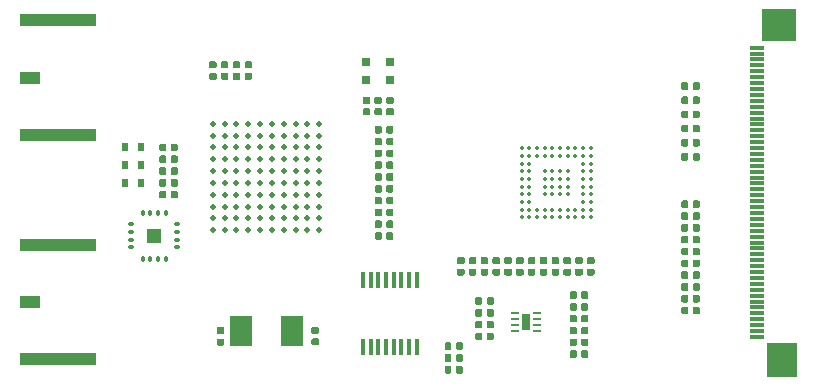
<source format=gbr>
G04 #@! TF.GenerationSoftware,KiCad,Pcbnew,5.1.5+dfsg1-2~bpo10+1*
G04 #@! TF.CreationDate,2020-03-16T13:02:23+01:00*
G04 #@! TF.ProjectId,SDI-bridge,5344492d-6272-4696-9467-652e6b696361,rev?*
G04 #@! TF.SameCoordinates,Original*
G04 #@! TF.FileFunction,Paste,Top*
G04 #@! TF.FilePolarity,Positive*
%FSLAX46Y46*%
G04 Gerber Fmt 4.6, Leading zero omitted, Abs format (unit mm)*
G04 Created by KiCad (PCBNEW 5.1.5+dfsg1-2~bpo10+1) date 2020-03-16 13:02:23*
%MOMM*%
%LPD*%
G04 APERTURE LIST*
%ADD10C,0.350000*%
%ADD11R,1.260000X1.260000*%
%ADD12O,0.350000X0.650000*%
%ADD13O,0.650000X0.350000*%
%ADD14C,0.100000*%
%ADD15R,0.800000X0.800000*%
%ADD16R,0.700000X0.250000*%
%ADD17R,1.200000X0.300000*%
%ADD18R,3.000000X2.700000*%
%ADD19R,2.500000X3.000000*%
%ADD20R,0.350000X1.450000*%
%ADD21R,1.750000X1.100000*%
%ADD22R,6.450000X1.100000*%
%ADD23C,0.500000*%
%ADD24R,1.900000X2.600000*%
%ADD25R,0.600000X0.800000*%
G04 APERTURE END LIST*
D10*
X142645000Y-118815000D03*
X143295000Y-118815000D03*
X143945000Y-118815000D03*
X144595000Y-118815000D03*
X145245000Y-118815000D03*
X145895000Y-118815000D03*
X146545000Y-118815000D03*
X147195000Y-118815000D03*
X147845000Y-118815000D03*
X148495000Y-118815000D03*
X142645000Y-118165000D03*
X143295000Y-118165000D03*
X143945000Y-118165000D03*
X144595000Y-118165000D03*
X145245000Y-118165000D03*
X145895000Y-118165000D03*
X146545000Y-118165000D03*
X147195000Y-118165000D03*
X147845000Y-118165000D03*
X148495000Y-118165000D03*
X142645000Y-117515000D03*
X143295000Y-117515000D03*
X147845000Y-117515000D03*
X148495000Y-117515000D03*
X142645000Y-116865000D03*
X143295000Y-116865000D03*
X144595000Y-116865000D03*
X145245000Y-116865000D03*
X145895000Y-116865000D03*
X146545000Y-116865000D03*
X147845000Y-116865000D03*
X148495000Y-116865000D03*
X142645000Y-116215000D03*
X143295000Y-116215000D03*
X144595000Y-116215000D03*
X145245000Y-116215000D03*
X145895000Y-116215000D03*
X146545000Y-116215000D03*
X147845000Y-116215000D03*
X148495000Y-116215000D03*
X142645000Y-115565000D03*
X143295000Y-115565000D03*
X144595000Y-115565000D03*
X145245000Y-115565000D03*
X145895000Y-115565000D03*
X146545000Y-115565000D03*
X147845000Y-115565000D03*
X148495000Y-115565000D03*
X142645000Y-114915000D03*
X143295000Y-114915000D03*
X144595000Y-114915000D03*
X145245000Y-114915000D03*
X145895000Y-114915000D03*
X146545000Y-114915000D03*
X147845000Y-114915000D03*
X148495000Y-114915000D03*
X142645000Y-114265000D03*
X143295000Y-114265000D03*
X147845000Y-114265000D03*
X148495000Y-114265000D03*
X142645000Y-113615000D03*
X143295000Y-113615000D03*
X143945000Y-113615000D03*
X144595000Y-113615000D03*
X145245000Y-113615000D03*
X145895000Y-113615000D03*
X146545000Y-113615000D03*
X147195000Y-113615000D03*
X147845000Y-113615000D03*
X148495000Y-113615000D03*
X142645000Y-112965000D03*
X143295000Y-112965000D03*
X143945000Y-112965000D03*
X144595000Y-112965000D03*
X145245000Y-112965000D03*
X145895000Y-112965000D03*
X146545000Y-112965000D03*
X147195000Y-112965000D03*
X147845000Y-112965000D03*
X148495000Y-112965000D03*
D11*
X111525000Y-120385000D03*
D12*
X112500000Y-122360000D03*
X111850000Y-122360000D03*
X111200000Y-122360000D03*
X110550000Y-122360000D03*
D13*
X109550000Y-121360000D03*
X109550000Y-120710000D03*
X109550000Y-120060000D03*
X109550000Y-119410000D03*
D12*
X110550000Y-118410000D03*
X111200000Y-118410000D03*
X111850000Y-118410000D03*
X112500000Y-118410000D03*
D13*
X113500000Y-119410000D03*
X113500000Y-120060000D03*
X113500000Y-120710000D03*
X113500000Y-121360000D03*
D14*
G36*
X131686958Y-109590710D02*
G01*
X131701276Y-109592834D01*
X131715317Y-109596351D01*
X131728946Y-109601228D01*
X131742031Y-109607417D01*
X131754447Y-109614858D01*
X131766073Y-109623481D01*
X131776798Y-109633202D01*
X131786519Y-109643927D01*
X131795142Y-109655553D01*
X131802583Y-109667969D01*
X131808772Y-109681054D01*
X131813649Y-109694683D01*
X131817166Y-109708724D01*
X131819290Y-109723042D01*
X131820000Y-109737500D01*
X131820000Y-110032500D01*
X131819290Y-110046958D01*
X131817166Y-110061276D01*
X131813649Y-110075317D01*
X131808772Y-110088946D01*
X131802583Y-110102031D01*
X131795142Y-110114447D01*
X131786519Y-110126073D01*
X131776798Y-110136798D01*
X131766073Y-110146519D01*
X131754447Y-110155142D01*
X131742031Y-110162583D01*
X131728946Y-110168772D01*
X131715317Y-110173649D01*
X131701276Y-110177166D01*
X131686958Y-110179290D01*
X131672500Y-110180000D01*
X131327500Y-110180000D01*
X131313042Y-110179290D01*
X131298724Y-110177166D01*
X131284683Y-110173649D01*
X131271054Y-110168772D01*
X131257969Y-110162583D01*
X131245553Y-110155142D01*
X131233927Y-110146519D01*
X131223202Y-110136798D01*
X131213481Y-110126073D01*
X131204858Y-110114447D01*
X131197417Y-110102031D01*
X131191228Y-110088946D01*
X131186351Y-110075317D01*
X131182834Y-110061276D01*
X131180710Y-110046958D01*
X131180000Y-110032500D01*
X131180000Y-109737500D01*
X131180710Y-109723042D01*
X131182834Y-109708724D01*
X131186351Y-109694683D01*
X131191228Y-109681054D01*
X131197417Y-109667969D01*
X131204858Y-109655553D01*
X131213481Y-109643927D01*
X131223202Y-109633202D01*
X131233927Y-109623481D01*
X131245553Y-109614858D01*
X131257969Y-109607417D01*
X131271054Y-109601228D01*
X131284683Y-109596351D01*
X131298724Y-109592834D01*
X131313042Y-109590710D01*
X131327500Y-109590000D01*
X131672500Y-109590000D01*
X131686958Y-109590710D01*
G37*
G36*
X131686958Y-108620710D02*
G01*
X131701276Y-108622834D01*
X131715317Y-108626351D01*
X131728946Y-108631228D01*
X131742031Y-108637417D01*
X131754447Y-108644858D01*
X131766073Y-108653481D01*
X131776798Y-108663202D01*
X131786519Y-108673927D01*
X131795142Y-108685553D01*
X131802583Y-108697969D01*
X131808772Y-108711054D01*
X131813649Y-108724683D01*
X131817166Y-108738724D01*
X131819290Y-108753042D01*
X131820000Y-108767500D01*
X131820000Y-109062500D01*
X131819290Y-109076958D01*
X131817166Y-109091276D01*
X131813649Y-109105317D01*
X131808772Y-109118946D01*
X131802583Y-109132031D01*
X131795142Y-109144447D01*
X131786519Y-109156073D01*
X131776798Y-109166798D01*
X131766073Y-109176519D01*
X131754447Y-109185142D01*
X131742031Y-109192583D01*
X131728946Y-109198772D01*
X131715317Y-109203649D01*
X131701276Y-109207166D01*
X131686958Y-109209290D01*
X131672500Y-109210000D01*
X131327500Y-109210000D01*
X131313042Y-109209290D01*
X131298724Y-109207166D01*
X131284683Y-109203649D01*
X131271054Y-109198772D01*
X131257969Y-109192583D01*
X131245553Y-109185142D01*
X131233927Y-109176519D01*
X131223202Y-109166798D01*
X131213481Y-109156073D01*
X131204858Y-109144447D01*
X131197417Y-109132031D01*
X131191228Y-109118946D01*
X131186351Y-109105317D01*
X131182834Y-109091276D01*
X131180710Y-109076958D01*
X131180000Y-109062500D01*
X131180000Y-108767500D01*
X131180710Y-108753042D01*
X131182834Y-108738724D01*
X131186351Y-108724683D01*
X131191228Y-108711054D01*
X131197417Y-108697969D01*
X131204858Y-108685553D01*
X131213481Y-108673927D01*
X131223202Y-108663202D01*
X131233927Y-108653481D01*
X131245553Y-108644858D01*
X131257969Y-108637417D01*
X131271054Y-108631228D01*
X131284683Y-108626351D01*
X131298724Y-108622834D01*
X131313042Y-108620710D01*
X131327500Y-108620000D01*
X131672500Y-108620000D01*
X131686958Y-108620710D01*
G37*
G36*
X144681958Y-123155710D02*
G01*
X144696276Y-123157834D01*
X144710317Y-123161351D01*
X144723946Y-123166228D01*
X144737031Y-123172417D01*
X144749447Y-123179858D01*
X144761073Y-123188481D01*
X144771798Y-123198202D01*
X144781519Y-123208927D01*
X144790142Y-123220553D01*
X144797583Y-123232969D01*
X144803772Y-123246054D01*
X144808649Y-123259683D01*
X144812166Y-123273724D01*
X144814290Y-123288042D01*
X144815000Y-123302500D01*
X144815000Y-123597500D01*
X144814290Y-123611958D01*
X144812166Y-123626276D01*
X144808649Y-123640317D01*
X144803772Y-123653946D01*
X144797583Y-123667031D01*
X144790142Y-123679447D01*
X144781519Y-123691073D01*
X144771798Y-123701798D01*
X144761073Y-123711519D01*
X144749447Y-123720142D01*
X144737031Y-123727583D01*
X144723946Y-123733772D01*
X144710317Y-123738649D01*
X144696276Y-123742166D01*
X144681958Y-123744290D01*
X144667500Y-123745000D01*
X144322500Y-123745000D01*
X144308042Y-123744290D01*
X144293724Y-123742166D01*
X144279683Y-123738649D01*
X144266054Y-123733772D01*
X144252969Y-123727583D01*
X144240553Y-123720142D01*
X144228927Y-123711519D01*
X144218202Y-123701798D01*
X144208481Y-123691073D01*
X144199858Y-123679447D01*
X144192417Y-123667031D01*
X144186228Y-123653946D01*
X144181351Y-123640317D01*
X144177834Y-123626276D01*
X144175710Y-123611958D01*
X144175000Y-123597500D01*
X144175000Y-123302500D01*
X144175710Y-123288042D01*
X144177834Y-123273724D01*
X144181351Y-123259683D01*
X144186228Y-123246054D01*
X144192417Y-123232969D01*
X144199858Y-123220553D01*
X144208481Y-123208927D01*
X144218202Y-123198202D01*
X144228927Y-123188481D01*
X144240553Y-123179858D01*
X144252969Y-123172417D01*
X144266054Y-123166228D01*
X144279683Y-123161351D01*
X144293724Y-123157834D01*
X144308042Y-123155710D01*
X144322500Y-123155000D01*
X144667500Y-123155000D01*
X144681958Y-123155710D01*
G37*
G36*
X144681958Y-122185710D02*
G01*
X144696276Y-122187834D01*
X144710317Y-122191351D01*
X144723946Y-122196228D01*
X144737031Y-122202417D01*
X144749447Y-122209858D01*
X144761073Y-122218481D01*
X144771798Y-122228202D01*
X144781519Y-122238927D01*
X144790142Y-122250553D01*
X144797583Y-122262969D01*
X144803772Y-122276054D01*
X144808649Y-122289683D01*
X144812166Y-122303724D01*
X144814290Y-122318042D01*
X144815000Y-122332500D01*
X144815000Y-122627500D01*
X144814290Y-122641958D01*
X144812166Y-122656276D01*
X144808649Y-122670317D01*
X144803772Y-122683946D01*
X144797583Y-122697031D01*
X144790142Y-122709447D01*
X144781519Y-122721073D01*
X144771798Y-122731798D01*
X144761073Y-122741519D01*
X144749447Y-122750142D01*
X144737031Y-122757583D01*
X144723946Y-122763772D01*
X144710317Y-122768649D01*
X144696276Y-122772166D01*
X144681958Y-122774290D01*
X144667500Y-122775000D01*
X144322500Y-122775000D01*
X144308042Y-122774290D01*
X144293724Y-122772166D01*
X144279683Y-122768649D01*
X144266054Y-122763772D01*
X144252969Y-122757583D01*
X144240553Y-122750142D01*
X144228927Y-122741519D01*
X144218202Y-122731798D01*
X144208481Y-122721073D01*
X144199858Y-122709447D01*
X144192417Y-122697031D01*
X144186228Y-122683946D01*
X144181351Y-122670317D01*
X144177834Y-122656276D01*
X144175710Y-122641958D01*
X144175000Y-122627500D01*
X144175000Y-122332500D01*
X144175710Y-122318042D01*
X144177834Y-122303724D01*
X144181351Y-122289683D01*
X144186228Y-122276054D01*
X144192417Y-122262969D01*
X144199858Y-122250553D01*
X144208481Y-122238927D01*
X144218202Y-122228202D01*
X144228927Y-122218481D01*
X144240553Y-122209858D01*
X144252969Y-122202417D01*
X144266054Y-122196228D01*
X144279683Y-122191351D01*
X144293724Y-122187834D01*
X144308042Y-122185710D01*
X144322500Y-122185000D01*
X144667500Y-122185000D01*
X144681958Y-122185710D01*
G37*
G36*
X143681958Y-123155710D02*
G01*
X143696276Y-123157834D01*
X143710317Y-123161351D01*
X143723946Y-123166228D01*
X143737031Y-123172417D01*
X143749447Y-123179858D01*
X143761073Y-123188481D01*
X143771798Y-123198202D01*
X143781519Y-123208927D01*
X143790142Y-123220553D01*
X143797583Y-123232969D01*
X143803772Y-123246054D01*
X143808649Y-123259683D01*
X143812166Y-123273724D01*
X143814290Y-123288042D01*
X143815000Y-123302500D01*
X143815000Y-123597500D01*
X143814290Y-123611958D01*
X143812166Y-123626276D01*
X143808649Y-123640317D01*
X143803772Y-123653946D01*
X143797583Y-123667031D01*
X143790142Y-123679447D01*
X143781519Y-123691073D01*
X143771798Y-123701798D01*
X143761073Y-123711519D01*
X143749447Y-123720142D01*
X143737031Y-123727583D01*
X143723946Y-123733772D01*
X143710317Y-123738649D01*
X143696276Y-123742166D01*
X143681958Y-123744290D01*
X143667500Y-123745000D01*
X143322500Y-123745000D01*
X143308042Y-123744290D01*
X143293724Y-123742166D01*
X143279683Y-123738649D01*
X143266054Y-123733772D01*
X143252969Y-123727583D01*
X143240553Y-123720142D01*
X143228927Y-123711519D01*
X143218202Y-123701798D01*
X143208481Y-123691073D01*
X143199858Y-123679447D01*
X143192417Y-123667031D01*
X143186228Y-123653946D01*
X143181351Y-123640317D01*
X143177834Y-123626276D01*
X143175710Y-123611958D01*
X143175000Y-123597500D01*
X143175000Y-123302500D01*
X143175710Y-123288042D01*
X143177834Y-123273724D01*
X143181351Y-123259683D01*
X143186228Y-123246054D01*
X143192417Y-123232969D01*
X143199858Y-123220553D01*
X143208481Y-123208927D01*
X143218202Y-123198202D01*
X143228927Y-123188481D01*
X143240553Y-123179858D01*
X143252969Y-123172417D01*
X143266054Y-123166228D01*
X143279683Y-123161351D01*
X143293724Y-123157834D01*
X143308042Y-123155710D01*
X143322500Y-123155000D01*
X143667500Y-123155000D01*
X143681958Y-123155710D01*
G37*
G36*
X143681958Y-122185710D02*
G01*
X143696276Y-122187834D01*
X143710317Y-122191351D01*
X143723946Y-122196228D01*
X143737031Y-122202417D01*
X143749447Y-122209858D01*
X143761073Y-122218481D01*
X143771798Y-122228202D01*
X143781519Y-122238927D01*
X143790142Y-122250553D01*
X143797583Y-122262969D01*
X143803772Y-122276054D01*
X143808649Y-122289683D01*
X143812166Y-122303724D01*
X143814290Y-122318042D01*
X143815000Y-122332500D01*
X143815000Y-122627500D01*
X143814290Y-122641958D01*
X143812166Y-122656276D01*
X143808649Y-122670317D01*
X143803772Y-122683946D01*
X143797583Y-122697031D01*
X143790142Y-122709447D01*
X143781519Y-122721073D01*
X143771798Y-122731798D01*
X143761073Y-122741519D01*
X143749447Y-122750142D01*
X143737031Y-122757583D01*
X143723946Y-122763772D01*
X143710317Y-122768649D01*
X143696276Y-122772166D01*
X143681958Y-122774290D01*
X143667500Y-122775000D01*
X143322500Y-122775000D01*
X143308042Y-122774290D01*
X143293724Y-122772166D01*
X143279683Y-122768649D01*
X143266054Y-122763772D01*
X143252969Y-122757583D01*
X143240553Y-122750142D01*
X143228927Y-122741519D01*
X143218202Y-122731798D01*
X143208481Y-122721073D01*
X143199858Y-122709447D01*
X143192417Y-122697031D01*
X143186228Y-122683946D01*
X143181351Y-122670317D01*
X143177834Y-122656276D01*
X143175710Y-122641958D01*
X143175000Y-122627500D01*
X143175000Y-122332500D01*
X143175710Y-122318042D01*
X143177834Y-122303724D01*
X143181351Y-122289683D01*
X143186228Y-122276054D01*
X143192417Y-122262969D01*
X143199858Y-122250553D01*
X143208481Y-122238927D01*
X143218202Y-122228202D01*
X143228927Y-122218481D01*
X143240553Y-122209858D01*
X143252969Y-122202417D01*
X143266054Y-122196228D01*
X143279683Y-122191351D01*
X143293724Y-122187834D01*
X143308042Y-122185710D01*
X143322500Y-122185000D01*
X143667500Y-122185000D01*
X143681958Y-122185710D01*
G37*
G36*
X146681958Y-123155710D02*
G01*
X146696276Y-123157834D01*
X146710317Y-123161351D01*
X146723946Y-123166228D01*
X146737031Y-123172417D01*
X146749447Y-123179858D01*
X146761073Y-123188481D01*
X146771798Y-123198202D01*
X146781519Y-123208927D01*
X146790142Y-123220553D01*
X146797583Y-123232969D01*
X146803772Y-123246054D01*
X146808649Y-123259683D01*
X146812166Y-123273724D01*
X146814290Y-123288042D01*
X146815000Y-123302500D01*
X146815000Y-123597500D01*
X146814290Y-123611958D01*
X146812166Y-123626276D01*
X146808649Y-123640317D01*
X146803772Y-123653946D01*
X146797583Y-123667031D01*
X146790142Y-123679447D01*
X146781519Y-123691073D01*
X146771798Y-123701798D01*
X146761073Y-123711519D01*
X146749447Y-123720142D01*
X146737031Y-123727583D01*
X146723946Y-123733772D01*
X146710317Y-123738649D01*
X146696276Y-123742166D01*
X146681958Y-123744290D01*
X146667500Y-123745000D01*
X146322500Y-123745000D01*
X146308042Y-123744290D01*
X146293724Y-123742166D01*
X146279683Y-123738649D01*
X146266054Y-123733772D01*
X146252969Y-123727583D01*
X146240553Y-123720142D01*
X146228927Y-123711519D01*
X146218202Y-123701798D01*
X146208481Y-123691073D01*
X146199858Y-123679447D01*
X146192417Y-123667031D01*
X146186228Y-123653946D01*
X146181351Y-123640317D01*
X146177834Y-123626276D01*
X146175710Y-123611958D01*
X146175000Y-123597500D01*
X146175000Y-123302500D01*
X146175710Y-123288042D01*
X146177834Y-123273724D01*
X146181351Y-123259683D01*
X146186228Y-123246054D01*
X146192417Y-123232969D01*
X146199858Y-123220553D01*
X146208481Y-123208927D01*
X146218202Y-123198202D01*
X146228927Y-123188481D01*
X146240553Y-123179858D01*
X146252969Y-123172417D01*
X146266054Y-123166228D01*
X146279683Y-123161351D01*
X146293724Y-123157834D01*
X146308042Y-123155710D01*
X146322500Y-123155000D01*
X146667500Y-123155000D01*
X146681958Y-123155710D01*
G37*
G36*
X146681958Y-122185710D02*
G01*
X146696276Y-122187834D01*
X146710317Y-122191351D01*
X146723946Y-122196228D01*
X146737031Y-122202417D01*
X146749447Y-122209858D01*
X146761073Y-122218481D01*
X146771798Y-122228202D01*
X146781519Y-122238927D01*
X146790142Y-122250553D01*
X146797583Y-122262969D01*
X146803772Y-122276054D01*
X146808649Y-122289683D01*
X146812166Y-122303724D01*
X146814290Y-122318042D01*
X146815000Y-122332500D01*
X146815000Y-122627500D01*
X146814290Y-122641958D01*
X146812166Y-122656276D01*
X146808649Y-122670317D01*
X146803772Y-122683946D01*
X146797583Y-122697031D01*
X146790142Y-122709447D01*
X146781519Y-122721073D01*
X146771798Y-122731798D01*
X146761073Y-122741519D01*
X146749447Y-122750142D01*
X146737031Y-122757583D01*
X146723946Y-122763772D01*
X146710317Y-122768649D01*
X146696276Y-122772166D01*
X146681958Y-122774290D01*
X146667500Y-122775000D01*
X146322500Y-122775000D01*
X146308042Y-122774290D01*
X146293724Y-122772166D01*
X146279683Y-122768649D01*
X146266054Y-122763772D01*
X146252969Y-122757583D01*
X146240553Y-122750142D01*
X146228927Y-122741519D01*
X146218202Y-122731798D01*
X146208481Y-122721073D01*
X146199858Y-122709447D01*
X146192417Y-122697031D01*
X146186228Y-122683946D01*
X146181351Y-122670317D01*
X146177834Y-122656276D01*
X146175710Y-122641958D01*
X146175000Y-122627500D01*
X146175000Y-122332500D01*
X146175710Y-122318042D01*
X146177834Y-122303724D01*
X146181351Y-122289683D01*
X146186228Y-122276054D01*
X146192417Y-122262969D01*
X146199858Y-122250553D01*
X146208481Y-122238927D01*
X146218202Y-122228202D01*
X146228927Y-122218481D01*
X146240553Y-122209858D01*
X146252969Y-122202417D01*
X146266054Y-122196228D01*
X146279683Y-122191351D01*
X146293724Y-122187834D01*
X146308042Y-122185710D01*
X146322500Y-122185000D01*
X146667500Y-122185000D01*
X146681958Y-122185710D01*
G37*
G36*
X148681958Y-123155710D02*
G01*
X148696276Y-123157834D01*
X148710317Y-123161351D01*
X148723946Y-123166228D01*
X148737031Y-123172417D01*
X148749447Y-123179858D01*
X148761073Y-123188481D01*
X148771798Y-123198202D01*
X148781519Y-123208927D01*
X148790142Y-123220553D01*
X148797583Y-123232969D01*
X148803772Y-123246054D01*
X148808649Y-123259683D01*
X148812166Y-123273724D01*
X148814290Y-123288042D01*
X148815000Y-123302500D01*
X148815000Y-123597500D01*
X148814290Y-123611958D01*
X148812166Y-123626276D01*
X148808649Y-123640317D01*
X148803772Y-123653946D01*
X148797583Y-123667031D01*
X148790142Y-123679447D01*
X148781519Y-123691073D01*
X148771798Y-123701798D01*
X148761073Y-123711519D01*
X148749447Y-123720142D01*
X148737031Y-123727583D01*
X148723946Y-123733772D01*
X148710317Y-123738649D01*
X148696276Y-123742166D01*
X148681958Y-123744290D01*
X148667500Y-123745000D01*
X148322500Y-123745000D01*
X148308042Y-123744290D01*
X148293724Y-123742166D01*
X148279683Y-123738649D01*
X148266054Y-123733772D01*
X148252969Y-123727583D01*
X148240553Y-123720142D01*
X148228927Y-123711519D01*
X148218202Y-123701798D01*
X148208481Y-123691073D01*
X148199858Y-123679447D01*
X148192417Y-123667031D01*
X148186228Y-123653946D01*
X148181351Y-123640317D01*
X148177834Y-123626276D01*
X148175710Y-123611958D01*
X148175000Y-123597500D01*
X148175000Y-123302500D01*
X148175710Y-123288042D01*
X148177834Y-123273724D01*
X148181351Y-123259683D01*
X148186228Y-123246054D01*
X148192417Y-123232969D01*
X148199858Y-123220553D01*
X148208481Y-123208927D01*
X148218202Y-123198202D01*
X148228927Y-123188481D01*
X148240553Y-123179858D01*
X148252969Y-123172417D01*
X148266054Y-123166228D01*
X148279683Y-123161351D01*
X148293724Y-123157834D01*
X148308042Y-123155710D01*
X148322500Y-123155000D01*
X148667500Y-123155000D01*
X148681958Y-123155710D01*
G37*
G36*
X148681958Y-122185710D02*
G01*
X148696276Y-122187834D01*
X148710317Y-122191351D01*
X148723946Y-122196228D01*
X148737031Y-122202417D01*
X148749447Y-122209858D01*
X148761073Y-122218481D01*
X148771798Y-122228202D01*
X148781519Y-122238927D01*
X148790142Y-122250553D01*
X148797583Y-122262969D01*
X148803772Y-122276054D01*
X148808649Y-122289683D01*
X148812166Y-122303724D01*
X148814290Y-122318042D01*
X148815000Y-122332500D01*
X148815000Y-122627500D01*
X148814290Y-122641958D01*
X148812166Y-122656276D01*
X148808649Y-122670317D01*
X148803772Y-122683946D01*
X148797583Y-122697031D01*
X148790142Y-122709447D01*
X148781519Y-122721073D01*
X148771798Y-122731798D01*
X148761073Y-122741519D01*
X148749447Y-122750142D01*
X148737031Y-122757583D01*
X148723946Y-122763772D01*
X148710317Y-122768649D01*
X148696276Y-122772166D01*
X148681958Y-122774290D01*
X148667500Y-122775000D01*
X148322500Y-122775000D01*
X148308042Y-122774290D01*
X148293724Y-122772166D01*
X148279683Y-122768649D01*
X148266054Y-122763772D01*
X148252969Y-122757583D01*
X148240553Y-122750142D01*
X148228927Y-122741519D01*
X148218202Y-122731798D01*
X148208481Y-122721073D01*
X148199858Y-122709447D01*
X148192417Y-122697031D01*
X148186228Y-122683946D01*
X148181351Y-122670317D01*
X148177834Y-122656276D01*
X148175710Y-122641958D01*
X148175000Y-122627500D01*
X148175000Y-122332500D01*
X148175710Y-122318042D01*
X148177834Y-122303724D01*
X148181351Y-122289683D01*
X148186228Y-122276054D01*
X148192417Y-122262969D01*
X148199858Y-122250553D01*
X148208481Y-122238927D01*
X148218202Y-122228202D01*
X148228927Y-122218481D01*
X148240553Y-122209858D01*
X148252969Y-122202417D01*
X148266054Y-122196228D01*
X148279683Y-122191351D01*
X148293724Y-122187834D01*
X148308042Y-122185710D01*
X148322500Y-122185000D01*
X148667500Y-122185000D01*
X148681958Y-122185710D01*
G37*
G36*
X145681958Y-123155710D02*
G01*
X145696276Y-123157834D01*
X145710317Y-123161351D01*
X145723946Y-123166228D01*
X145737031Y-123172417D01*
X145749447Y-123179858D01*
X145761073Y-123188481D01*
X145771798Y-123198202D01*
X145781519Y-123208927D01*
X145790142Y-123220553D01*
X145797583Y-123232969D01*
X145803772Y-123246054D01*
X145808649Y-123259683D01*
X145812166Y-123273724D01*
X145814290Y-123288042D01*
X145815000Y-123302500D01*
X145815000Y-123597500D01*
X145814290Y-123611958D01*
X145812166Y-123626276D01*
X145808649Y-123640317D01*
X145803772Y-123653946D01*
X145797583Y-123667031D01*
X145790142Y-123679447D01*
X145781519Y-123691073D01*
X145771798Y-123701798D01*
X145761073Y-123711519D01*
X145749447Y-123720142D01*
X145737031Y-123727583D01*
X145723946Y-123733772D01*
X145710317Y-123738649D01*
X145696276Y-123742166D01*
X145681958Y-123744290D01*
X145667500Y-123745000D01*
X145322500Y-123745000D01*
X145308042Y-123744290D01*
X145293724Y-123742166D01*
X145279683Y-123738649D01*
X145266054Y-123733772D01*
X145252969Y-123727583D01*
X145240553Y-123720142D01*
X145228927Y-123711519D01*
X145218202Y-123701798D01*
X145208481Y-123691073D01*
X145199858Y-123679447D01*
X145192417Y-123667031D01*
X145186228Y-123653946D01*
X145181351Y-123640317D01*
X145177834Y-123626276D01*
X145175710Y-123611958D01*
X145175000Y-123597500D01*
X145175000Y-123302500D01*
X145175710Y-123288042D01*
X145177834Y-123273724D01*
X145181351Y-123259683D01*
X145186228Y-123246054D01*
X145192417Y-123232969D01*
X145199858Y-123220553D01*
X145208481Y-123208927D01*
X145218202Y-123198202D01*
X145228927Y-123188481D01*
X145240553Y-123179858D01*
X145252969Y-123172417D01*
X145266054Y-123166228D01*
X145279683Y-123161351D01*
X145293724Y-123157834D01*
X145308042Y-123155710D01*
X145322500Y-123155000D01*
X145667500Y-123155000D01*
X145681958Y-123155710D01*
G37*
G36*
X145681958Y-122185710D02*
G01*
X145696276Y-122187834D01*
X145710317Y-122191351D01*
X145723946Y-122196228D01*
X145737031Y-122202417D01*
X145749447Y-122209858D01*
X145761073Y-122218481D01*
X145771798Y-122228202D01*
X145781519Y-122238927D01*
X145790142Y-122250553D01*
X145797583Y-122262969D01*
X145803772Y-122276054D01*
X145808649Y-122289683D01*
X145812166Y-122303724D01*
X145814290Y-122318042D01*
X145815000Y-122332500D01*
X145815000Y-122627500D01*
X145814290Y-122641958D01*
X145812166Y-122656276D01*
X145808649Y-122670317D01*
X145803772Y-122683946D01*
X145797583Y-122697031D01*
X145790142Y-122709447D01*
X145781519Y-122721073D01*
X145771798Y-122731798D01*
X145761073Y-122741519D01*
X145749447Y-122750142D01*
X145737031Y-122757583D01*
X145723946Y-122763772D01*
X145710317Y-122768649D01*
X145696276Y-122772166D01*
X145681958Y-122774290D01*
X145667500Y-122775000D01*
X145322500Y-122775000D01*
X145308042Y-122774290D01*
X145293724Y-122772166D01*
X145279683Y-122768649D01*
X145266054Y-122763772D01*
X145252969Y-122757583D01*
X145240553Y-122750142D01*
X145228927Y-122741519D01*
X145218202Y-122731798D01*
X145208481Y-122721073D01*
X145199858Y-122709447D01*
X145192417Y-122697031D01*
X145186228Y-122683946D01*
X145181351Y-122670317D01*
X145177834Y-122656276D01*
X145175710Y-122641958D01*
X145175000Y-122627500D01*
X145175000Y-122332500D01*
X145175710Y-122318042D01*
X145177834Y-122303724D01*
X145181351Y-122289683D01*
X145186228Y-122276054D01*
X145192417Y-122262969D01*
X145199858Y-122250553D01*
X145208481Y-122238927D01*
X145218202Y-122228202D01*
X145228927Y-122218481D01*
X145240553Y-122209858D01*
X145252969Y-122202417D01*
X145266054Y-122196228D01*
X145279683Y-122191351D01*
X145293724Y-122187834D01*
X145308042Y-122185710D01*
X145322500Y-122185000D01*
X145667500Y-122185000D01*
X145681958Y-122185710D01*
G37*
G36*
X147681958Y-123155710D02*
G01*
X147696276Y-123157834D01*
X147710317Y-123161351D01*
X147723946Y-123166228D01*
X147737031Y-123172417D01*
X147749447Y-123179858D01*
X147761073Y-123188481D01*
X147771798Y-123198202D01*
X147781519Y-123208927D01*
X147790142Y-123220553D01*
X147797583Y-123232969D01*
X147803772Y-123246054D01*
X147808649Y-123259683D01*
X147812166Y-123273724D01*
X147814290Y-123288042D01*
X147815000Y-123302500D01*
X147815000Y-123597500D01*
X147814290Y-123611958D01*
X147812166Y-123626276D01*
X147808649Y-123640317D01*
X147803772Y-123653946D01*
X147797583Y-123667031D01*
X147790142Y-123679447D01*
X147781519Y-123691073D01*
X147771798Y-123701798D01*
X147761073Y-123711519D01*
X147749447Y-123720142D01*
X147737031Y-123727583D01*
X147723946Y-123733772D01*
X147710317Y-123738649D01*
X147696276Y-123742166D01*
X147681958Y-123744290D01*
X147667500Y-123745000D01*
X147322500Y-123745000D01*
X147308042Y-123744290D01*
X147293724Y-123742166D01*
X147279683Y-123738649D01*
X147266054Y-123733772D01*
X147252969Y-123727583D01*
X147240553Y-123720142D01*
X147228927Y-123711519D01*
X147218202Y-123701798D01*
X147208481Y-123691073D01*
X147199858Y-123679447D01*
X147192417Y-123667031D01*
X147186228Y-123653946D01*
X147181351Y-123640317D01*
X147177834Y-123626276D01*
X147175710Y-123611958D01*
X147175000Y-123597500D01*
X147175000Y-123302500D01*
X147175710Y-123288042D01*
X147177834Y-123273724D01*
X147181351Y-123259683D01*
X147186228Y-123246054D01*
X147192417Y-123232969D01*
X147199858Y-123220553D01*
X147208481Y-123208927D01*
X147218202Y-123198202D01*
X147228927Y-123188481D01*
X147240553Y-123179858D01*
X147252969Y-123172417D01*
X147266054Y-123166228D01*
X147279683Y-123161351D01*
X147293724Y-123157834D01*
X147308042Y-123155710D01*
X147322500Y-123155000D01*
X147667500Y-123155000D01*
X147681958Y-123155710D01*
G37*
G36*
X147681958Y-122185710D02*
G01*
X147696276Y-122187834D01*
X147710317Y-122191351D01*
X147723946Y-122196228D01*
X147737031Y-122202417D01*
X147749447Y-122209858D01*
X147761073Y-122218481D01*
X147771798Y-122228202D01*
X147781519Y-122238927D01*
X147790142Y-122250553D01*
X147797583Y-122262969D01*
X147803772Y-122276054D01*
X147808649Y-122289683D01*
X147812166Y-122303724D01*
X147814290Y-122318042D01*
X147815000Y-122332500D01*
X147815000Y-122627500D01*
X147814290Y-122641958D01*
X147812166Y-122656276D01*
X147808649Y-122670317D01*
X147803772Y-122683946D01*
X147797583Y-122697031D01*
X147790142Y-122709447D01*
X147781519Y-122721073D01*
X147771798Y-122731798D01*
X147761073Y-122741519D01*
X147749447Y-122750142D01*
X147737031Y-122757583D01*
X147723946Y-122763772D01*
X147710317Y-122768649D01*
X147696276Y-122772166D01*
X147681958Y-122774290D01*
X147667500Y-122775000D01*
X147322500Y-122775000D01*
X147308042Y-122774290D01*
X147293724Y-122772166D01*
X147279683Y-122768649D01*
X147266054Y-122763772D01*
X147252969Y-122757583D01*
X147240553Y-122750142D01*
X147228927Y-122741519D01*
X147218202Y-122731798D01*
X147208481Y-122721073D01*
X147199858Y-122709447D01*
X147192417Y-122697031D01*
X147186228Y-122683946D01*
X147181351Y-122670317D01*
X147177834Y-122656276D01*
X147175710Y-122641958D01*
X147175000Y-122627500D01*
X147175000Y-122332500D01*
X147175710Y-122318042D01*
X147177834Y-122303724D01*
X147181351Y-122289683D01*
X147186228Y-122276054D01*
X147192417Y-122262969D01*
X147199858Y-122250553D01*
X147208481Y-122238927D01*
X147218202Y-122228202D01*
X147228927Y-122218481D01*
X147240553Y-122209858D01*
X147252969Y-122202417D01*
X147266054Y-122196228D01*
X147279683Y-122191351D01*
X147293724Y-122187834D01*
X147308042Y-122185710D01*
X147322500Y-122185000D01*
X147667500Y-122185000D01*
X147681958Y-122185710D01*
G37*
G36*
X139681958Y-123155710D02*
G01*
X139696276Y-123157834D01*
X139710317Y-123161351D01*
X139723946Y-123166228D01*
X139737031Y-123172417D01*
X139749447Y-123179858D01*
X139761073Y-123188481D01*
X139771798Y-123198202D01*
X139781519Y-123208927D01*
X139790142Y-123220553D01*
X139797583Y-123232969D01*
X139803772Y-123246054D01*
X139808649Y-123259683D01*
X139812166Y-123273724D01*
X139814290Y-123288042D01*
X139815000Y-123302500D01*
X139815000Y-123597500D01*
X139814290Y-123611958D01*
X139812166Y-123626276D01*
X139808649Y-123640317D01*
X139803772Y-123653946D01*
X139797583Y-123667031D01*
X139790142Y-123679447D01*
X139781519Y-123691073D01*
X139771798Y-123701798D01*
X139761073Y-123711519D01*
X139749447Y-123720142D01*
X139737031Y-123727583D01*
X139723946Y-123733772D01*
X139710317Y-123738649D01*
X139696276Y-123742166D01*
X139681958Y-123744290D01*
X139667500Y-123745000D01*
X139322500Y-123745000D01*
X139308042Y-123744290D01*
X139293724Y-123742166D01*
X139279683Y-123738649D01*
X139266054Y-123733772D01*
X139252969Y-123727583D01*
X139240553Y-123720142D01*
X139228927Y-123711519D01*
X139218202Y-123701798D01*
X139208481Y-123691073D01*
X139199858Y-123679447D01*
X139192417Y-123667031D01*
X139186228Y-123653946D01*
X139181351Y-123640317D01*
X139177834Y-123626276D01*
X139175710Y-123611958D01*
X139175000Y-123597500D01*
X139175000Y-123302500D01*
X139175710Y-123288042D01*
X139177834Y-123273724D01*
X139181351Y-123259683D01*
X139186228Y-123246054D01*
X139192417Y-123232969D01*
X139199858Y-123220553D01*
X139208481Y-123208927D01*
X139218202Y-123198202D01*
X139228927Y-123188481D01*
X139240553Y-123179858D01*
X139252969Y-123172417D01*
X139266054Y-123166228D01*
X139279683Y-123161351D01*
X139293724Y-123157834D01*
X139308042Y-123155710D01*
X139322500Y-123155000D01*
X139667500Y-123155000D01*
X139681958Y-123155710D01*
G37*
G36*
X139681958Y-122185710D02*
G01*
X139696276Y-122187834D01*
X139710317Y-122191351D01*
X139723946Y-122196228D01*
X139737031Y-122202417D01*
X139749447Y-122209858D01*
X139761073Y-122218481D01*
X139771798Y-122228202D01*
X139781519Y-122238927D01*
X139790142Y-122250553D01*
X139797583Y-122262969D01*
X139803772Y-122276054D01*
X139808649Y-122289683D01*
X139812166Y-122303724D01*
X139814290Y-122318042D01*
X139815000Y-122332500D01*
X139815000Y-122627500D01*
X139814290Y-122641958D01*
X139812166Y-122656276D01*
X139808649Y-122670317D01*
X139803772Y-122683946D01*
X139797583Y-122697031D01*
X139790142Y-122709447D01*
X139781519Y-122721073D01*
X139771798Y-122731798D01*
X139761073Y-122741519D01*
X139749447Y-122750142D01*
X139737031Y-122757583D01*
X139723946Y-122763772D01*
X139710317Y-122768649D01*
X139696276Y-122772166D01*
X139681958Y-122774290D01*
X139667500Y-122775000D01*
X139322500Y-122775000D01*
X139308042Y-122774290D01*
X139293724Y-122772166D01*
X139279683Y-122768649D01*
X139266054Y-122763772D01*
X139252969Y-122757583D01*
X139240553Y-122750142D01*
X139228927Y-122741519D01*
X139218202Y-122731798D01*
X139208481Y-122721073D01*
X139199858Y-122709447D01*
X139192417Y-122697031D01*
X139186228Y-122683946D01*
X139181351Y-122670317D01*
X139177834Y-122656276D01*
X139175710Y-122641958D01*
X139175000Y-122627500D01*
X139175000Y-122332500D01*
X139175710Y-122318042D01*
X139177834Y-122303724D01*
X139181351Y-122289683D01*
X139186228Y-122276054D01*
X139192417Y-122262969D01*
X139199858Y-122250553D01*
X139208481Y-122238927D01*
X139218202Y-122228202D01*
X139228927Y-122218481D01*
X139240553Y-122209858D01*
X139252969Y-122202417D01*
X139266054Y-122196228D01*
X139279683Y-122191351D01*
X139293724Y-122187834D01*
X139308042Y-122185710D01*
X139322500Y-122185000D01*
X139667500Y-122185000D01*
X139681958Y-122185710D01*
G37*
G36*
X137681958Y-123155710D02*
G01*
X137696276Y-123157834D01*
X137710317Y-123161351D01*
X137723946Y-123166228D01*
X137737031Y-123172417D01*
X137749447Y-123179858D01*
X137761073Y-123188481D01*
X137771798Y-123198202D01*
X137781519Y-123208927D01*
X137790142Y-123220553D01*
X137797583Y-123232969D01*
X137803772Y-123246054D01*
X137808649Y-123259683D01*
X137812166Y-123273724D01*
X137814290Y-123288042D01*
X137815000Y-123302500D01*
X137815000Y-123597500D01*
X137814290Y-123611958D01*
X137812166Y-123626276D01*
X137808649Y-123640317D01*
X137803772Y-123653946D01*
X137797583Y-123667031D01*
X137790142Y-123679447D01*
X137781519Y-123691073D01*
X137771798Y-123701798D01*
X137761073Y-123711519D01*
X137749447Y-123720142D01*
X137737031Y-123727583D01*
X137723946Y-123733772D01*
X137710317Y-123738649D01*
X137696276Y-123742166D01*
X137681958Y-123744290D01*
X137667500Y-123745000D01*
X137322500Y-123745000D01*
X137308042Y-123744290D01*
X137293724Y-123742166D01*
X137279683Y-123738649D01*
X137266054Y-123733772D01*
X137252969Y-123727583D01*
X137240553Y-123720142D01*
X137228927Y-123711519D01*
X137218202Y-123701798D01*
X137208481Y-123691073D01*
X137199858Y-123679447D01*
X137192417Y-123667031D01*
X137186228Y-123653946D01*
X137181351Y-123640317D01*
X137177834Y-123626276D01*
X137175710Y-123611958D01*
X137175000Y-123597500D01*
X137175000Y-123302500D01*
X137175710Y-123288042D01*
X137177834Y-123273724D01*
X137181351Y-123259683D01*
X137186228Y-123246054D01*
X137192417Y-123232969D01*
X137199858Y-123220553D01*
X137208481Y-123208927D01*
X137218202Y-123198202D01*
X137228927Y-123188481D01*
X137240553Y-123179858D01*
X137252969Y-123172417D01*
X137266054Y-123166228D01*
X137279683Y-123161351D01*
X137293724Y-123157834D01*
X137308042Y-123155710D01*
X137322500Y-123155000D01*
X137667500Y-123155000D01*
X137681958Y-123155710D01*
G37*
G36*
X137681958Y-122185710D02*
G01*
X137696276Y-122187834D01*
X137710317Y-122191351D01*
X137723946Y-122196228D01*
X137737031Y-122202417D01*
X137749447Y-122209858D01*
X137761073Y-122218481D01*
X137771798Y-122228202D01*
X137781519Y-122238927D01*
X137790142Y-122250553D01*
X137797583Y-122262969D01*
X137803772Y-122276054D01*
X137808649Y-122289683D01*
X137812166Y-122303724D01*
X137814290Y-122318042D01*
X137815000Y-122332500D01*
X137815000Y-122627500D01*
X137814290Y-122641958D01*
X137812166Y-122656276D01*
X137808649Y-122670317D01*
X137803772Y-122683946D01*
X137797583Y-122697031D01*
X137790142Y-122709447D01*
X137781519Y-122721073D01*
X137771798Y-122731798D01*
X137761073Y-122741519D01*
X137749447Y-122750142D01*
X137737031Y-122757583D01*
X137723946Y-122763772D01*
X137710317Y-122768649D01*
X137696276Y-122772166D01*
X137681958Y-122774290D01*
X137667500Y-122775000D01*
X137322500Y-122775000D01*
X137308042Y-122774290D01*
X137293724Y-122772166D01*
X137279683Y-122768649D01*
X137266054Y-122763772D01*
X137252969Y-122757583D01*
X137240553Y-122750142D01*
X137228927Y-122741519D01*
X137218202Y-122731798D01*
X137208481Y-122721073D01*
X137199858Y-122709447D01*
X137192417Y-122697031D01*
X137186228Y-122683946D01*
X137181351Y-122670317D01*
X137177834Y-122656276D01*
X137175710Y-122641958D01*
X137175000Y-122627500D01*
X137175000Y-122332500D01*
X137175710Y-122318042D01*
X137177834Y-122303724D01*
X137181351Y-122289683D01*
X137186228Y-122276054D01*
X137192417Y-122262969D01*
X137199858Y-122250553D01*
X137208481Y-122238927D01*
X137218202Y-122228202D01*
X137228927Y-122218481D01*
X137240553Y-122209858D01*
X137252969Y-122202417D01*
X137266054Y-122196228D01*
X137279683Y-122191351D01*
X137293724Y-122187834D01*
X137308042Y-122185710D01*
X137322500Y-122185000D01*
X137667500Y-122185000D01*
X137681958Y-122185710D01*
G37*
G36*
X138686958Y-123155710D02*
G01*
X138701276Y-123157834D01*
X138715317Y-123161351D01*
X138728946Y-123166228D01*
X138742031Y-123172417D01*
X138754447Y-123179858D01*
X138766073Y-123188481D01*
X138776798Y-123198202D01*
X138786519Y-123208927D01*
X138795142Y-123220553D01*
X138802583Y-123232969D01*
X138808772Y-123246054D01*
X138813649Y-123259683D01*
X138817166Y-123273724D01*
X138819290Y-123288042D01*
X138820000Y-123302500D01*
X138820000Y-123597500D01*
X138819290Y-123611958D01*
X138817166Y-123626276D01*
X138813649Y-123640317D01*
X138808772Y-123653946D01*
X138802583Y-123667031D01*
X138795142Y-123679447D01*
X138786519Y-123691073D01*
X138776798Y-123701798D01*
X138766073Y-123711519D01*
X138754447Y-123720142D01*
X138742031Y-123727583D01*
X138728946Y-123733772D01*
X138715317Y-123738649D01*
X138701276Y-123742166D01*
X138686958Y-123744290D01*
X138672500Y-123745000D01*
X138327500Y-123745000D01*
X138313042Y-123744290D01*
X138298724Y-123742166D01*
X138284683Y-123738649D01*
X138271054Y-123733772D01*
X138257969Y-123727583D01*
X138245553Y-123720142D01*
X138233927Y-123711519D01*
X138223202Y-123701798D01*
X138213481Y-123691073D01*
X138204858Y-123679447D01*
X138197417Y-123667031D01*
X138191228Y-123653946D01*
X138186351Y-123640317D01*
X138182834Y-123626276D01*
X138180710Y-123611958D01*
X138180000Y-123597500D01*
X138180000Y-123302500D01*
X138180710Y-123288042D01*
X138182834Y-123273724D01*
X138186351Y-123259683D01*
X138191228Y-123246054D01*
X138197417Y-123232969D01*
X138204858Y-123220553D01*
X138213481Y-123208927D01*
X138223202Y-123198202D01*
X138233927Y-123188481D01*
X138245553Y-123179858D01*
X138257969Y-123172417D01*
X138271054Y-123166228D01*
X138284683Y-123161351D01*
X138298724Y-123157834D01*
X138313042Y-123155710D01*
X138327500Y-123155000D01*
X138672500Y-123155000D01*
X138686958Y-123155710D01*
G37*
G36*
X138686958Y-122185710D02*
G01*
X138701276Y-122187834D01*
X138715317Y-122191351D01*
X138728946Y-122196228D01*
X138742031Y-122202417D01*
X138754447Y-122209858D01*
X138766073Y-122218481D01*
X138776798Y-122228202D01*
X138786519Y-122238927D01*
X138795142Y-122250553D01*
X138802583Y-122262969D01*
X138808772Y-122276054D01*
X138813649Y-122289683D01*
X138817166Y-122303724D01*
X138819290Y-122318042D01*
X138820000Y-122332500D01*
X138820000Y-122627500D01*
X138819290Y-122641958D01*
X138817166Y-122656276D01*
X138813649Y-122670317D01*
X138808772Y-122683946D01*
X138802583Y-122697031D01*
X138795142Y-122709447D01*
X138786519Y-122721073D01*
X138776798Y-122731798D01*
X138766073Y-122741519D01*
X138754447Y-122750142D01*
X138742031Y-122757583D01*
X138728946Y-122763772D01*
X138715317Y-122768649D01*
X138701276Y-122772166D01*
X138686958Y-122774290D01*
X138672500Y-122775000D01*
X138327500Y-122775000D01*
X138313042Y-122774290D01*
X138298724Y-122772166D01*
X138284683Y-122768649D01*
X138271054Y-122763772D01*
X138257969Y-122757583D01*
X138245553Y-122750142D01*
X138233927Y-122741519D01*
X138223202Y-122731798D01*
X138213481Y-122721073D01*
X138204858Y-122709447D01*
X138197417Y-122697031D01*
X138191228Y-122683946D01*
X138186351Y-122670317D01*
X138182834Y-122656276D01*
X138180710Y-122641958D01*
X138180000Y-122627500D01*
X138180000Y-122332500D01*
X138180710Y-122318042D01*
X138182834Y-122303724D01*
X138186351Y-122289683D01*
X138191228Y-122276054D01*
X138197417Y-122262969D01*
X138204858Y-122250553D01*
X138213481Y-122238927D01*
X138223202Y-122228202D01*
X138233927Y-122218481D01*
X138245553Y-122209858D01*
X138257969Y-122202417D01*
X138271054Y-122196228D01*
X138284683Y-122191351D01*
X138298724Y-122187834D01*
X138313042Y-122185710D01*
X138327500Y-122185000D01*
X138672500Y-122185000D01*
X138686958Y-122185710D01*
G37*
G36*
X140681958Y-123155710D02*
G01*
X140696276Y-123157834D01*
X140710317Y-123161351D01*
X140723946Y-123166228D01*
X140737031Y-123172417D01*
X140749447Y-123179858D01*
X140761073Y-123188481D01*
X140771798Y-123198202D01*
X140781519Y-123208927D01*
X140790142Y-123220553D01*
X140797583Y-123232969D01*
X140803772Y-123246054D01*
X140808649Y-123259683D01*
X140812166Y-123273724D01*
X140814290Y-123288042D01*
X140815000Y-123302500D01*
X140815000Y-123597500D01*
X140814290Y-123611958D01*
X140812166Y-123626276D01*
X140808649Y-123640317D01*
X140803772Y-123653946D01*
X140797583Y-123667031D01*
X140790142Y-123679447D01*
X140781519Y-123691073D01*
X140771798Y-123701798D01*
X140761073Y-123711519D01*
X140749447Y-123720142D01*
X140737031Y-123727583D01*
X140723946Y-123733772D01*
X140710317Y-123738649D01*
X140696276Y-123742166D01*
X140681958Y-123744290D01*
X140667500Y-123745000D01*
X140322500Y-123745000D01*
X140308042Y-123744290D01*
X140293724Y-123742166D01*
X140279683Y-123738649D01*
X140266054Y-123733772D01*
X140252969Y-123727583D01*
X140240553Y-123720142D01*
X140228927Y-123711519D01*
X140218202Y-123701798D01*
X140208481Y-123691073D01*
X140199858Y-123679447D01*
X140192417Y-123667031D01*
X140186228Y-123653946D01*
X140181351Y-123640317D01*
X140177834Y-123626276D01*
X140175710Y-123611958D01*
X140175000Y-123597500D01*
X140175000Y-123302500D01*
X140175710Y-123288042D01*
X140177834Y-123273724D01*
X140181351Y-123259683D01*
X140186228Y-123246054D01*
X140192417Y-123232969D01*
X140199858Y-123220553D01*
X140208481Y-123208927D01*
X140218202Y-123198202D01*
X140228927Y-123188481D01*
X140240553Y-123179858D01*
X140252969Y-123172417D01*
X140266054Y-123166228D01*
X140279683Y-123161351D01*
X140293724Y-123157834D01*
X140308042Y-123155710D01*
X140322500Y-123155000D01*
X140667500Y-123155000D01*
X140681958Y-123155710D01*
G37*
G36*
X140681958Y-122185710D02*
G01*
X140696276Y-122187834D01*
X140710317Y-122191351D01*
X140723946Y-122196228D01*
X140737031Y-122202417D01*
X140749447Y-122209858D01*
X140761073Y-122218481D01*
X140771798Y-122228202D01*
X140781519Y-122238927D01*
X140790142Y-122250553D01*
X140797583Y-122262969D01*
X140803772Y-122276054D01*
X140808649Y-122289683D01*
X140812166Y-122303724D01*
X140814290Y-122318042D01*
X140815000Y-122332500D01*
X140815000Y-122627500D01*
X140814290Y-122641958D01*
X140812166Y-122656276D01*
X140808649Y-122670317D01*
X140803772Y-122683946D01*
X140797583Y-122697031D01*
X140790142Y-122709447D01*
X140781519Y-122721073D01*
X140771798Y-122731798D01*
X140761073Y-122741519D01*
X140749447Y-122750142D01*
X140737031Y-122757583D01*
X140723946Y-122763772D01*
X140710317Y-122768649D01*
X140696276Y-122772166D01*
X140681958Y-122774290D01*
X140667500Y-122775000D01*
X140322500Y-122775000D01*
X140308042Y-122774290D01*
X140293724Y-122772166D01*
X140279683Y-122768649D01*
X140266054Y-122763772D01*
X140252969Y-122757583D01*
X140240553Y-122750142D01*
X140228927Y-122741519D01*
X140218202Y-122731798D01*
X140208481Y-122721073D01*
X140199858Y-122709447D01*
X140192417Y-122697031D01*
X140186228Y-122683946D01*
X140181351Y-122670317D01*
X140177834Y-122656276D01*
X140175710Y-122641958D01*
X140175000Y-122627500D01*
X140175000Y-122332500D01*
X140175710Y-122318042D01*
X140177834Y-122303724D01*
X140181351Y-122289683D01*
X140186228Y-122276054D01*
X140192417Y-122262969D01*
X140199858Y-122250553D01*
X140208481Y-122238927D01*
X140218202Y-122228202D01*
X140228927Y-122218481D01*
X140240553Y-122209858D01*
X140252969Y-122202417D01*
X140266054Y-122196228D01*
X140279683Y-122191351D01*
X140293724Y-122187834D01*
X140308042Y-122185710D01*
X140322500Y-122185000D01*
X140667500Y-122185000D01*
X140681958Y-122185710D01*
G37*
G36*
X141681958Y-123155710D02*
G01*
X141696276Y-123157834D01*
X141710317Y-123161351D01*
X141723946Y-123166228D01*
X141737031Y-123172417D01*
X141749447Y-123179858D01*
X141761073Y-123188481D01*
X141771798Y-123198202D01*
X141781519Y-123208927D01*
X141790142Y-123220553D01*
X141797583Y-123232969D01*
X141803772Y-123246054D01*
X141808649Y-123259683D01*
X141812166Y-123273724D01*
X141814290Y-123288042D01*
X141815000Y-123302500D01*
X141815000Y-123597500D01*
X141814290Y-123611958D01*
X141812166Y-123626276D01*
X141808649Y-123640317D01*
X141803772Y-123653946D01*
X141797583Y-123667031D01*
X141790142Y-123679447D01*
X141781519Y-123691073D01*
X141771798Y-123701798D01*
X141761073Y-123711519D01*
X141749447Y-123720142D01*
X141737031Y-123727583D01*
X141723946Y-123733772D01*
X141710317Y-123738649D01*
X141696276Y-123742166D01*
X141681958Y-123744290D01*
X141667500Y-123745000D01*
X141322500Y-123745000D01*
X141308042Y-123744290D01*
X141293724Y-123742166D01*
X141279683Y-123738649D01*
X141266054Y-123733772D01*
X141252969Y-123727583D01*
X141240553Y-123720142D01*
X141228927Y-123711519D01*
X141218202Y-123701798D01*
X141208481Y-123691073D01*
X141199858Y-123679447D01*
X141192417Y-123667031D01*
X141186228Y-123653946D01*
X141181351Y-123640317D01*
X141177834Y-123626276D01*
X141175710Y-123611958D01*
X141175000Y-123597500D01*
X141175000Y-123302500D01*
X141175710Y-123288042D01*
X141177834Y-123273724D01*
X141181351Y-123259683D01*
X141186228Y-123246054D01*
X141192417Y-123232969D01*
X141199858Y-123220553D01*
X141208481Y-123208927D01*
X141218202Y-123198202D01*
X141228927Y-123188481D01*
X141240553Y-123179858D01*
X141252969Y-123172417D01*
X141266054Y-123166228D01*
X141279683Y-123161351D01*
X141293724Y-123157834D01*
X141308042Y-123155710D01*
X141322500Y-123155000D01*
X141667500Y-123155000D01*
X141681958Y-123155710D01*
G37*
G36*
X141681958Y-122185710D02*
G01*
X141696276Y-122187834D01*
X141710317Y-122191351D01*
X141723946Y-122196228D01*
X141737031Y-122202417D01*
X141749447Y-122209858D01*
X141761073Y-122218481D01*
X141771798Y-122228202D01*
X141781519Y-122238927D01*
X141790142Y-122250553D01*
X141797583Y-122262969D01*
X141803772Y-122276054D01*
X141808649Y-122289683D01*
X141812166Y-122303724D01*
X141814290Y-122318042D01*
X141815000Y-122332500D01*
X141815000Y-122627500D01*
X141814290Y-122641958D01*
X141812166Y-122656276D01*
X141808649Y-122670317D01*
X141803772Y-122683946D01*
X141797583Y-122697031D01*
X141790142Y-122709447D01*
X141781519Y-122721073D01*
X141771798Y-122731798D01*
X141761073Y-122741519D01*
X141749447Y-122750142D01*
X141737031Y-122757583D01*
X141723946Y-122763772D01*
X141710317Y-122768649D01*
X141696276Y-122772166D01*
X141681958Y-122774290D01*
X141667500Y-122775000D01*
X141322500Y-122775000D01*
X141308042Y-122774290D01*
X141293724Y-122772166D01*
X141279683Y-122768649D01*
X141266054Y-122763772D01*
X141252969Y-122757583D01*
X141240553Y-122750142D01*
X141228927Y-122741519D01*
X141218202Y-122731798D01*
X141208481Y-122721073D01*
X141199858Y-122709447D01*
X141192417Y-122697031D01*
X141186228Y-122683946D01*
X141181351Y-122670317D01*
X141177834Y-122656276D01*
X141175710Y-122641958D01*
X141175000Y-122627500D01*
X141175000Y-122332500D01*
X141175710Y-122318042D01*
X141177834Y-122303724D01*
X141181351Y-122289683D01*
X141186228Y-122276054D01*
X141192417Y-122262969D01*
X141199858Y-122250553D01*
X141208481Y-122238927D01*
X141218202Y-122228202D01*
X141228927Y-122218481D01*
X141240553Y-122209858D01*
X141252969Y-122202417D01*
X141266054Y-122196228D01*
X141279683Y-122191351D01*
X141293724Y-122187834D01*
X141308042Y-122185710D01*
X141322500Y-122185000D01*
X141667500Y-122185000D01*
X141681958Y-122185710D01*
G37*
G36*
X142681958Y-123155710D02*
G01*
X142696276Y-123157834D01*
X142710317Y-123161351D01*
X142723946Y-123166228D01*
X142737031Y-123172417D01*
X142749447Y-123179858D01*
X142761073Y-123188481D01*
X142771798Y-123198202D01*
X142781519Y-123208927D01*
X142790142Y-123220553D01*
X142797583Y-123232969D01*
X142803772Y-123246054D01*
X142808649Y-123259683D01*
X142812166Y-123273724D01*
X142814290Y-123288042D01*
X142815000Y-123302500D01*
X142815000Y-123597500D01*
X142814290Y-123611958D01*
X142812166Y-123626276D01*
X142808649Y-123640317D01*
X142803772Y-123653946D01*
X142797583Y-123667031D01*
X142790142Y-123679447D01*
X142781519Y-123691073D01*
X142771798Y-123701798D01*
X142761073Y-123711519D01*
X142749447Y-123720142D01*
X142737031Y-123727583D01*
X142723946Y-123733772D01*
X142710317Y-123738649D01*
X142696276Y-123742166D01*
X142681958Y-123744290D01*
X142667500Y-123745000D01*
X142322500Y-123745000D01*
X142308042Y-123744290D01*
X142293724Y-123742166D01*
X142279683Y-123738649D01*
X142266054Y-123733772D01*
X142252969Y-123727583D01*
X142240553Y-123720142D01*
X142228927Y-123711519D01*
X142218202Y-123701798D01*
X142208481Y-123691073D01*
X142199858Y-123679447D01*
X142192417Y-123667031D01*
X142186228Y-123653946D01*
X142181351Y-123640317D01*
X142177834Y-123626276D01*
X142175710Y-123611958D01*
X142175000Y-123597500D01*
X142175000Y-123302500D01*
X142175710Y-123288042D01*
X142177834Y-123273724D01*
X142181351Y-123259683D01*
X142186228Y-123246054D01*
X142192417Y-123232969D01*
X142199858Y-123220553D01*
X142208481Y-123208927D01*
X142218202Y-123198202D01*
X142228927Y-123188481D01*
X142240553Y-123179858D01*
X142252969Y-123172417D01*
X142266054Y-123166228D01*
X142279683Y-123161351D01*
X142293724Y-123157834D01*
X142308042Y-123155710D01*
X142322500Y-123155000D01*
X142667500Y-123155000D01*
X142681958Y-123155710D01*
G37*
G36*
X142681958Y-122185710D02*
G01*
X142696276Y-122187834D01*
X142710317Y-122191351D01*
X142723946Y-122196228D01*
X142737031Y-122202417D01*
X142749447Y-122209858D01*
X142761073Y-122218481D01*
X142771798Y-122228202D01*
X142781519Y-122238927D01*
X142790142Y-122250553D01*
X142797583Y-122262969D01*
X142803772Y-122276054D01*
X142808649Y-122289683D01*
X142812166Y-122303724D01*
X142814290Y-122318042D01*
X142815000Y-122332500D01*
X142815000Y-122627500D01*
X142814290Y-122641958D01*
X142812166Y-122656276D01*
X142808649Y-122670317D01*
X142803772Y-122683946D01*
X142797583Y-122697031D01*
X142790142Y-122709447D01*
X142781519Y-122721073D01*
X142771798Y-122731798D01*
X142761073Y-122741519D01*
X142749447Y-122750142D01*
X142737031Y-122757583D01*
X142723946Y-122763772D01*
X142710317Y-122768649D01*
X142696276Y-122772166D01*
X142681958Y-122774290D01*
X142667500Y-122775000D01*
X142322500Y-122775000D01*
X142308042Y-122774290D01*
X142293724Y-122772166D01*
X142279683Y-122768649D01*
X142266054Y-122763772D01*
X142252969Y-122757583D01*
X142240553Y-122750142D01*
X142228927Y-122741519D01*
X142218202Y-122731798D01*
X142208481Y-122721073D01*
X142199858Y-122709447D01*
X142192417Y-122697031D01*
X142186228Y-122683946D01*
X142181351Y-122670317D01*
X142177834Y-122656276D01*
X142175710Y-122641958D01*
X142175000Y-122627500D01*
X142175000Y-122332500D01*
X142175710Y-122318042D01*
X142177834Y-122303724D01*
X142181351Y-122289683D01*
X142186228Y-122276054D01*
X142192417Y-122262969D01*
X142199858Y-122250553D01*
X142208481Y-122238927D01*
X142218202Y-122228202D01*
X142228927Y-122218481D01*
X142240553Y-122209858D01*
X142252969Y-122202417D01*
X142266054Y-122196228D01*
X142279683Y-122191351D01*
X142293724Y-122187834D01*
X142308042Y-122185710D01*
X142322500Y-122185000D01*
X142667500Y-122185000D01*
X142681958Y-122185710D01*
G37*
D15*
X131500000Y-105650000D03*
X131500000Y-107150000D03*
D14*
G36*
X136571957Y-129400710D02*
G01*
X136586275Y-129402834D01*
X136600316Y-129406351D01*
X136613945Y-129411228D01*
X136627030Y-129417417D01*
X136639446Y-129424858D01*
X136651072Y-129433481D01*
X136661797Y-129443202D01*
X136671518Y-129453927D01*
X136680141Y-129465553D01*
X136687582Y-129477969D01*
X136693771Y-129491054D01*
X136698648Y-129504683D01*
X136702165Y-129518724D01*
X136704289Y-129533042D01*
X136704999Y-129547500D01*
X136704999Y-129892500D01*
X136704289Y-129906958D01*
X136702165Y-129921276D01*
X136698648Y-129935317D01*
X136693771Y-129948946D01*
X136687582Y-129962031D01*
X136680141Y-129974447D01*
X136671518Y-129986073D01*
X136661797Y-129996798D01*
X136651072Y-130006519D01*
X136639446Y-130015142D01*
X136627030Y-130022583D01*
X136613945Y-130028772D01*
X136600316Y-130033649D01*
X136586275Y-130037166D01*
X136571957Y-130039290D01*
X136557499Y-130040000D01*
X136262499Y-130040000D01*
X136248041Y-130039290D01*
X136233723Y-130037166D01*
X136219682Y-130033649D01*
X136206053Y-130028772D01*
X136192968Y-130022583D01*
X136180552Y-130015142D01*
X136168926Y-130006519D01*
X136158201Y-129996798D01*
X136148480Y-129986073D01*
X136139857Y-129974447D01*
X136132416Y-129962031D01*
X136126227Y-129948946D01*
X136121350Y-129935317D01*
X136117833Y-129921276D01*
X136115709Y-129906958D01*
X136114999Y-129892500D01*
X136114999Y-129547500D01*
X136115709Y-129533042D01*
X136117833Y-129518724D01*
X136121350Y-129504683D01*
X136126227Y-129491054D01*
X136132416Y-129477969D01*
X136139857Y-129465553D01*
X136148480Y-129453927D01*
X136158201Y-129443202D01*
X136168926Y-129433481D01*
X136180552Y-129424858D01*
X136192968Y-129417417D01*
X136206053Y-129411228D01*
X136219682Y-129406351D01*
X136233723Y-129402834D01*
X136248041Y-129400710D01*
X136262499Y-129400000D01*
X136557499Y-129400000D01*
X136571957Y-129400710D01*
G37*
G36*
X137541957Y-129400710D02*
G01*
X137556275Y-129402834D01*
X137570316Y-129406351D01*
X137583945Y-129411228D01*
X137597030Y-129417417D01*
X137609446Y-129424858D01*
X137621072Y-129433481D01*
X137631797Y-129443202D01*
X137641518Y-129453927D01*
X137650141Y-129465553D01*
X137657582Y-129477969D01*
X137663771Y-129491054D01*
X137668648Y-129504683D01*
X137672165Y-129518724D01*
X137674289Y-129533042D01*
X137674999Y-129547500D01*
X137674999Y-129892500D01*
X137674289Y-129906958D01*
X137672165Y-129921276D01*
X137668648Y-129935317D01*
X137663771Y-129948946D01*
X137657582Y-129962031D01*
X137650141Y-129974447D01*
X137641518Y-129986073D01*
X137631797Y-129996798D01*
X137621072Y-130006519D01*
X137609446Y-130015142D01*
X137597030Y-130022583D01*
X137583945Y-130028772D01*
X137570316Y-130033649D01*
X137556275Y-130037166D01*
X137541957Y-130039290D01*
X137527499Y-130040000D01*
X137232499Y-130040000D01*
X137218041Y-130039290D01*
X137203723Y-130037166D01*
X137189682Y-130033649D01*
X137176053Y-130028772D01*
X137162968Y-130022583D01*
X137150552Y-130015142D01*
X137138926Y-130006519D01*
X137128201Y-129996798D01*
X137118480Y-129986073D01*
X137109857Y-129974447D01*
X137102416Y-129962031D01*
X137096227Y-129948946D01*
X137091350Y-129935317D01*
X137087833Y-129921276D01*
X137085709Y-129906958D01*
X137084999Y-129892500D01*
X137084999Y-129547500D01*
X137085709Y-129533042D01*
X137087833Y-129518724D01*
X137091350Y-129504683D01*
X137096227Y-129491054D01*
X137102416Y-129477969D01*
X137109857Y-129465553D01*
X137118480Y-129453927D01*
X137128201Y-129443202D01*
X137138926Y-129433481D01*
X137150552Y-129424858D01*
X137162968Y-129417417D01*
X137176053Y-129411228D01*
X137189682Y-129406351D01*
X137203723Y-129402834D01*
X137218041Y-129400710D01*
X137232499Y-129400000D01*
X137527499Y-129400000D01*
X137541957Y-129400710D01*
G37*
G36*
X136571957Y-130400710D02*
G01*
X136586275Y-130402834D01*
X136600316Y-130406351D01*
X136613945Y-130411228D01*
X136627030Y-130417417D01*
X136639446Y-130424858D01*
X136651072Y-130433481D01*
X136661797Y-130443202D01*
X136671518Y-130453927D01*
X136680141Y-130465553D01*
X136687582Y-130477969D01*
X136693771Y-130491054D01*
X136698648Y-130504683D01*
X136702165Y-130518724D01*
X136704289Y-130533042D01*
X136704999Y-130547500D01*
X136704999Y-130892500D01*
X136704289Y-130906958D01*
X136702165Y-130921276D01*
X136698648Y-130935317D01*
X136693771Y-130948946D01*
X136687582Y-130962031D01*
X136680141Y-130974447D01*
X136671518Y-130986073D01*
X136661797Y-130996798D01*
X136651072Y-131006519D01*
X136639446Y-131015142D01*
X136627030Y-131022583D01*
X136613945Y-131028772D01*
X136600316Y-131033649D01*
X136586275Y-131037166D01*
X136571957Y-131039290D01*
X136557499Y-131040000D01*
X136262499Y-131040000D01*
X136248041Y-131039290D01*
X136233723Y-131037166D01*
X136219682Y-131033649D01*
X136206053Y-131028772D01*
X136192968Y-131022583D01*
X136180552Y-131015142D01*
X136168926Y-131006519D01*
X136158201Y-130996798D01*
X136148480Y-130986073D01*
X136139857Y-130974447D01*
X136132416Y-130962031D01*
X136126227Y-130948946D01*
X136121350Y-130935317D01*
X136117833Y-130921276D01*
X136115709Y-130906958D01*
X136114999Y-130892500D01*
X136114999Y-130547500D01*
X136115709Y-130533042D01*
X136117833Y-130518724D01*
X136121350Y-130504683D01*
X136126227Y-130491054D01*
X136132416Y-130477969D01*
X136139857Y-130465553D01*
X136148480Y-130453927D01*
X136158201Y-130443202D01*
X136168926Y-130433481D01*
X136180552Y-130424858D01*
X136192968Y-130417417D01*
X136206053Y-130411228D01*
X136219682Y-130406351D01*
X136233723Y-130402834D01*
X136248041Y-130400710D01*
X136262499Y-130400000D01*
X136557499Y-130400000D01*
X136571957Y-130400710D01*
G37*
G36*
X137541957Y-130400710D02*
G01*
X137556275Y-130402834D01*
X137570316Y-130406351D01*
X137583945Y-130411228D01*
X137597030Y-130417417D01*
X137609446Y-130424858D01*
X137621072Y-130433481D01*
X137631797Y-130443202D01*
X137641518Y-130453927D01*
X137650141Y-130465553D01*
X137657582Y-130477969D01*
X137663771Y-130491054D01*
X137668648Y-130504683D01*
X137672165Y-130518724D01*
X137674289Y-130533042D01*
X137674999Y-130547500D01*
X137674999Y-130892500D01*
X137674289Y-130906958D01*
X137672165Y-130921276D01*
X137668648Y-130935317D01*
X137663771Y-130948946D01*
X137657582Y-130962031D01*
X137650141Y-130974447D01*
X137641518Y-130986073D01*
X137631797Y-130996798D01*
X137621072Y-131006519D01*
X137609446Y-131015142D01*
X137597030Y-131022583D01*
X137583945Y-131028772D01*
X137570316Y-131033649D01*
X137556275Y-131037166D01*
X137541957Y-131039290D01*
X137527499Y-131040000D01*
X137232499Y-131040000D01*
X137218041Y-131039290D01*
X137203723Y-131037166D01*
X137189682Y-131033649D01*
X137176053Y-131028772D01*
X137162968Y-131022583D01*
X137150552Y-131015142D01*
X137138926Y-131006519D01*
X137128201Y-130996798D01*
X137118480Y-130986073D01*
X137109857Y-130974447D01*
X137102416Y-130962031D01*
X137096227Y-130948946D01*
X137091350Y-130935317D01*
X137087833Y-130921276D01*
X137085709Y-130906958D01*
X137084999Y-130892500D01*
X137084999Y-130547500D01*
X137085709Y-130533042D01*
X137087833Y-130518724D01*
X137091350Y-130504683D01*
X137096227Y-130491054D01*
X137102416Y-130477969D01*
X137109857Y-130465553D01*
X137118480Y-130453927D01*
X137128201Y-130443202D01*
X137138926Y-130433481D01*
X137150552Y-130424858D01*
X137162968Y-130417417D01*
X137176053Y-130411228D01*
X137189682Y-130406351D01*
X137203723Y-130402834D01*
X137218041Y-130400710D01*
X137232499Y-130400000D01*
X137527499Y-130400000D01*
X137541957Y-130400710D01*
G37*
G36*
X136571957Y-131400710D02*
G01*
X136586275Y-131402834D01*
X136600316Y-131406351D01*
X136613945Y-131411228D01*
X136627030Y-131417417D01*
X136639446Y-131424858D01*
X136651072Y-131433481D01*
X136661797Y-131443202D01*
X136671518Y-131453927D01*
X136680141Y-131465553D01*
X136687582Y-131477969D01*
X136693771Y-131491054D01*
X136698648Y-131504683D01*
X136702165Y-131518724D01*
X136704289Y-131533042D01*
X136704999Y-131547500D01*
X136704999Y-131892500D01*
X136704289Y-131906958D01*
X136702165Y-131921276D01*
X136698648Y-131935317D01*
X136693771Y-131948946D01*
X136687582Y-131962031D01*
X136680141Y-131974447D01*
X136671518Y-131986073D01*
X136661797Y-131996798D01*
X136651072Y-132006519D01*
X136639446Y-132015142D01*
X136627030Y-132022583D01*
X136613945Y-132028772D01*
X136600316Y-132033649D01*
X136586275Y-132037166D01*
X136571957Y-132039290D01*
X136557499Y-132040000D01*
X136262499Y-132040000D01*
X136248041Y-132039290D01*
X136233723Y-132037166D01*
X136219682Y-132033649D01*
X136206053Y-132028772D01*
X136192968Y-132022583D01*
X136180552Y-132015142D01*
X136168926Y-132006519D01*
X136158201Y-131996798D01*
X136148480Y-131986073D01*
X136139857Y-131974447D01*
X136132416Y-131962031D01*
X136126227Y-131948946D01*
X136121350Y-131935317D01*
X136117833Y-131921276D01*
X136115709Y-131906958D01*
X136114999Y-131892500D01*
X136114999Y-131547500D01*
X136115709Y-131533042D01*
X136117833Y-131518724D01*
X136121350Y-131504683D01*
X136126227Y-131491054D01*
X136132416Y-131477969D01*
X136139857Y-131465553D01*
X136148480Y-131453927D01*
X136158201Y-131443202D01*
X136168926Y-131433481D01*
X136180552Y-131424858D01*
X136192968Y-131417417D01*
X136206053Y-131411228D01*
X136219682Y-131406351D01*
X136233723Y-131402834D01*
X136248041Y-131400710D01*
X136262499Y-131400000D01*
X136557499Y-131400000D01*
X136571957Y-131400710D01*
G37*
G36*
X137541957Y-131400710D02*
G01*
X137556275Y-131402834D01*
X137570316Y-131406351D01*
X137583945Y-131411228D01*
X137597030Y-131417417D01*
X137609446Y-131424858D01*
X137621072Y-131433481D01*
X137631797Y-131443202D01*
X137641518Y-131453927D01*
X137650141Y-131465553D01*
X137657582Y-131477969D01*
X137663771Y-131491054D01*
X137668648Y-131504683D01*
X137672165Y-131518724D01*
X137674289Y-131533042D01*
X137674999Y-131547500D01*
X137674999Y-131892500D01*
X137674289Y-131906958D01*
X137672165Y-131921276D01*
X137668648Y-131935317D01*
X137663771Y-131948946D01*
X137657582Y-131962031D01*
X137650141Y-131974447D01*
X137641518Y-131986073D01*
X137631797Y-131996798D01*
X137621072Y-132006519D01*
X137609446Y-132015142D01*
X137597030Y-132022583D01*
X137583945Y-132028772D01*
X137570316Y-132033649D01*
X137556275Y-132037166D01*
X137541957Y-132039290D01*
X137527499Y-132040000D01*
X137232499Y-132040000D01*
X137218041Y-132039290D01*
X137203723Y-132037166D01*
X137189682Y-132033649D01*
X137176053Y-132028772D01*
X137162968Y-132022583D01*
X137150552Y-132015142D01*
X137138926Y-132006519D01*
X137128201Y-131996798D01*
X137118480Y-131986073D01*
X137109857Y-131974447D01*
X137102416Y-131962031D01*
X137096227Y-131948946D01*
X137091350Y-131935317D01*
X137087833Y-131921276D01*
X137085709Y-131906958D01*
X137084999Y-131892500D01*
X137084999Y-131547500D01*
X137085709Y-131533042D01*
X137087833Y-131518724D01*
X137091350Y-131504683D01*
X137096227Y-131491054D01*
X137102416Y-131477969D01*
X137109857Y-131465553D01*
X137118480Y-131453927D01*
X137128201Y-131443202D01*
X137138926Y-131433481D01*
X137150552Y-131424858D01*
X137162968Y-131417417D01*
X137176053Y-131411228D01*
X137189682Y-131406351D01*
X137203723Y-131402834D01*
X137218041Y-131400710D01*
X137232499Y-131400000D01*
X137527499Y-131400000D01*
X137541957Y-131400710D01*
G37*
G36*
X143320000Y-128335000D02*
G01*
X142680000Y-128335000D01*
X142680000Y-126965000D01*
X143320000Y-126965000D01*
X143320000Y-128335000D01*
G37*
D16*
X143925000Y-128400000D03*
X143925000Y-127900000D03*
X143925000Y-127400000D03*
X143925000Y-126900000D03*
X142075000Y-128400000D03*
X142075000Y-127900000D03*
X142075000Y-127400000D03*
X142075000Y-126900000D03*
D17*
X162600000Y-128950000D03*
X162600000Y-128450000D03*
X162600000Y-127950000D03*
X162600000Y-127450000D03*
X162600000Y-126950000D03*
X162600000Y-126450000D03*
X162600000Y-125950000D03*
X162600000Y-125450000D03*
X162600000Y-124950000D03*
X162600000Y-124450000D03*
X162600000Y-123950000D03*
X162600000Y-123450000D03*
X162600000Y-122950000D03*
X162600000Y-122450000D03*
X162600000Y-121950000D03*
X162600000Y-121450000D03*
X162600000Y-120950000D03*
X162600000Y-120450000D03*
X162600000Y-119950000D03*
X162600000Y-119450000D03*
X162600000Y-118950000D03*
X162600000Y-118450000D03*
X162600000Y-117950000D03*
X162600000Y-117450000D03*
X162600000Y-116950000D03*
X162600000Y-116450000D03*
X162600000Y-115950000D03*
X162600000Y-115450000D03*
X162600000Y-114950000D03*
X162600000Y-114450000D03*
X162600000Y-113950000D03*
X162600000Y-113450000D03*
X162600000Y-112950000D03*
X162600000Y-112450000D03*
X162600000Y-111950000D03*
X162600000Y-111450000D03*
X162600000Y-110950000D03*
X162600000Y-110450000D03*
X162600000Y-109950000D03*
X162600000Y-109450000D03*
X162600000Y-108950000D03*
X162600000Y-108450000D03*
X162600000Y-107950000D03*
X162600000Y-107450000D03*
X162600000Y-106950000D03*
X162600000Y-106450000D03*
X162600000Y-105950000D03*
X162600000Y-105450000D03*
X162600000Y-104950000D03*
X162600000Y-104450000D03*
D18*
X164450000Y-102500000D03*
D19*
X164700000Y-130900000D03*
D14*
G36*
X156621958Y-107380710D02*
G01*
X156636276Y-107382834D01*
X156650317Y-107386351D01*
X156663946Y-107391228D01*
X156677031Y-107397417D01*
X156689447Y-107404858D01*
X156701073Y-107413481D01*
X156711798Y-107423202D01*
X156721519Y-107433927D01*
X156730142Y-107445553D01*
X156737583Y-107457969D01*
X156743772Y-107471054D01*
X156748649Y-107484683D01*
X156752166Y-107498724D01*
X156754290Y-107513042D01*
X156755000Y-107527500D01*
X156755000Y-107872500D01*
X156754290Y-107886958D01*
X156752166Y-107901276D01*
X156748649Y-107915317D01*
X156743772Y-107928946D01*
X156737583Y-107942031D01*
X156730142Y-107954447D01*
X156721519Y-107966073D01*
X156711798Y-107976798D01*
X156701073Y-107986519D01*
X156689447Y-107995142D01*
X156677031Y-108002583D01*
X156663946Y-108008772D01*
X156650317Y-108013649D01*
X156636276Y-108017166D01*
X156621958Y-108019290D01*
X156607500Y-108020000D01*
X156312500Y-108020000D01*
X156298042Y-108019290D01*
X156283724Y-108017166D01*
X156269683Y-108013649D01*
X156256054Y-108008772D01*
X156242969Y-108002583D01*
X156230553Y-107995142D01*
X156218927Y-107986519D01*
X156208202Y-107976798D01*
X156198481Y-107966073D01*
X156189858Y-107954447D01*
X156182417Y-107942031D01*
X156176228Y-107928946D01*
X156171351Y-107915317D01*
X156167834Y-107901276D01*
X156165710Y-107886958D01*
X156165000Y-107872500D01*
X156165000Y-107527500D01*
X156165710Y-107513042D01*
X156167834Y-107498724D01*
X156171351Y-107484683D01*
X156176228Y-107471054D01*
X156182417Y-107457969D01*
X156189858Y-107445553D01*
X156198481Y-107433927D01*
X156208202Y-107423202D01*
X156218927Y-107413481D01*
X156230553Y-107404858D01*
X156242969Y-107397417D01*
X156256054Y-107391228D01*
X156269683Y-107386351D01*
X156283724Y-107382834D01*
X156298042Y-107380710D01*
X156312500Y-107380000D01*
X156607500Y-107380000D01*
X156621958Y-107380710D01*
G37*
G36*
X157591958Y-107380710D02*
G01*
X157606276Y-107382834D01*
X157620317Y-107386351D01*
X157633946Y-107391228D01*
X157647031Y-107397417D01*
X157659447Y-107404858D01*
X157671073Y-107413481D01*
X157681798Y-107423202D01*
X157691519Y-107433927D01*
X157700142Y-107445553D01*
X157707583Y-107457969D01*
X157713772Y-107471054D01*
X157718649Y-107484683D01*
X157722166Y-107498724D01*
X157724290Y-107513042D01*
X157725000Y-107527500D01*
X157725000Y-107872500D01*
X157724290Y-107886958D01*
X157722166Y-107901276D01*
X157718649Y-107915317D01*
X157713772Y-107928946D01*
X157707583Y-107942031D01*
X157700142Y-107954447D01*
X157691519Y-107966073D01*
X157681798Y-107976798D01*
X157671073Y-107986519D01*
X157659447Y-107995142D01*
X157647031Y-108002583D01*
X157633946Y-108008772D01*
X157620317Y-108013649D01*
X157606276Y-108017166D01*
X157591958Y-108019290D01*
X157577500Y-108020000D01*
X157282500Y-108020000D01*
X157268042Y-108019290D01*
X157253724Y-108017166D01*
X157239683Y-108013649D01*
X157226054Y-108008772D01*
X157212969Y-108002583D01*
X157200553Y-107995142D01*
X157188927Y-107986519D01*
X157178202Y-107976798D01*
X157168481Y-107966073D01*
X157159858Y-107954447D01*
X157152417Y-107942031D01*
X157146228Y-107928946D01*
X157141351Y-107915317D01*
X157137834Y-107901276D01*
X157135710Y-107886958D01*
X157135000Y-107872500D01*
X157135000Y-107527500D01*
X157135710Y-107513042D01*
X157137834Y-107498724D01*
X157141351Y-107484683D01*
X157146228Y-107471054D01*
X157152417Y-107457969D01*
X157159858Y-107445553D01*
X157168481Y-107433927D01*
X157178202Y-107423202D01*
X157188927Y-107413481D01*
X157200553Y-107404858D01*
X157212969Y-107397417D01*
X157226054Y-107391228D01*
X157239683Y-107386351D01*
X157253724Y-107382834D01*
X157268042Y-107380710D01*
X157282500Y-107380000D01*
X157577500Y-107380000D01*
X157591958Y-107380710D01*
G37*
G36*
X156621958Y-108580710D02*
G01*
X156636276Y-108582834D01*
X156650317Y-108586351D01*
X156663946Y-108591228D01*
X156677031Y-108597417D01*
X156689447Y-108604858D01*
X156701073Y-108613481D01*
X156711798Y-108623202D01*
X156721519Y-108633927D01*
X156730142Y-108645553D01*
X156737583Y-108657969D01*
X156743772Y-108671054D01*
X156748649Y-108684683D01*
X156752166Y-108698724D01*
X156754290Y-108713042D01*
X156755000Y-108727500D01*
X156755000Y-109072500D01*
X156754290Y-109086958D01*
X156752166Y-109101276D01*
X156748649Y-109115317D01*
X156743772Y-109128946D01*
X156737583Y-109142031D01*
X156730142Y-109154447D01*
X156721519Y-109166073D01*
X156711798Y-109176798D01*
X156701073Y-109186519D01*
X156689447Y-109195142D01*
X156677031Y-109202583D01*
X156663946Y-109208772D01*
X156650317Y-109213649D01*
X156636276Y-109217166D01*
X156621958Y-109219290D01*
X156607500Y-109220000D01*
X156312500Y-109220000D01*
X156298042Y-109219290D01*
X156283724Y-109217166D01*
X156269683Y-109213649D01*
X156256054Y-109208772D01*
X156242969Y-109202583D01*
X156230553Y-109195142D01*
X156218927Y-109186519D01*
X156208202Y-109176798D01*
X156198481Y-109166073D01*
X156189858Y-109154447D01*
X156182417Y-109142031D01*
X156176228Y-109128946D01*
X156171351Y-109115317D01*
X156167834Y-109101276D01*
X156165710Y-109086958D01*
X156165000Y-109072500D01*
X156165000Y-108727500D01*
X156165710Y-108713042D01*
X156167834Y-108698724D01*
X156171351Y-108684683D01*
X156176228Y-108671054D01*
X156182417Y-108657969D01*
X156189858Y-108645553D01*
X156198481Y-108633927D01*
X156208202Y-108623202D01*
X156218927Y-108613481D01*
X156230553Y-108604858D01*
X156242969Y-108597417D01*
X156256054Y-108591228D01*
X156269683Y-108586351D01*
X156283724Y-108582834D01*
X156298042Y-108580710D01*
X156312500Y-108580000D01*
X156607500Y-108580000D01*
X156621958Y-108580710D01*
G37*
G36*
X157591958Y-108580710D02*
G01*
X157606276Y-108582834D01*
X157620317Y-108586351D01*
X157633946Y-108591228D01*
X157647031Y-108597417D01*
X157659447Y-108604858D01*
X157671073Y-108613481D01*
X157681798Y-108623202D01*
X157691519Y-108633927D01*
X157700142Y-108645553D01*
X157707583Y-108657969D01*
X157713772Y-108671054D01*
X157718649Y-108684683D01*
X157722166Y-108698724D01*
X157724290Y-108713042D01*
X157725000Y-108727500D01*
X157725000Y-109072500D01*
X157724290Y-109086958D01*
X157722166Y-109101276D01*
X157718649Y-109115317D01*
X157713772Y-109128946D01*
X157707583Y-109142031D01*
X157700142Y-109154447D01*
X157691519Y-109166073D01*
X157681798Y-109176798D01*
X157671073Y-109186519D01*
X157659447Y-109195142D01*
X157647031Y-109202583D01*
X157633946Y-109208772D01*
X157620317Y-109213649D01*
X157606276Y-109217166D01*
X157591958Y-109219290D01*
X157577500Y-109220000D01*
X157282500Y-109220000D01*
X157268042Y-109219290D01*
X157253724Y-109217166D01*
X157239683Y-109213649D01*
X157226054Y-109208772D01*
X157212969Y-109202583D01*
X157200553Y-109195142D01*
X157188927Y-109186519D01*
X157178202Y-109176798D01*
X157168481Y-109166073D01*
X157159858Y-109154447D01*
X157152417Y-109142031D01*
X157146228Y-109128946D01*
X157141351Y-109115317D01*
X157137834Y-109101276D01*
X157135710Y-109086958D01*
X157135000Y-109072500D01*
X157135000Y-108727500D01*
X157135710Y-108713042D01*
X157137834Y-108698724D01*
X157141351Y-108684683D01*
X157146228Y-108671054D01*
X157152417Y-108657969D01*
X157159858Y-108645553D01*
X157168481Y-108633927D01*
X157178202Y-108623202D01*
X157188927Y-108613481D01*
X157200553Y-108604858D01*
X157212969Y-108597417D01*
X157226054Y-108591228D01*
X157239683Y-108586351D01*
X157253724Y-108582834D01*
X157268042Y-108580710D01*
X157282500Y-108580000D01*
X157577500Y-108580000D01*
X157591958Y-108580710D01*
G37*
G36*
X156621958Y-109780710D02*
G01*
X156636276Y-109782834D01*
X156650317Y-109786351D01*
X156663946Y-109791228D01*
X156677031Y-109797417D01*
X156689447Y-109804858D01*
X156701073Y-109813481D01*
X156711798Y-109823202D01*
X156721519Y-109833927D01*
X156730142Y-109845553D01*
X156737583Y-109857969D01*
X156743772Y-109871054D01*
X156748649Y-109884683D01*
X156752166Y-109898724D01*
X156754290Y-109913042D01*
X156755000Y-109927500D01*
X156755000Y-110272500D01*
X156754290Y-110286958D01*
X156752166Y-110301276D01*
X156748649Y-110315317D01*
X156743772Y-110328946D01*
X156737583Y-110342031D01*
X156730142Y-110354447D01*
X156721519Y-110366073D01*
X156711798Y-110376798D01*
X156701073Y-110386519D01*
X156689447Y-110395142D01*
X156677031Y-110402583D01*
X156663946Y-110408772D01*
X156650317Y-110413649D01*
X156636276Y-110417166D01*
X156621958Y-110419290D01*
X156607500Y-110420000D01*
X156312500Y-110420000D01*
X156298042Y-110419290D01*
X156283724Y-110417166D01*
X156269683Y-110413649D01*
X156256054Y-110408772D01*
X156242969Y-110402583D01*
X156230553Y-110395142D01*
X156218927Y-110386519D01*
X156208202Y-110376798D01*
X156198481Y-110366073D01*
X156189858Y-110354447D01*
X156182417Y-110342031D01*
X156176228Y-110328946D01*
X156171351Y-110315317D01*
X156167834Y-110301276D01*
X156165710Y-110286958D01*
X156165000Y-110272500D01*
X156165000Y-109927500D01*
X156165710Y-109913042D01*
X156167834Y-109898724D01*
X156171351Y-109884683D01*
X156176228Y-109871054D01*
X156182417Y-109857969D01*
X156189858Y-109845553D01*
X156198481Y-109833927D01*
X156208202Y-109823202D01*
X156218927Y-109813481D01*
X156230553Y-109804858D01*
X156242969Y-109797417D01*
X156256054Y-109791228D01*
X156269683Y-109786351D01*
X156283724Y-109782834D01*
X156298042Y-109780710D01*
X156312500Y-109780000D01*
X156607500Y-109780000D01*
X156621958Y-109780710D01*
G37*
G36*
X157591958Y-109780710D02*
G01*
X157606276Y-109782834D01*
X157620317Y-109786351D01*
X157633946Y-109791228D01*
X157647031Y-109797417D01*
X157659447Y-109804858D01*
X157671073Y-109813481D01*
X157681798Y-109823202D01*
X157691519Y-109833927D01*
X157700142Y-109845553D01*
X157707583Y-109857969D01*
X157713772Y-109871054D01*
X157718649Y-109884683D01*
X157722166Y-109898724D01*
X157724290Y-109913042D01*
X157725000Y-109927500D01*
X157725000Y-110272500D01*
X157724290Y-110286958D01*
X157722166Y-110301276D01*
X157718649Y-110315317D01*
X157713772Y-110328946D01*
X157707583Y-110342031D01*
X157700142Y-110354447D01*
X157691519Y-110366073D01*
X157681798Y-110376798D01*
X157671073Y-110386519D01*
X157659447Y-110395142D01*
X157647031Y-110402583D01*
X157633946Y-110408772D01*
X157620317Y-110413649D01*
X157606276Y-110417166D01*
X157591958Y-110419290D01*
X157577500Y-110420000D01*
X157282500Y-110420000D01*
X157268042Y-110419290D01*
X157253724Y-110417166D01*
X157239683Y-110413649D01*
X157226054Y-110408772D01*
X157212969Y-110402583D01*
X157200553Y-110395142D01*
X157188927Y-110386519D01*
X157178202Y-110376798D01*
X157168481Y-110366073D01*
X157159858Y-110354447D01*
X157152417Y-110342031D01*
X157146228Y-110328946D01*
X157141351Y-110315317D01*
X157137834Y-110301276D01*
X157135710Y-110286958D01*
X157135000Y-110272500D01*
X157135000Y-109927500D01*
X157135710Y-109913042D01*
X157137834Y-109898724D01*
X157141351Y-109884683D01*
X157146228Y-109871054D01*
X157152417Y-109857969D01*
X157159858Y-109845553D01*
X157168481Y-109833927D01*
X157178202Y-109823202D01*
X157188927Y-109813481D01*
X157200553Y-109804858D01*
X157212969Y-109797417D01*
X157226054Y-109791228D01*
X157239683Y-109786351D01*
X157253724Y-109782834D01*
X157268042Y-109780710D01*
X157282500Y-109780000D01*
X157577500Y-109780000D01*
X157591958Y-109780710D01*
G37*
G36*
X156621958Y-112180710D02*
G01*
X156636276Y-112182834D01*
X156650317Y-112186351D01*
X156663946Y-112191228D01*
X156677031Y-112197417D01*
X156689447Y-112204858D01*
X156701073Y-112213481D01*
X156711798Y-112223202D01*
X156721519Y-112233927D01*
X156730142Y-112245553D01*
X156737583Y-112257969D01*
X156743772Y-112271054D01*
X156748649Y-112284683D01*
X156752166Y-112298724D01*
X156754290Y-112313042D01*
X156755000Y-112327500D01*
X156755000Y-112672500D01*
X156754290Y-112686958D01*
X156752166Y-112701276D01*
X156748649Y-112715317D01*
X156743772Y-112728946D01*
X156737583Y-112742031D01*
X156730142Y-112754447D01*
X156721519Y-112766073D01*
X156711798Y-112776798D01*
X156701073Y-112786519D01*
X156689447Y-112795142D01*
X156677031Y-112802583D01*
X156663946Y-112808772D01*
X156650317Y-112813649D01*
X156636276Y-112817166D01*
X156621958Y-112819290D01*
X156607500Y-112820000D01*
X156312500Y-112820000D01*
X156298042Y-112819290D01*
X156283724Y-112817166D01*
X156269683Y-112813649D01*
X156256054Y-112808772D01*
X156242969Y-112802583D01*
X156230553Y-112795142D01*
X156218927Y-112786519D01*
X156208202Y-112776798D01*
X156198481Y-112766073D01*
X156189858Y-112754447D01*
X156182417Y-112742031D01*
X156176228Y-112728946D01*
X156171351Y-112715317D01*
X156167834Y-112701276D01*
X156165710Y-112686958D01*
X156165000Y-112672500D01*
X156165000Y-112327500D01*
X156165710Y-112313042D01*
X156167834Y-112298724D01*
X156171351Y-112284683D01*
X156176228Y-112271054D01*
X156182417Y-112257969D01*
X156189858Y-112245553D01*
X156198481Y-112233927D01*
X156208202Y-112223202D01*
X156218927Y-112213481D01*
X156230553Y-112204858D01*
X156242969Y-112197417D01*
X156256054Y-112191228D01*
X156269683Y-112186351D01*
X156283724Y-112182834D01*
X156298042Y-112180710D01*
X156312500Y-112180000D01*
X156607500Y-112180000D01*
X156621958Y-112180710D01*
G37*
G36*
X157591958Y-112180710D02*
G01*
X157606276Y-112182834D01*
X157620317Y-112186351D01*
X157633946Y-112191228D01*
X157647031Y-112197417D01*
X157659447Y-112204858D01*
X157671073Y-112213481D01*
X157681798Y-112223202D01*
X157691519Y-112233927D01*
X157700142Y-112245553D01*
X157707583Y-112257969D01*
X157713772Y-112271054D01*
X157718649Y-112284683D01*
X157722166Y-112298724D01*
X157724290Y-112313042D01*
X157725000Y-112327500D01*
X157725000Y-112672500D01*
X157724290Y-112686958D01*
X157722166Y-112701276D01*
X157718649Y-112715317D01*
X157713772Y-112728946D01*
X157707583Y-112742031D01*
X157700142Y-112754447D01*
X157691519Y-112766073D01*
X157681798Y-112776798D01*
X157671073Y-112786519D01*
X157659447Y-112795142D01*
X157647031Y-112802583D01*
X157633946Y-112808772D01*
X157620317Y-112813649D01*
X157606276Y-112817166D01*
X157591958Y-112819290D01*
X157577500Y-112820000D01*
X157282500Y-112820000D01*
X157268042Y-112819290D01*
X157253724Y-112817166D01*
X157239683Y-112813649D01*
X157226054Y-112808772D01*
X157212969Y-112802583D01*
X157200553Y-112795142D01*
X157188927Y-112786519D01*
X157178202Y-112776798D01*
X157168481Y-112766073D01*
X157159858Y-112754447D01*
X157152417Y-112742031D01*
X157146228Y-112728946D01*
X157141351Y-112715317D01*
X157137834Y-112701276D01*
X157135710Y-112686958D01*
X157135000Y-112672500D01*
X157135000Y-112327500D01*
X157135710Y-112313042D01*
X157137834Y-112298724D01*
X157141351Y-112284683D01*
X157146228Y-112271054D01*
X157152417Y-112257969D01*
X157159858Y-112245553D01*
X157168481Y-112233927D01*
X157178202Y-112223202D01*
X157188927Y-112213481D01*
X157200553Y-112204858D01*
X157212969Y-112197417D01*
X157226054Y-112191228D01*
X157239683Y-112186351D01*
X157253724Y-112182834D01*
X157268042Y-112180710D01*
X157282500Y-112180000D01*
X157577500Y-112180000D01*
X157591958Y-112180710D01*
G37*
G36*
X156621958Y-110980710D02*
G01*
X156636276Y-110982834D01*
X156650317Y-110986351D01*
X156663946Y-110991228D01*
X156677031Y-110997417D01*
X156689447Y-111004858D01*
X156701073Y-111013481D01*
X156711798Y-111023202D01*
X156721519Y-111033927D01*
X156730142Y-111045553D01*
X156737583Y-111057969D01*
X156743772Y-111071054D01*
X156748649Y-111084683D01*
X156752166Y-111098724D01*
X156754290Y-111113042D01*
X156755000Y-111127500D01*
X156755000Y-111472500D01*
X156754290Y-111486958D01*
X156752166Y-111501276D01*
X156748649Y-111515317D01*
X156743772Y-111528946D01*
X156737583Y-111542031D01*
X156730142Y-111554447D01*
X156721519Y-111566073D01*
X156711798Y-111576798D01*
X156701073Y-111586519D01*
X156689447Y-111595142D01*
X156677031Y-111602583D01*
X156663946Y-111608772D01*
X156650317Y-111613649D01*
X156636276Y-111617166D01*
X156621958Y-111619290D01*
X156607500Y-111620000D01*
X156312500Y-111620000D01*
X156298042Y-111619290D01*
X156283724Y-111617166D01*
X156269683Y-111613649D01*
X156256054Y-111608772D01*
X156242969Y-111602583D01*
X156230553Y-111595142D01*
X156218927Y-111586519D01*
X156208202Y-111576798D01*
X156198481Y-111566073D01*
X156189858Y-111554447D01*
X156182417Y-111542031D01*
X156176228Y-111528946D01*
X156171351Y-111515317D01*
X156167834Y-111501276D01*
X156165710Y-111486958D01*
X156165000Y-111472500D01*
X156165000Y-111127500D01*
X156165710Y-111113042D01*
X156167834Y-111098724D01*
X156171351Y-111084683D01*
X156176228Y-111071054D01*
X156182417Y-111057969D01*
X156189858Y-111045553D01*
X156198481Y-111033927D01*
X156208202Y-111023202D01*
X156218927Y-111013481D01*
X156230553Y-111004858D01*
X156242969Y-110997417D01*
X156256054Y-110991228D01*
X156269683Y-110986351D01*
X156283724Y-110982834D01*
X156298042Y-110980710D01*
X156312500Y-110980000D01*
X156607500Y-110980000D01*
X156621958Y-110980710D01*
G37*
G36*
X157591958Y-110980710D02*
G01*
X157606276Y-110982834D01*
X157620317Y-110986351D01*
X157633946Y-110991228D01*
X157647031Y-110997417D01*
X157659447Y-111004858D01*
X157671073Y-111013481D01*
X157681798Y-111023202D01*
X157691519Y-111033927D01*
X157700142Y-111045553D01*
X157707583Y-111057969D01*
X157713772Y-111071054D01*
X157718649Y-111084683D01*
X157722166Y-111098724D01*
X157724290Y-111113042D01*
X157725000Y-111127500D01*
X157725000Y-111472500D01*
X157724290Y-111486958D01*
X157722166Y-111501276D01*
X157718649Y-111515317D01*
X157713772Y-111528946D01*
X157707583Y-111542031D01*
X157700142Y-111554447D01*
X157691519Y-111566073D01*
X157681798Y-111576798D01*
X157671073Y-111586519D01*
X157659447Y-111595142D01*
X157647031Y-111602583D01*
X157633946Y-111608772D01*
X157620317Y-111613649D01*
X157606276Y-111617166D01*
X157591958Y-111619290D01*
X157577500Y-111620000D01*
X157282500Y-111620000D01*
X157268042Y-111619290D01*
X157253724Y-111617166D01*
X157239683Y-111613649D01*
X157226054Y-111608772D01*
X157212969Y-111602583D01*
X157200553Y-111595142D01*
X157188927Y-111586519D01*
X157178202Y-111576798D01*
X157168481Y-111566073D01*
X157159858Y-111554447D01*
X157152417Y-111542031D01*
X157146228Y-111528946D01*
X157141351Y-111515317D01*
X157137834Y-111501276D01*
X157135710Y-111486958D01*
X157135000Y-111472500D01*
X157135000Y-111127500D01*
X157135710Y-111113042D01*
X157137834Y-111098724D01*
X157141351Y-111084683D01*
X157146228Y-111071054D01*
X157152417Y-111057969D01*
X157159858Y-111045553D01*
X157168481Y-111033927D01*
X157178202Y-111023202D01*
X157188927Y-111013481D01*
X157200553Y-111004858D01*
X157212969Y-110997417D01*
X157226054Y-110991228D01*
X157239683Y-110986351D01*
X157253724Y-110982834D01*
X157268042Y-110980710D01*
X157282500Y-110980000D01*
X157577500Y-110980000D01*
X157591958Y-110980710D01*
G37*
G36*
X157591958Y-113380710D02*
G01*
X157606276Y-113382834D01*
X157620317Y-113386351D01*
X157633946Y-113391228D01*
X157647031Y-113397417D01*
X157659447Y-113404858D01*
X157671073Y-113413481D01*
X157681798Y-113423202D01*
X157691519Y-113433927D01*
X157700142Y-113445553D01*
X157707583Y-113457969D01*
X157713772Y-113471054D01*
X157718649Y-113484683D01*
X157722166Y-113498724D01*
X157724290Y-113513042D01*
X157725000Y-113527500D01*
X157725000Y-113872500D01*
X157724290Y-113886958D01*
X157722166Y-113901276D01*
X157718649Y-113915317D01*
X157713772Y-113928946D01*
X157707583Y-113942031D01*
X157700142Y-113954447D01*
X157691519Y-113966073D01*
X157681798Y-113976798D01*
X157671073Y-113986519D01*
X157659447Y-113995142D01*
X157647031Y-114002583D01*
X157633946Y-114008772D01*
X157620317Y-114013649D01*
X157606276Y-114017166D01*
X157591958Y-114019290D01*
X157577500Y-114020000D01*
X157282500Y-114020000D01*
X157268042Y-114019290D01*
X157253724Y-114017166D01*
X157239683Y-114013649D01*
X157226054Y-114008772D01*
X157212969Y-114002583D01*
X157200553Y-113995142D01*
X157188927Y-113986519D01*
X157178202Y-113976798D01*
X157168481Y-113966073D01*
X157159858Y-113954447D01*
X157152417Y-113942031D01*
X157146228Y-113928946D01*
X157141351Y-113915317D01*
X157137834Y-113901276D01*
X157135710Y-113886958D01*
X157135000Y-113872500D01*
X157135000Y-113527500D01*
X157135710Y-113513042D01*
X157137834Y-113498724D01*
X157141351Y-113484683D01*
X157146228Y-113471054D01*
X157152417Y-113457969D01*
X157159858Y-113445553D01*
X157168481Y-113433927D01*
X157178202Y-113423202D01*
X157188927Y-113413481D01*
X157200553Y-113404858D01*
X157212969Y-113397417D01*
X157226054Y-113391228D01*
X157239683Y-113386351D01*
X157253724Y-113382834D01*
X157268042Y-113380710D01*
X157282500Y-113380000D01*
X157577500Y-113380000D01*
X157591958Y-113380710D01*
G37*
G36*
X156621958Y-113380710D02*
G01*
X156636276Y-113382834D01*
X156650317Y-113386351D01*
X156663946Y-113391228D01*
X156677031Y-113397417D01*
X156689447Y-113404858D01*
X156701073Y-113413481D01*
X156711798Y-113423202D01*
X156721519Y-113433927D01*
X156730142Y-113445553D01*
X156737583Y-113457969D01*
X156743772Y-113471054D01*
X156748649Y-113484683D01*
X156752166Y-113498724D01*
X156754290Y-113513042D01*
X156755000Y-113527500D01*
X156755000Y-113872500D01*
X156754290Y-113886958D01*
X156752166Y-113901276D01*
X156748649Y-113915317D01*
X156743772Y-113928946D01*
X156737583Y-113942031D01*
X156730142Y-113954447D01*
X156721519Y-113966073D01*
X156711798Y-113976798D01*
X156701073Y-113986519D01*
X156689447Y-113995142D01*
X156677031Y-114002583D01*
X156663946Y-114008772D01*
X156650317Y-114013649D01*
X156636276Y-114017166D01*
X156621958Y-114019290D01*
X156607500Y-114020000D01*
X156312500Y-114020000D01*
X156298042Y-114019290D01*
X156283724Y-114017166D01*
X156269683Y-114013649D01*
X156256054Y-114008772D01*
X156242969Y-114002583D01*
X156230553Y-113995142D01*
X156218927Y-113986519D01*
X156208202Y-113976798D01*
X156198481Y-113966073D01*
X156189858Y-113954447D01*
X156182417Y-113942031D01*
X156176228Y-113928946D01*
X156171351Y-113915317D01*
X156167834Y-113901276D01*
X156165710Y-113886958D01*
X156165000Y-113872500D01*
X156165000Y-113527500D01*
X156165710Y-113513042D01*
X156167834Y-113498724D01*
X156171351Y-113484683D01*
X156176228Y-113471054D01*
X156182417Y-113457969D01*
X156189858Y-113445553D01*
X156198481Y-113433927D01*
X156208202Y-113423202D01*
X156218927Y-113413481D01*
X156230553Y-113404858D01*
X156242969Y-113397417D01*
X156256054Y-113391228D01*
X156269683Y-113386351D01*
X156283724Y-113382834D01*
X156298042Y-113380710D01*
X156312500Y-113380000D01*
X156607500Y-113380000D01*
X156621958Y-113380710D01*
G37*
G36*
X130686958Y-108620710D02*
G01*
X130701276Y-108622834D01*
X130715317Y-108626351D01*
X130728946Y-108631228D01*
X130742031Y-108637417D01*
X130754447Y-108644858D01*
X130766073Y-108653481D01*
X130776798Y-108663202D01*
X130786519Y-108673927D01*
X130795142Y-108685553D01*
X130802583Y-108697969D01*
X130808772Y-108711054D01*
X130813649Y-108724683D01*
X130817166Y-108738724D01*
X130819290Y-108753042D01*
X130820000Y-108767500D01*
X130820000Y-109062500D01*
X130819290Y-109076958D01*
X130817166Y-109091276D01*
X130813649Y-109105317D01*
X130808772Y-109118946D01*
X130802583Y-109132031D01*
X130795142Y-109144447D01*
X130786519Y-109156073D01*
X130776798Y-109166798D01*
X130766073Y-109176519D01*
X130754447Y-109185142D01*
X130742031Y-109192583D01*
X130728946Y-109198772D01*
X130715317Y-109203649D01*
X130701276Y-109207166D01*
X130686958Y-109209290D01*
X130672500Y-109210000D01*
X130327500Y-109210000D01*
X130313042Y-109209290D01*
X130298724Y-109207166D01*
X130284683Y-109203649D01*
X130271054Y-109198772D01*
X130257969Y-109192583D01*
X130245553Y-109185142D01*
X130233927Y-109176519D01*
X130223202Y-109166798D01*
X130213481Y-109156073D01*
X130204858Y-109144447D01*
X130197417Y-109132031D01*
X130191228Y-109118946D01*
X130186351Y-109105317D01*
X130182834Y-109091276D01*
X130180710Y-109076958D01*
X130180000Y-109062500D01*
X130180000Y-108767500D01*
X130180710Y-108753042D01*
X130182834Y-108738724D01*
X130186351Y-108724683D01*
X130191228Y-108711054D01*
X130197417Y-108697969D01*
X130204858Y-108685553D01*
X130213481Y-108673927D01*
X130223202Y-108663202D01*
X130233927Y-108653481D01*
X130245553Y-108644858D01*
X130257969Y-108637417D01*
X130271054Y-108631228D01*
X130284683Y-108626351D01*
X130298724Y-108622834D01*
X130313042Y-108620710D01*
X130327500Y-108620000D01*
X130672500Y-108620000D01*
X130686958Y-108620710D01*
G37*
G36*
X130686958Y-109590710D02*
G01*
X130701276Y-109592834D01*
X130715317Y-109596351D01*
X130728946Y-109601228D01*
X130742031Y-109607417D01*
X130754447Y-109614858D01*
X130766073Y-109623481D01*
X130776798Y-109633202D01*
X130786519Y-109643927D01*
X130795142Y-109655553D01*
X130802583Y-109667969D01*
X130808772Y-109681054D01*
X130813649Y-109694683D01*
X130817166Y-109708724D01*
X130819290Y-109723042D01*
X130820000Y-109737500D01*
X130820000Y-110032500D01*
X130819290Y-110046958D01*
X130817166Y-110061276D01*
X130813649Y-110075317D01*
X130808772Y-110088946D01*
X130802583Y-110102031D01*
X130795142Y-110114447D01*
X130786519Y-110126073D01*
X130776798Y-110136798D01*
X130766073Y-110146519D01*
X130754447Y-110155142D01*
X130742031Y-110162583D01*
X130728946Y-110168772D01*
X130715317Y-110173649D01*
X130701276Y-110177166D01*
X130686958Y-110179290D01*
X130672500Y-110180000D01*
X130327500Y-110180000D01*
X130313042Y-110179290D01*
X130298724Y-110177166D01*
X130284683Y-110173649D01*
X130271054Y-110168772D01*
X130257969Y-110162583D01*
X130245553Y-110155142D01*
X130233927Y-110146519D01*
X130223202Y-110136798D01*
X130213481Y-110126073D01*
X130204858Y-110114447D01*
X130197417Y-110102031D01*
X130191228Y-110088946D01*
X130186351Y-110075317D01*
X130182834Y-110061276D01*
X130180710Y-110046958D01*
X130180000Y-110032500D01*
X130180000Y-109737500D01*
X130180710Y-109723042D01*
X130182834Y-109708724D01*
X130186351Y-109694683D01*
X130191228Y-109681054D01*
X130197417Y-109667969D01*
X130204858Y-109655553D01*
X130213481Y-109643927D01*
X130223202Y-109633202D01*
X130233927Y-109623481D01*
X130245553Y-109614858D01*
X130257969Y-109607417D01*
X130271054Y-109601228D01*
X130284683Y-109596351D01*
X130298724Y-109592834D01*
X130313042Y-109590710D01*
X130327500Y-109590000D01*
X130672500Y-109590000D01*
X130686958Y-109590710D01*
G37*
D20*
X129220000Y-124140000D03*
X129220000Y-129790000D03*
X129870000Y-124140000D03*
X129870000Y-129790000D03*
X130520000Y-124140000D03*
X130520000Y-129790000D03*
X131170000Y-124140000D03*
X131170000Y-129790000D03*
X131820000Y-124140000D03*
X131820000Y-129790000D03*
X132470000Y-124140000D03*
X132470000Y-129790000D03*
X133120000Y-124140000D03*
X133120000Y-129790000D03*
X133770000Y-124140000D03*
X133770000Y-129790000D03*
D14*
G36*
X157591958Y-125390710D02*
G01*
X157606276Y-125392834D01*
X157620317Y-125396351D01*
X157633946Y-125401228D01*
X157647031Y-125407417D01*
X157659447Y-125414858D01*
X157671073Y-125423481D01*
X157681798Y-125433202D01*
X157691519Y-125443927D01*
X157700142Y-125455553D01*
X157707583Y-125467969D01*
X157713772Y-125481054D01*
X157718649Y-125494683D01*
X157722166Y-125508724D01*
X157724290Y-125523042D01*
X157725000Y-125537500D01*
X157725000Y-125882500D01*
X157724290Y-125896958D01*
X157722166Y-125911276D01*
X157718649Y-125925317D01*
X157713772Y-125938946D01*
X157707583Y-125952031D01*
X157700142Y-125964447D01*
X157691519Y-125976073D01*
X157681798Y-125986798D01*
X157671073Y-125996519D01*
X157659447Y-126005142D01*
X157647031Y-126012583D01*
X157633946Y-126018772D01*
X157620317Y-126023649D01*
X157606276Y-126027166D01*
X157591958Y-126029290D01*
X157577500Y-126030000D01*
X157282500Y-126030000D01*
X157268042Y-126029290D01*
X157253724Y-126027166D01*
X157239683Y-126023649D01*
X157226054Y-126018772D01*
X157212969Y-126012583D01*
X157200553Y-126005142D01*
X157188927Y-125996519D01*
X157178202Y-125986798D01*
X157168481Y-125976073D01*
X157159858Y-125964447D01*
X157152417Y-125952031D01*
X157146228Y-125938946D01*
X157141351Y-125925317D01*
X157137834Y-125911276D01*
X157135710Y-125896958D01*
X157135000Y-125882500D01*
X157135000Y-125537500D01*
X157135710Y-125523042D01*
X157137834Y-125508724D01*
X157141351Y-125494683D01*
X157146228Y-125481054D01*
X157152417Y-125467969D01*
X157159858Y-125455553D01*
X157168481Y-125443927D01*
X157178202Y-125433202D01*
X157188927Y-125423481D01*
X157200553Y-125414858D01*
X157212969Y-125407417D01*
X157226054Y-125401228D01*
X157239683Y-125396351D01*
X157253724Y-125392834D01*
X157268042Y-125390710D01*
X157282500Y-125390000D01*
X157577500Y-125390000D01*
X157591958Y-125390710D01*
G37*
G36*
X156621958Y-125390710D02*
G01*
X156636276Y-125392834D01*
X156650317Y-125396351D01*
X156663946Y-125401228D01*
X156677031Y-125407417D01*
X156689447Y-125414858D01*
X156701073Y-125423481D01*
X156711798Y-125433202D01*
X156721519Y-125443927D01*
X156730142Y-125455553D01*
X156737583Y-125467969D01*
X156743772Y-125481054D01*
X156748649Y-125494683D01*
X156752166Y-125508724D01*
X156754290Y-125523042D01*
X156755000Y-125537500D01*
X156755000Y-125882500D01*
X156754290Y-125896958D01*
X156752166Y-125911276D01*
X156748649Y-125925317D01*
X156743772Y-125938946D01*
X156737583Y-125952031D01*
X156730142Y-125964447D01*
X156721519Y-125976073D01*
X156711798Y-125986798D01*
X156701073Y-125996519D01*
X156689447Y-126005142D01*
X156677031Y-126012583D01*
X156663946Y-126018772D01*
X156650317Y-126023649D01*
X156636276Y-126027166D01*
X156621958Y-126029290D01*
X156607500Y-126030000D01*
X156312500Y-126030000D01*
X156298042Y-126029290D01*
X156283724Y-126027166D01*
X156269683Y-126023649D01*
X156256054Y-126018772D01*
X156242969Y-126012583D01*
X156230553Y-126005142D01*
X156218927Y-125996519D01*
X156208202Y-125986798D01*
X156198481Y-125976073D01*
X156189858Y-125964447D01*
X156182417Y-125952031D01*
X156176228Y-125938946D01*
X156171351Y-125925317D01*
X156167834Y-125911276D01*
X156165710Y-125896958D01*
X156165000Y-125882500D01*
X156165000Y-125537500D01*
X156165710Y-125523042D01*
X156167834Y-125508724D01*
X156171351Y-125494683D01*
X156176228Y-125481054D01*
X156182417Y-125467969D01*
X156189858Y-125455553D01*
X156198481Y-125443927D01*
X156208202Y-125433202D01*
X156218927Y-125423481D01*
X156230553Y-125414858D01*
X156242969Y-125407417D01*
X156256054Y-125401228D01*
X156269683Y-125396351D01*
X156283724Y-125392834D01*
X156298042Y-125390710D01*
X156312500Y-125390000D01*
X156607500Y-125390000D01*
X156621958Y-125390710D01*
G37*
G36*
X157591958Y-126390710D02*
G01*
X157606276Y-126392834D01*
X157620317Y-126396351D01*
X157633946Y-126401228D01*
X157647031Y-126407417D01*
X157659447Y-126414858D01*
X157671073Y-126423481D01*
X157681798Y-126433202D01*
X157691519Y-126443927D01*
X157700142Y-126455553D01*
X157707583Y-126467969D01*
X157713772Y-126481054D01*
X157718649Y-126494683D01*
X157722166Y-126508724D01*
X157724290Y-126523042D01*
X157725000Y-126537500D01*
X157725000Y-126882500D01*
X157724290Y-126896958D01*
X157722166Y-126911276D01*
X157718649Y-126925317D01*
X157713772Y-126938946D01*
X157707583Y-126952031D01*
X157700142Y-126964447D01*
X157691519Y-126976073D01*
X157681798Y-126986798D01*
X157671073Y-126996519D01*
X157659447Y-127005142D01*
X157647031Y-127012583D01*
X157633946Y-127018772D01*
X157620317Y-127023649D01*
X157606276Y-127027166D01*
X157591958Y-127029290D01*
X157577500Y-127030000D01*
X157282500Y-127030000D01*
X157268042Y-127029290D01*
X157253724Y-127027166D01*
X157239683Y-127023649D01*
X157226054Y-127018772D01*
X157212969Y-127012583D01*
X157200553Y-127005142D01*
X157188927Y-126996519D01*
X157178202Y-126986798D01*
X157168481Y-126976073D01*
X157159858Y-126964447D01*
X157152417Y-126952031D01*
X157146228Y-126938946D01*
X157141351Y-126925317D01*
X157137834Y-126911276D01*
X157135710Y-126896958D01*
X157135000Y-126882500D01*
X157135000Y-126537500D01*
X157135710Y-126523042D01*
X157137834Y-126508724D01*
X157141351Y-126494683D01*
X157146228Y-126481054D01*
X157152417Y-126467969D01*
X157159858Y-126455553D01*
X157168481Y-126443927D01*
X157178202Y-126433202D01*
X157188927Y-126423481D01*
X157200553Y-126414858D01*
X157212969Y-126407417D01*
X157226054Y-126401228D01*
X157239683Y-126396351D01*
X157253724Y-126392834D01*
X157268042Y-126390710D01*
X157282500Y-126390000D01*
X157577500Y-126390000D01*
X157591958Y-126390710D01*
G37*
G36*
X156621958Y-126390710D02*
G01*
X156636276Y-126392834D01*
X156650317Y-126396351D01*
X156663946Y-126401228D01*
X156677031Y-126407417D01*
X156689447Y-126414858D01*
X156701073Y-126423481D01*
X156711798Y-126433202D01*
X156721519Y-126443927D01*
X156730142Y-126455553D01*
X156737583Y-126467969D01*
X156743772Y-126481054D01*
X156748649Y-126494683D01*
X156752166Y-126508724D01*
X156754290Y-126523042D01*
X156755000Y-126537500D01*
X156755000Y-126882500D01*
X156754290Y-126896958D01*
X156752166Y-126911276D01*
X156748649Y-126925317D01*
X156743772Y-126938946D01*
X156737583Y-126952031D01*
X156730142Y-126964447D01*
X156721519Y-126976073D01*
X156711798Y-126986798D01*
X156701073Y-126996519D01*
X156689447Y-127005142D01*
X156677031Y-127012583D01*
X156663946Y-127018772D01*
X156650317Y-127023649D01*
X156636276Y-127027166D01*
X156621958Y-127029290D01*
X156607500Y-127030000D01*
X156312500Y-127030000D01*
X156298042Y-127029290D01*
X156283724Y-127027166D01*
X156269683Y-127023649D01*
X156256054Y-127018772D01*
X156242969Y-127012583D01*
X156230553Y-127005142D01*
X156218927Y-126996519D01*
X156208202Y-126986798D01*
X156198481Y-126976073D01*
X156189858Y-126964447D01*
X156182417Y-126952031D01*
X156176228Y-126938946D01*
X156171351Y-126925317D01*
X156167834Y-126911276D01*
X156165710Y-126896958D01*
X156165000Y-126882500D01*
X156165000Y-126537500D01*
X156165710Y-126523042D01*
X156167834Y-126508724D01*
X156171351Y-126494683D01*
X156176228Y-126481054D01*
X156182417Y-126467969D01*
X156189858Y-126455553D01*
X156198481Y-126443927D01*
X156208202Y-126433202D01*
X156218927Y-126423481D01*
X156230553Y-126414858D01*
X156242969Y-126407417D01*
X156256054Y-126401228D01*
X156269683Y-126396351D01*
X156283724Y-126392834D01*
X156298042Y-126390710D01*
X156312500Y-126390000D01*
X156607500Y-126390000D01*
X156621958Y-126390710D01*
G37*
G36*
X157591958Y-123390710D02*
G01*
X157606276Y-123392834D01*
X157620317Y-123396351D01*
X157633946Y-123401228D01*
X157647031Y-123407417D01*
X157659447Y-123414858D01*
X157671073Y-123423481D01*
X157681798Y-123433202D01*
X157691519Y-123443927D01*
X157700142Y-123455553D01*
X157707583Y-123467969D01*
X157713772Y-123481054D01*
X157718649Y-123494683D01*
X157722166Y-123508724D01*
X157724290Y-123523042D01*
X157725000Y-123537500D01*
X157725000Y-123882500D01*
X157724290Y-123896958D01*
X157722166Y-123911276D01*
X157718649Y-123925317D01*
X157713772Y-123938946D01*
X157707583Y-123952031D01*
X157700142Y-123964447D01*
X157691519Y-123976073D01*
X157681798Y-123986798D01*
X157671073Y-123996519D01*
X157659447Y-124005142D01*
X157647031Y-124012583D01*
X157633946Y-124018772D01*
X157620317Y-124023649D01*
X157606276Y-124027166D01*
X157591958Y-124029290D01*
X157577500Y-124030000D01*
X157282500Y-124030000D01*
X157268042Y-124029290D01*
X157253724Y-124027166D01*
X157239683Y-124023649D01*
X157226054Y-124018772D01*
X157212969Y-124012583D01*
X157200553Y-124005142D01*
X157188927Y-123996519D01*
X157178202Y-123986798D01*
X157168481Y-123976073D01*
X157159858Y-123964447D01*
X157152417Y-123952031D01*
X157146228Y-123938946D01*
X157141351Y-123925317D01*
X157137834Y-123911276D01*
X157135710Y-123896958D01*
X157135000Y-123882500D01*
X157135000Y-123537500D01*
X157135710Y-123523042D01*
X157137834Y-123508724D01*
X157141351Y-123494683D01*
X157146228Y-123481054D01*
X157152417Y-123467969D01*
X157159858Y-123455553D01*
X157168481Y-123443927D01*
X157178202Y-123433202D01*
X157188927Y-123423481D01*
X157200553Y-123414858D01*
X157212969Y-123407417D01*
X157226054Y-123401228D01*
X157239683Y-123396351D01*
X157253724Y-123392834D01*
X157268042Y-123390710D01*
X157282500Y-123390000D01*
X157577500Y-123390000D01*
X157591958Y-123390710D01*
G37*
G36*
X156621958Y-123390710D02*
G01*
X156636276Y-123392834D01*
X156650317Y-123396351D01*
X156663946Y-123401228D01*
X156677031Y-123407417D01*
X156689447Y-123414858D01*
X156701073Y-123423481D01*
X156711798Y-123433202D01*
X156721519Y-123443927D01*
X156730142Y-123455553D01*
X156737583Y-123467969D01*
X156743772Y-123481054D01*
X156748649Y-123494683D01*
X156752166Y-123508724D01*
X156754290Y-123523042D01*
X156755000Y-123537500D01*
X156755000Y-123882500D01*
X156754290Y-123896958D01*
X156752166Y-123911276D01*
X156748649Y-123925317D01*
X156743772Y-123938946D01*
X156737583Y-123952031D01*
X156730142Y-123964447D01*
X156721519Y-123976073D01*
X156711798Y-123986798D01*
X156701073Y-123996519D01*
X156689447Y-124005142D01*
X156677031Y-124012583D01*
X156663946Y-124018772D01*
X156650317Y-124023649D01*
X156636276Y-124027166D01*
X156621958Y-124029290D01*
X156607500Y-124030000D01*
X156312500Y-124030000D01*
X156298042Y-124029290D01*
X156283724Y-124027166D01*
X156269683Y-124023649D01*
X156256054Y-124018772D01*
X156242969Y-124012583D01*
X156230553Y-124005142D01*
X156218927Y-123996519D01*
X156208202Y-123986798D01*
X156198481Y-123976073D01*
X156189858Y-123964447D01*
X156182417Y-123952031D01*
X156176228Y-123938946D01*
X156171351Y-123925317D01*
X156167834Y-123911276D01*
X156165710Y-123896958D01*
X156165000Y-123882500D01*
X156165000Y-123537500D01*
X156165710Y-123523042D01*
X156167834Y-123508724D01*
X156171351Y-123494683D01*
X156176228Y-123481054D01*
X156182417Y-123467969D01*
X156189858Y-123455553D01*
X156198481Y-123443927D01*
X156208202Y-123433202D01*
X156218927Y-123423481D01*
X156230553Y-123414858D01*
X156242969Y-123407417D01*
X156256054Y-123401228D01*
X156269683Y-123396351D01*
X156283724Y-123392834D01*
X156298042Y-123390710D01*
X156312500Y-123390000D01*
X156607500Y-123390000D01*
X156621958Y-123390710D01*
G37*
G36*
X157591958Y-124390710D02*
G01*
X157606276Y-124392834D01*
X157620317Y-124396351D01*
X157633946Y-124401228D01*
X157647031Y-124407417D01*
X157659447Y-124414858D01*
X157671073Y-124423481D01*
X157681798Y-124433202D01*
X157691519Y-124443927D01*
X157700142Y-124455553D01*
X157707583Y-124467969D01*
X157713772Y-124481054D01*
X157718649Y-124494683D01*
X157722166Y-124508724D01*
X157724290Y-124523042D01*
X157725000Y-124537500D01*
X157725000Y-124882500D01*
X157724290Y-124896958D01*
X157722166Y-124911276D01*
X157718649Y-124925317D01*
X157713772Y-124938946D01*
X157707583Y-124952031D01*
X157700142Y-124964447D01*
X157691519Y-124976073D01*
X157681798Y-124986798D01*
X157671073Y-124996519D01*
X157659447Y-125005142D01*
X157647031Y-125012583D01*
X157633946Y-125018772D01*
X157620317Y-125023649D01*
X157606276Y-125027166D01*
X157591958Y-125029290D01*
X157577500Y-125030000D01*
X157282500Y-125030000D01*
X157268042Y-125029290D01*
X157253724Y-125027166D01*
X157239683Y-125023649D01*
X157226054Y-125018772D01*
X157212969Y-125012583D01*
X157200553Y-125005142D01*
X157188927Y-124996519D01*
X157178202Y-124986798D01*
X157168481Y-124976073D01*
X157159858Y-124964447D01*
X157152417Y-124952031D01*
X157146228Y-124938946D01*
X157141351Y-124925317D01*
X157137834Y-124911276D01*
X157135710Y-124896958D01*
X157135000Y-124882500D01*
X157135000Y-124537500D01*
X157135710Y-124523042D01*
X157137834Y-124508724D01*
X157141351Y-124494683D01*
X157146228Y-124481054D01*
X157152417Y-124467969D01*
X157159858Y-124455553D01*
X157168481Y-124443927D01*
X157178202Y-124433202D01*
X157188927Y-124423481D01*
X157200553Y-124414858D01*
X157212969Y-124407417D01*
X157226054Y-124401228D01*
X157239683Y-124396351D01*
X157253724Y-124392834D01*
X157268042Y-124390710D01*
X157282500Y-124390000D01*
X157577500Y-124390000D01*
X157591958Y-124390710D01*
G37*
G36*
X156621958Y-124390710D02*
G01*
X156636276Y-124392834D01*
X156650317Y-124396351D01*
X156663946Y-124401228D01*
X156677031Y-124407417D01*
X156689447Y-124414858D01*
X156701073Y-124423481D01*
X156711798Y-124433202D01*
X156721519Y-124443927D01*
X156730142Y-124455553D01*
X156737583Y-124467969D01*
X156743772Y-124481054D01*
X156748649Y-124494683D01*
X156752166Y-124508724D01*
X156754290Y-124523042D01*
X156755000Y-124537500D01*
X156755000Y-124882500D01*
X156754290Y-124896958D01*
X156752166Y-124911276D01*
X156748649Y-124925317D01*
X156743772Y-124938946D01*
X156737583Y-124952031D01*
X156730142Y-124964447D01*
X156721519Y-124976073D01*
X156711798Y-124986798D01*
X156701073Y-124996519D01*
X156689447Y-125005142D01*
X156677031Y-125012583D01*
X156663946Y-125018772D01*
X156650317Y-125023649D01*
X156636276Y-125027166D01*
X156621958Y-125029290D01*
X156607500Y-125030000D01*
X156312500Y-125030000D01*
X156298042Y-125029290D01*
X156283724Y-125027166D01*
X156269683Y-125023649D01*
X156256054Y-125018772D01*
X156242969Y-125012583D01*
X156230553Y-125005142D01*
X156218927Y-124996519D01*
X156208202Y-124986798D01*
X156198481Y-124976073D01*
X156189858Y-124964447D01*
X156182417Y-124952031D01*
X156176228Y-124938946D01*
X156171351Y-124925317D01*
X156167834Y-124911276D01*
X156165710Y-124896958D01*
X156165000Y-124882500D01*
X156165000Y-124537500D01*
X156165710Y-124523042D01*
X156167834Y-124508724D01*
X156171351Y-124494683D01*
X156176228Y-124481054D01*
X156182417Y-124467969D01*
X156189858Y-124455553D01*
X156198481Y-124443927D01*
X156208202Y-124433202D01*
X156218927Y-124423481D01*
X156230553Y-124414858D01*
X156242969Y-124407417D01*
X156256054Y-124401228D01*
X156269683Y-124396351D01*
X156283724Y-124392834D01*
X156298042Y-124390710D01*
X156312500Y-124390000D01*
X156607500Y-124390000D01*
X156621958Y-124390710D01*
G37*
G36*
X157591958Y-121390710D02*
G01*
X157606276Y-121392834D01*
X157620317Y-121396351D01*
X157633946Y-121401228D01*
X157647031Y-121407417D01*
X157659447Y-121414858D01*
X157671073Y-121423481D01*
X157681798Y-121433202D01*
X157691519Y-121443927D01*
X157700142Y-121455553D01*
X157707583Y-121467969D01*
X157713772Y-121481054D01*
X157718649Y-121494683D01*
X157722166Y-121508724D01*
X157724290Y-121523042D01*
X157725000Y-121537500D01*
X157725000Y-121882500D01*
X157724290Y-121896958D01*
X157722166Y-121911276D01*
X157718649Y-121925317D01*
X157713772Y-121938946D01*
X157707583Y-121952031D01*
X157700142Y-121964447D01*
X157691519Y-121976073D01*
X157681798Y-121986798D01*
X157671073Y-121996519D01*
X157659447Y-122005142D01*
X157647031Y-122012583D01*
X157633946Y-122018772D01*
X157620317Y-122023649D01*
X157606276Y-122027166D01*
X157591958Y-122029290D01*
X157577500Y-122030000D01*
X157282500Y-122030000D01*
X157268042Y-122029290D01*
X157253724Y-122027166D01*
X157239683Y-122023649D01*
X157226054Y-122018772D01*
X157212969Y-122012583D01*
X157200553Y-122005142D01*
X157188927Y-121996519D01*
X157178202Y-121986798D01*
X157168481Y-121976073D01*
X157159858Y-121964447D01*
X157152417Y-121952031D01*
X157146228Y-121938946D01*
X157141351Y-121925317D01*
X157137834Y-121911276D01*
X157135710Y-121896958D01*
X157135000Y-121882500D01*
X157135000Y-121537500D01*
X157135710Y-121523042D01*
X157137834Y-121508724D01*
X157141351Y-121494683D01*
X157146228Y-121481054D01*
X157152417Y-121467969D01*
X157159858Y-121455553D01*
X157168481Y-121443927D01*
X157178202Y-121433202D01*
X157188927Y-121423481D01*
X157200553Y-121414858D01*
X157212969Y-121407417D01*
X157226054Y-121401228D01*
X157239683Y-121396351D01*
X157253724Y-121392834D01*
X157268042Y-121390710D01*
X157282500Y-121390000D01*
X157577500Y-121390000D01*
X157591958Y-121390710D01*
G37*
G36*
X156621958Y-121390710D02*
G01*
X156636276Y-121392834D01*
X156650317Y-121396351D01*
X156663946Y-121401228D01*
X156677031Y-121407417D01*
X156689447Y-121414858D01*
X156701073Y-121423481D01*
X156711798Y-121433202D01*
X156721519Y-121443927D01*
X156730142Y-121455553D01*
X156737583Y-121467969D01*
X156743772Y-121481054D01*
X156748649Y-121494683D01*
X156752166Y-121508724D01*
X156754290Y-121523042D01*
X156755000Y-121537500D01*
X156755000Y-121882500D01*
X156754290Y-121896958D01*
X156752166Y-121911276D01*
X156748649Y-121925317D01*
X156743772Y-121938946D01*
X156737583Y-121952031D01*
X156730142Y-121964447D01*
X156721519Y-121976073D01*
X156711798Y-121986798D01*
X156701073Y-121996519D01*
X156689447Y-122005142D01*
X156677031Y-122012583D01*
X156663946Y-122018772D01*
X156650317Y-122023649D01*
X156636276Y-122027166D01*
X156621958Y-122029290D01*
X156607500Y-122030000D01*
X156312500Y-122030000D01*
X156298042Y-122029290D01*
X156283724Y-122027166D01*
X156269683Y-122023649D01*
X156256054Y-122018772D01*
X156242969Y-122012583D01*
X156230553Y-122005142D01*
X156218927Y-121996519D01*
X156208202Y-121986798D01*
X156198481Y-121976073D01*
X156189858Y-121964447D01*
X156182417Y-121952031D01*
X156176228Y-121938946D01*
X156171351Y-121925317D01*
X156167834Y-121911276D01*
X156165710Y-121896958D01*
X156165000Y-121882500D01*
X156165000Y-121537500D01*
X156165710Y-121523042D01*
X156167834Y-121508724D01*
X156171351Y-121494683D01*
X156176228Y-121481054D01*
X156182417Y-121467969D01*
X156189858Y-121455553D01*
X156198481Y-121443927D01*
X156208202Y-121433202D01*
X156218927Y-121423481D01*
X156230553Y-121414858D01*
X156242969Y-121407417D01*
X156256054Y-121401228D01*
X156269683Y-121396351D01*
X156283724Y-121392834D01*
X156298042Y-121390710D01*
X156312500Y-121390000D01*
X156607500Y-121390000D01*
X156621958Y-121390710D01*
G37*
G36*
X157591958Y-122390710D02*
G01*
X157606276Y-122392834D01*
X157620317Y-122396351D01*
X157633946Y-122401228D01*
X157647031Y-122407417D01*
X157659447Y-122414858D01*
X157671073Y-122423481D01*
X157681798Y-122433202D01*
X157691519Y-122443927D01*
X157700142Y-122455553D01*
X157707583Y-122467969D01*
X157713772Y-122481054D01*
X157718649Y-122494683D01*
X157722166Y-122508724D01*
X157724290Y-122523042D01*
X157725000Y-122537500D01*
X157725000Y-122882500D01*
X157724290Y-122896958D01*
X157722166Y-122911276D01*
X157718649Y-122925317D01*
X157713772Y-122938946D01*
X157707583Y-122952031D01*
X157700142Y-122964447D01*
X157691519Y-122976073D01*
X157681798Y-122986798D01*
X157671073Y-122996519D01*
X157659447Y-123005142D01*
X157647031Y-123012583D01*
X157633946Y-123018772D01*
X157620317Y-123023649D01*
X157606276Y-123027166D01*
X157591958Y-123029290D01*
X157577500Y-123030000D01*
X157282500Y-123030000D01*
X157268042Y-123029290D01*
X157253724Y-123027166D01*
X157239683Y-123023649D01*
X157226054Y-123018772D01*
X157212969Y-123012583D01*
X157200553Y-123005142D01*
X157188927Y-122996519D01*
X157178202Y-122986798D01*
X157168481Y-122976073D01*
X157159858Y-122964447D01*
X157152417Y-122952031D01*
X157146228Y-122938946D01*
X157141351Y-122925317D01*
X157137834Y-122911276D01*
X157135710Y-122896958D01*
X157135000Y-122882500D01*
X157135000Y-122537500D01*
X157135710Y-122523042D01*
X157137834Y-122508724D01*
X157141351Y-122494683D01*
X157146228Y-122481054D01*
X157152417Y-122467969D01*
X157159858Y-122455553D01*
X157168481Y-122443927D01*
X157178202Y-122433202D01*
X157188927Y-122423481D01*
X157200553Y-122414858D01*
X157212969Y-122407417D01*
X157226054Y-122401228D01*
X157239683Y-122396351D01*
X157253724Y-122392834D01*
X157268042Y-122390710D01*
X157282500Y-122390000D01*
X157577500Y-122390000D01*
X157591958Y-122390710D01*
G37*
G36*
X156621958Y-122390710D02*
G01*
X156636276Y-122392834D01*
X156650317Y-122396351D01*
X156663946Y-122401228D01*
X156677031Y-122407417D01*
X156689447Y-122414858D01*
X156701073Y-122423481D01*
X156711798Y-122433202D01*
X156721519Y-122443927D01*
X156730142Y-122455553D01*
X156737583Y-122467969D01*
X156743772Y-122481054D01*
X156748649Y-122494683D01*
X156752166Y-122508724D01*
X156754290Y-122523042D01*
X156755000Y-122537500D01*
X156755000Y-122882500D01*
X156754290Y-122896958D01*
X156752166Y-122911276D01*
X156748649Y-122925317D01*
X156743772Y-122938946D01*
X156737583Y-122952031D01*
X156730142Y-122964447D01*
X156721519Y-122976073D01*
X156711798Y-122986798D01*
X156701073Y-122996519D01*
X156689447Y-123005142D01*
X156677031Y-123012583D01*
X156663946Y-123018772D01*
X156650317Y-123023649D01*
X156636276Y-123027166D01*
X156621958Y-123029290D01*
X156607500Y-123030000D01*
X156312500Y-123030000D01*
X156298042Y-123029290D01*
X156283724Y-123027166D01*
X156269683Y-123023649D01*
X156256054Y-123018772D01*
X156242969Y-123012583D01*
X156230553Y-123005142D01*
X156218927Y-122996519D01*
X156208202Y-122986798D01*
X156198481Y-122976073D01*
X156189858Y-122964447D01*
X156182417Y-122952031D01*
X156176228Y-122938946D01*
X156171351Y-122925317D01*
X156167834Y-122911276D01*
X156165710Y-122896958D01*
X156165000Y-122882500D01*
X156165000Y-122537500D01*
X156165710Y-122523042D01*
X156167834Y-122508724D01*
X156171351Y-122494683D01*
X156176228Y-122481054D01*
X156182417Y-122467969D01*
X156189858Y-122455553D01*
X156198481Y-122443927D01*
X156208202Y-122433202D01*
X156218927Y-122423481D01*
X156230553Y-122414858D01*
X156242969Y-122407417D01*
X156256054Y-122401228D01*
X156269683Y-122396351D01*
X156283724Y-122392834D01*
X156298042Y-122390710D01*
X156312500Y-122390000D01*
X156607500Y-122390000D01*
X156621958Y-122390710D01*
G37*
G36*
X157591958Y-119390710D02*
G01*
X157606276Y-119392834D01*
X157620317Y-119396351D01*
X157633946Y-119401228D01*
X157647031Y-119407417D01*
X157659447Y-119414858D01*
X157671073Y-119423481D01*
X157681798Y-119433202D01*
X157691519Y-119443927D01*
X157700142Y-119455553D01*
X157707583Y-119467969D01*
X157713772Y-119481054D01*
X157718649Y-119494683D01*
X157722166Y-119508724D01*
X157724290Y-119523042D01*
X157725000Y-119537500D01*
X157725000Y-119882500D01*
X157724290Y-119896958D01*
X157722166Y-119911276D01*
X157718649Y-119925317D01*
X157713772Y-119938946D01*
X157707583Y-119952031D01*
X157700142Y-119964447D01*
X157691519Y-119976073D01*
X157681798Y-119986798D01*
X157671073Y-119996519D01*
X157659447Y-120005142D01*
X157647031Y-120012583D01*
X157633946Y-120018772D01*
X157620317Y-120023649D01*
X157606276Y-120027166D01*
X157591958Y-120029290D01*
X157577500Y-120030000D01*
X157282500Y-120030000D01*
X157268042Y-120029290D01*
X157253724Y-120027166D01*
X157239683Y-120023649D01*
X157226054Y-120018772D01*
X157212969Y-120012583D01*
X157200553Y-120005142D01*
X157188927Y-119996519D01*
X157178202Y-119986798D01*
X157168481Y-119976073D01*
X157159858Y-119964447D01*
X157152417Y-119952031D01*
X157146228Y-119938946D01*
X157141351Y-119925317D01*
X157137834Y-119911276D01*
X157135710Y-119896958D01*
X157135000Y-119882500D01*
X157135000Y-119537500D01*
X157135710Y-119523042D01*
X157137834Y-119508724D01*
X157141351Y-119494683D01*
X157146228Y-119481054D01*
X157152417Y-119467969D01*
X157159858Y-119455553D01*
X157168481Y-119443927D01*
X157178202Y-119433202D01*
X157188927Y-119423481D01*
X157200553Y-119414858D01*
X157212969Y-119407417D01*
X157226054Y-119401228D01*
X157239683Y-119396351D01*
X157253724Y-119392834D01*
X157268042Y-119390710D01*
X157282500Y-119390000D01*
X157577500Y-119390000D01*
X157591958Y-119390710D01*
G37*
G36*
X156621958Y-119390710D02*
G01*
X156636276Y-119392834D01*
X156650317Y-119396351D01*
X156663946Y-119401228D01*
X156677031Y-119407417D01*
X156689447Y-119414858D01*
X156701073Y-119423481D01*
X156711798Y-119433202D01*
X156721519Y-119443927D01*
X156730142Y-119455553D01*
X156737583Y-119467969D01*
X156743772Y-119481054D01*
X156748649Y-119494683D01*
X156752166Y-119508724D01*
X156754290Y-119523042D01*
X156755000Y-119537500D01*
X156755000Y-119882500D01*
X156754290Y-119896958D01*
X156752166Y-119911276D01*
X156748649Y-119925317D01*
X156743772Y-119938946D01*
X156737583Y-119952031D01*
X156730142Y-119964447D01*
X156721519Y-119976073D01*
X156711798Y-119986798D01*
X156701073Y-119996519D01*
X156689447Y-120005142D01*
X156677031Y-120012583D01*
X156663946Y-120018772D01*
X156650317Y-120023649D01*
X156636276Y-120027166D01*
X156621958Y-120029290D01*
X156607500Y-120030000D01*
X156312500Y-120030000D01*
X156298042Y-120029290D01*
X156283724Y-120027166D01*
X156269683Y-120023649D01*
X156256054Y-120018772D01*
X156242969Y-120012583D01*
X156230553Y-120005142D01*
X156218927Y-119996519D01*
X156208202Y-119986798D01*
X156198481Y-119976073D01*
X156189858Y-119964447D01*
X156182417Y-119952031D01*
X156176228Y-119938946D01*
X156171351Y-119925317D01*
X156167834Y-119911276D01*
X156165710Y-119896958D01*
X156165000Y-119882500D01*
X156165000Y-119537500D01*
X156165710Y-119523042D01*
X156167834Y-119508724D01*
X156171351Y-119494683D01*
X156176228Y-119481054D01*
X156182417Y-119467969D01*
X156189858Y-119455553D01*
X156198481Y-119443927D01*
X156208202Y-119433202D01*
X156218927Y-119423481D01*
X156230553Y-119414858D01*
X156242969Y-119407417D01*
X156256054Y-119401228D01*
X156269683Y-119396351D01*
X156283724Y-119392834D01*
X156298042Y-119390710D01*
X156312500Y-119390000D01*
X156607500Y-119390000D01*
X156621958Y-119390710D01*
G37*
G36*
X157591958Y-120390710D02*
G01*
X157606276Y-120392834D01*
X157620317Y-120396351D01*
X157633946Y-120401228D01*
X157647031Y-120407417D01*
X157659447Y-120414858D01*
X157671073Y-120423481D01*
X157681798Y-120433202D01*
X157691519Y-120443927D01*
X157700142Y-120455553D01*
X157707583Y-120467969D01*
X157713772Y-120481054D01*
X157718649Y-120494683D01*
X157722166Y-120508724D01*
X157724290Y-120523042D01*
X157725000Y-120537500D01*
X157725000Y-120882500D01*
X157724290Y-120896958D01*
X157722166Y-120911276D01*
X157718649Y-120925317D01*
X157713772Y-120938946D01*
X157707583Y-120952031D01*
X157700142Y-120964447D01*
X157691519Y-120976073D01*
X157681798Y-120986798D01*
X157671073Y-120996519D01*
X157659447Y-121005142D01*
X157647031Y-121012583D01*
X157633946Y-121018772D01*
X157620317Y-121023649D01*
X157606276Y-121027166D01*
X157591958Y-121029290D01*
X157577500Y-121030000D01*
X157282500Y-121030000D01*
X157268042Y-121029290D01*
X157253724Y-121027166D01*
X157239683Y-121023649D01*
X157226054Y-121018772D01*
X157212969Y-121012583D01*
X157200553Y-121005142D01*
X157188927Y-120996519D01*
X157178202Y-120986798D01*
X157168481Y-120976073D01*
X157159858Y-120964447D01*
X157152417Y-120952031D01*
X157146228Y-120938946D01*
X157141351Y-120925317D01*
X157137834Y-120911276D01*
X157135710Y-120896958D01*
X157135000Y-120882500D01*
X157135000Y-120537500D01*
X157135710Y-120523042D01*
X157137834Y-120508724D01*
X157141351Y-120494683D01*
X157146228Y-120481054D01*
X157152417Y-120467969D01*
X157159858Y-120455553D01*
X157168481Y-120443927D01*
X157178202Y-120433202D01*
X157188927Y-120423481D01*
X157200553Y-120414858D01*
X157212969Y-120407417D01*
X157226054Y-120401228D01*
X157239683Y-120396351D01*
X157253724Y-120392834D01*
X157268042Y-120390710D01*
X157282500Y-120390000D01*
X157577500Y-120390000D01*
X157591958Y-120390710D01*
G37*
G36*
X156621958Y-120390710D02*
G01*
X156636276Y-120392834D01*
X156650317Y-120396351D01*
X156663946Y-120401228D01*
X156677031Y-120407417D01*
X156689447Y-120414858D01*
X156701073Y-120423481D01*
X156711798Y-120433202D01*
X156721519Y-120443927D01*
X156730142Y-120455553D01*
X156737583Y-120467969D01*
X156743772Y-120481054D01*
X156748649Y-120494683D01*
X156752166Y-120508724D01*
X156754290Y-120523042D01*
X156755000Y-120537500D01*
X156755000Y-120882500D01*
X156754290Y-120896958D01*
X156752166Y-120911276D01*
X156748649Y-120925317D01*
X156743772Y-120938946D01*
X156737583Y-120952031D01*
X156730142Y-120964447D01*
X156721519Y-120976073D01*
X156711798Y-120986798D01*
X156701073Y-120996519D01*
X156689447Y-121005142D01*
X156677031Y-121012583D01*
X156663946Y-121018772D01*
X156650317Y-121023649D01*
X156636276Y-121027166D01*
X156621958Y-121029290D01*
X156607500Y-121030000D01*
X156312500Y-121030000D01*
X156298042Y-121029290D01*
X156283724Y-121027166D01*
X156269683Y-121023649D01*
X156256054Y-121018772D01*
X156242969Y-121012583D01*
X156230553Y-121005142D01*
X156218927Y-120996519D01*
X156208202Y-120986798D01*
X156198481Y-120976073D01*
X156189858Y-120964447D01*
X156182417Y-120952031D01*
X156176228Y-120938946D01*
X156171351Y-120925317D01*
X156167834Y-120911276D01*
X156165710Y-120896958D01*
X156165000Y-120882500D01*
X156165000Y-120537500D01*
X156165710Y-120523042D01*
X156167834Y-120508724D01*
X156171351Y-120494683D01*
X156176228Y-120481054D01*
X156182417Y-120467969D01*
X156189858Y-120455553D01*
X156198481Y-120443927D01*
X156208202Y-120433202D01*
X156218927Y-120423481D01*
X156230553Y-120414858D01*
X156242969Y-120407417D01*
X156256054Y-120401228D01*
X156269683Y-120396351D01*
X156283724Y-120392834D01*
X156298042Y-120390710D01*
X156312500Y-120390000D01*
X156607500Y-120390000D01*
X156621958Y-120390710D01*
G37*
G36*
X157591958Y-117390710D02*
G01*
X157606276Y-117392834D01*
X157620317Y-117396351D01*
X157633946Y-117401228D01*
X157647031Y-117407417D01*
X157659447Y-117414858D01*
X157671073Y-117423481D01*
X157681798Y-117433202D01*
X157691519Y-117443927D01*
X157700142Y-117455553D01*
X157707583Y-117467969D01*
X157713772Y-117481054D01*
X157718649Y-117494683D01*
X157722166Y-117508724D01*
X157724290Y-117523042D01*
X157725000Y-117537500D01*
X157725000Y-117882500D01*
X157724290Y-117896958D01*
X157722166Y-117911276D01*
X157718649Y-117925317D01*
X157713772Y-117938946D01*
X157707583Y-117952031D01*
X157700142Y-117964447D01*
X157691519Y-117976073D01*
X157681798Y-117986798D01*
X157671073Y-117996519D01*
X157659447Y-118005142D01*
X157647031Y-118012583D01*
X157633946Y-118018772D01*
X157620317Y-118023649D01*
X157606276Y-118027166D01*
X157591958Y-118029290D01*
X157577500Y-118030000D01*
X157282500Y-118030000D01*
X157268042Y-118029290D01*
X157253724Y-118027166D01*
X157239683Y-118023649D01*
X157226054Y-118018772D01*
X157212969Y-118012583D01*
X157200553Y-118005142D01*
X157188927Y-117996519D01*
X157178202Y-117986798D01*
X157168481Y-117976073D01*
X157159858Y-117964447D01*
X157152417Y-117952031D01*
X157146228Y-117938946D01*
X157141351Y-117925317D01*
X157137834Y-117911276D01*
X157135710Y-117896958D01*
X157135000Y-117882500D01*
X157135000Y-117537500D01*
X157135710Y-117523042D01*
X157137834Y-117508724D01*
X157141351Y-117494683D01*
X157146228Y-117481054D01*
X157152417Y-117467969D01*
X157159858Y-117455553D01*
X157168481Y-117443927D01*
X157178202Y-117433202D01*
X157188927Y-117423481D01*
X157200553Y-117414858D01*
X157212969Y-117407417D01*
X157226054Y-117401228D01*
X157239683Y-117396351D01*
X157253724Y-117392834D01*
X157268042Y-117390710D01*
X157282500Y-117390000D01*
X157577500Y-117390000D01*
X157591958Y-117390710D01*
G37*
G36*
X156621958Y-117390710D02*
G01*
X156636276Y-117392834D01*
X156650317Y-117396351D01*
X156663946Y-117401228D01*
X156677031Y-117407417D01*
X156689447Y-117414858D01*
X156701073Y-117423481D01*
X156711798Y-117433202D01*
X156721519Y-117443927D01*
X156730142Y-117455553D01*
X156737583Y-117467969D01*
X156743772Y-117481054D01*
X156748649Y-117494683D01*
X156752166Y-117508724D01*
X156754290Y-117523042D01*
X156755000Y-117537500D01*
X156755000Y-117882500D01*
X156754290Y-117896958D01*
X156752166Y-117911276D01*
X156748649Y-117925317D01*
X156743772Y-117938946D01*
X156737583Y-117952031D01*
X156730142Y-117964447D01*
X156721519Y-117976073D01*
X156711798Y-117986798D01*
X156701073Y-117996519D01*
X156689447Y-118005142D01*
X156677031Y-118012583D01*
X156663946Y-118018772D01*
X156650317Y-118023649D01*
X156636276Y-118027166D01*
X156621958Y-118029290D01*
X156607500Y-118030000D01*
X156312500Y-118030000D01*
X156298042Y-118029290D01*
X156283724Y-118027166D01*
X156269683Y-118023649D01*
X156256054Y-118018772D01*
X156242969Y-118012583D01*
X156230553Y-118005142D01*
X156218927Y-117996519D01*
X156208202Y-117986798D01*
X156198481Y-117976073D01*
X156189858Y-117964447D01*
X156182417Y-117952031D01*
X156176228Y-117938946D01*
X156171351Y-117925317D01*
X156167834Y-117911276D01*
X156165710Y-117896958D01*
X156165000Y-117882500D01*
X156165000Y-117537500D01*
X156165710Y-117523042D01*
X156167834Y-117508724D01*
X156171351Y-117494683D01*
X156176228Y-117481054D01*
X156182417Y-117467969D01*
X156189858Y-117455553D01*
X156198481Y-117443927D01*
X156208202Y-117433202D01*
X156218927Y-117423481D01*
X156230553Y-117414858D01*
X156242969Y-117407417D01*
X156256054Y-117401228D01*
X156269683Y-117396351D01*
X156283724Y-117392834D01*
X156298042Y-117390710D01*
X156312500Y-117390000D01*
X156607500Y-117390000D01*
X156621958Y-117390710D01*
G37*
G36*
X157591958Y-118390710D02*
G01*
X157606276Y-118392834D01*
X157620317Y-118396351D01*
X157633946Y-118401228D01*
X157647031Y-118407417D01*
X157659447Y-118414858D01*
X157671073Y-118423481D01*
X157681798Y-118433202D01*
X157691519Y-118443927D01*
X157700142Y-118455553D01*
X157707583Y-118467969D01*
X157713772Y-118481054D01*
X157718649Y-118494683D01*
X157722166Y-118508724D01*
X157724290Y-118523042D01*
X157725000Y-118537500D01*
X157725000Y-118882500D01*
X157724290Y-118896958D01*
X157722166Y-118911276D01*
X157718649Y-118925317D01*
X157713772Y-118938946D01*
X157707583Y-118952031D01*
X157700142Y-118964447D01*
X157691519Y-118976073D01*
X157681798Y-118986798D01*
X157671073Y-118996519D01*
X157659447Y-119005142D01*
X157647031Y-119012583D01*
X157633946Y-119018772D01*
X157620317Y-119023649D01*
X157606276Y-119027166D01*
X157591958Y-119029290D01*
X157577500Y-119030000D01*
X157282500Y-119030000D01*
X157268042Y-119029290D01*
X157253724Y-119027166D01*
X157239683Y-119023649D01*
X157226054Y-119018772D01*
X157212969Y-119012583D01*
X157200553Y-119005142D01*
X157188927Y-118996519D01*
X157178202Y-118986798D01*
X157168481Y-118976073D01*
X157159858Y-118964447D01*
X157152417Y-118952031D01*
X157146228Y-118938946D01*
X157141351Y-118925317D01*
X157137834Y-118911276D01*
X157135710Y-118896958D01*
X157135000Y-118882500D01*
X157135000Y-118537500D01*
X157135710Y-118523042D01*
X157137834Y-118508724D01*
X157141351Y-118494683D01*
X157146228Y-118481054D01*
X157152417Y-118467969D01*
X157159858Y-118455553D01*
X157168481Y-118443927D01*
X157178202Y-118433202D01*
X157188927Y-118423481D01*
X157200553Y-118414858D01*
X157212969Y-118407417D01*
X157226054Y-118401228D01*
X157239683Y-118396351D01*
X157253724Y-118392834D01*
X157268042Y-118390710D01*
X157282500Y-118390000D01*
X157577500Y-118390000D01*
X157591958Y-118390710D01*
G37*
G36*
X156621958Y-118390710D02*
G01*
X156636276Y-118392834D01*
X156650317Y-118396351D01*
X156663946Y-118401228D01*
X156677031Y-118407417D01*
X156689447Y-118414858D01*
X156701073Y-118423481D01*
X156711798Y-118433202D01*
X156721519Y-118443927D01*
X156730142Y-118455553D01*
X156737583Y-118467969D01*
X156743772Y-118481054D01*
X156748649Y-118494683D01*
X156752166Y-118508724D01*
X156754290Y-118523042D01*
X156755000Y-118537500D01*
X156755000Y-118882500D01*
X156754290Y-118896958D01*
X156752166Y-118911276D01*
X156748649Y-118925317D01*
X156743772Y-118938946D01*
X156737583Y-118952031D01*
X156730142Y-118964447D01*
X156721519Y-118976073D01*
X156711798Y-118986798D01*
X156701073Y-118996519D01*
X156689447Y-119005142D01*
X156677031Y-119012583D01*
X156663946Y-119018772D01*
X156650317Y-119023649D01*
X156636276Y-119027166D01*
X156621958Y-119029290D01*
X156607500Y-119030000D01*
X156312500Y-119030000D01*
X156298042Y-119029290D01*
X156283724Y-119027166D01*
X156269683Y-119023649D01*
X156256054Y-119018772D01*
X156242969Y-119012583D01*
X156230553Y-119005142D01*
X156218927Y-118996519D01*
X156208202Y-118986798D01*
X156198481Y-118976073D01*
X156189858Y-118964447D01*
X156182417Y-118952031D01*
X156176228Y-118938946D01*
X156171351Y-118925317D01*
X156167834Y-118911276D01*
X156165710Y-118896958D01*
X156165000Y-118882500D01*
X156165000Y-118537500D01*
X156165710Y-118523042D01*
X156167834Y-118508724D01*
X156171351Y-118494683D01*
X156176228Y-118481054D01*
X156182417Y-118467969D01*
X156189858Y-118455553D01*
X156198481Y-118443927D01*
X156208202Y-118433202D01*
X156218927Y-118423481D01*
X156230553Y-118414858D01*
X156242969Y-118407417D01*
X156256054Y-118401228D01*
X156269683Y-118396351D01*
X156283724Y-118392834D01*
X156298042Y-118390710D01*
X156312500Y-118390000D01*
X156607500Y-118390000D01*
X156621958Y-118390710D01*
G37*
D21*
X101000000Y-126000000D03*
D22*
X103350000Y-130850000D03*
X103350000Y-121150000D03*
D23*
X125500000Y-119900000D03*
X125500000Y-118900000D03*
X125500000Y-117900000D03*
X125500000Y-116900000D03*
X125500000Y-115900000D03*
X125500000Y-114900000D03*
X125500000Y-113900000D03*
X125500000Y-112900000D03*
X125500000Y-111900000D03*
X125500000Y-110900000D03*
X124500000Y-119900000D03*
X124500000Y-118900000D03*
X124500000Y-117900000D03*
X124500000Y-116900000D03*
X124500000Y-115900000D03*
X124500000Y-114900000D03*
X124500000Y-113900000D03*
X124500000Y-112900000D03*
X124500000Y-111900000D03*
X124500000Y-110900000D03*
X123500000Y-119900000D03*
X123500000Y-118900000D03*
X123500000Y-117900000D03*
X123500000Y-116900000D03*
X123500000Y-115900000D03*
X123500000Y-114900000D03*
X123500000Y-113900000D03*
X123500000Y-112900000D03*
X123500000Y-111900000D03*
X123500000Y-110900000D03*
X122500000Y-119900000D03*
X122500000Y-118900000D03*
X122500000Y-117900000D03*
X122500000Y-116900000D03*
X122500000Y-115900000D03*
X122500000Y-114900000D03*
X122500000Y-113900000D03*
X122500000Y-112900000D03*
X122500000Y-111900000D03*
X122500000Y-110900000D03*
X121500000Y-119900000D03*
X121500000Y-118900000D03*
X121500000Y-117900000D03*
X121500000Y-116900000D03*
X121500000Y-115900000D03*
X121500000Y-114900000D03*
X121500000Y-113900000D03*
X121500000Y-112900000D03*
X121500000Y-111900000D03*
X121500000Y-110900000D03*
X120500000Y-119900000D03*
X120500000Y-118900000D03*
X120500000Y-117900000D03*
X120500000Y-116900000D03*
X120500000Y-115900000D03*
X120500000Y-114900000D03*
X120500000Y-113900000D03*
X120500000Y-112900000D03*
X120500000Y-111900000D03*
X120500000Y-110900000D03*
X119500000Y-119900000D03*
X119500000Y-118900000D03*
X119500000Y-117900000D03*
X119500000Y-116900000D03*
X119500000Y-115900000D03*
X119500000Y-114900000D03*
X119500000Y-113900000D03*
X119500000Y-112900000D03*
X119500000Y-111900000D03*
X119500000Y-110900000D03*
X118500000Y-119900000D03*
X118500000Y-118900000D03*
X118500000Y-117900000D03*
X118500000Y-116900000D03*
X118500000Y-115900000D03*
X118500000Y-114900000D03*
X118500000Y-113900000D03*
X118500000Y-112900000D03*
X118500000Y-111900000D03*
X118500000Y-110900000D03*
X117500000Y-119900000D03*
X117500000Y-118900000D03*
X117500000Y-117900000D03*
X117500000Y-116900000D03*
X117500000Y-115900000D03*
X117500000Y-114900000D03*
X117500000Y-113900000D03*
X117500000Y-112900000D03*
X117500000Y-111900000D03*
X117500000Y-110900000D03*
X116500000Y-119900000D03*
X116500000Y-118900000D03*
X116500000Y-117900000D03*
X116500000Y-116900000D03*
X116500000Y-115900000D03*
X116500000Y-114900000D03*
X116500000Y-113900000D03*
X116500000Y-112900000D03*
X116500000Y-111900000D03*
X116500000Y-110900000D03*
D14*
G36*
X148146958Y-130080710D02*
G01*
X148161276Y-130082834D01*
X148175317Y-130086351D01*
X148188946Y-130091228D01*
X148202031Y-130097417D01*
X148214447Y-130104858D01*
X148226073Y-130113481D01*
X148236798Y-130123202D01*
X148246519Y-130133927D01*
X148255142Y-130145553D01*
X148262583Y-130157969D01*
X148268772Y-130171054D01*
X148273649Y-130184683D01*
X148277166Y-130198724D01*
X148279290Y-130213042D01*
X148280000Y-130227500D01*
X148280000Y-130572500D01*
X148279290Y-130586958D01*
X148277166Y-130601276D01*
X148273649Y-130615317D01*
X148268772Y-130628946D01*
X148262583Y-130642031D01*
X148255142Y-130654447D01*
X148246519Y-130666073D01*
X148236798Y-130676798D01*
X148226073Y-130686519D01*
X148214447Y-130695142D01*
X148202031Y-130702583D01*
X148188946Y-130708772D01*
X148175317Y-130713649D01*
X148161276Y-130717166D01*
X148146958Y-130719290D01*
X148132500Y-130720000D01*
X147837500Y-130720000D01*
X147823042Y-130719290D01*
X147808724Y-130717166D01*
X147794683Y-130713649D01*
X147781054Y-130708772D01*
X147767969Y-130702583D01*
X147755553Y-130695142D01*
X147743927Y-130686519D01*
X147733202Y-130676798D01*
X147723481Y-130666073D01*
X147714858Y-130654447D01*
X147707417Y-130642031D01*
X147701228Y-130628946D01*
X147696351Y-130615317D01*
X147692834Y-130601276D01*
X147690710Y-130586958D01*
X147690000Y-130572500D01*
X147690000Y-130227500D01*
X147690710Y-130213042D01*
X147692834Y-130198724D01*
X147696351Y-130184683D01*
X147701228Y-130171054D01*
X147707417Y-130157969D01*
X147714858Y-130145553D01*
X147723481Y-130133927D01*
X147733202Y-130123202D01*
X147743927Y-130113481D01*
X147755553Y-130104858D01*
X147767969Y-130097417D01*
X147781054Y-130091228D01*
X147794683Y-130086351D01*
X147808724Y-130082834D01*
X147823042Y-130080710D01*
X147837500Y-130080000D01*
X148132500Y-130080000D01*
X148146958Y-130080710D01*
G37*
G36*
X147176958Y-130080710D02*
G01*
X147191276Y-130082834D01*
X147205317Y-130086351D01*
X147218946Y-130091228D01*
X147232031Y-130097417D01*
X147244447Y-130104858D01*
X147256073Y-130113481D01*
X147266798Y-130123202D01*
X147276519Y-130133927D01*
X147285142Y-130145553D01*
X147292583Y-130157969D01*
X147298772Y-130171054D01*
X147303649Y-130184683D01*
X147307166Y-130198724D01*
X147309290Y-130213042D01*
X147310000Y-130227500D01*
X147310000Y-130572500D01*
X147309290Y-130586958D01*
X147307166Y-130601276D01*
X147303649Y-130615317D01*
X147298772Y-130628946D01*
X147292583Y-130642031D01*
X147285142Y-130654447D01*
X147276519Y-130666073D01*
X147266798Y-130676798D01*
X147256073Y-130686519D01*
X147244447Y-130695142D01*
X147232031Y-130702583D01*
X147218946Y-130708772D01*
X147205317Y-130713649D01*
X147191276Y-130717166D01*
X147176958Y-130719290D01*
X147162500Y-130720000D01*
X146867500Y-130720000D01*
X146853042Y-130719290D01*
X146838724Y-130717166D01*
X146824683Y-130713649D01*
X146811054Y-130708772D01*
X146797969Y-130702583D01*
X146785553Y-130695142D01*
X146773927Y-130686519D01*
X146763202Y-130676798D01*
X146753481Y-130666073D01*
X146744858Y-130654447D01*
X146737417Y-130642031D01*
X146731228Y-130628946D01*
X146726351Y-130615317D01*
X146722834Y-130601276D01*
X146720710Y-130586958D01*
X146720000Y-130572500D01*
X146720000Y-130227500D01*
X146720710Y-130213042D01*
X146722834Y-130198724D01*
X146726351Y-130184683D01*
X146731228Y-130171054D01*
X146737417Y-130157969D01*
X146744858Y-130145553D01*
X146753481Y-130133927D01*
X146763202Y-130123202D01*
X146773927Y-130113481D01*
X146785553Y-130104858D01*
X146797969Y-130097417D01*
X146811054Y-130091228D01*
X146824683Y-130086351D01*
X146838724Y-130082834D01*
X146853042Y-130080710D01*
X146867500Y-130080000D01*
X147162500Y-130080000D01*
X147176958Y-130080710D01*
G37*
G36*
X147176958Y-129080710D02*
G01*
X147191276Y-129082834D01*
X147205317Y-129086351D01*
X147218946Y-129091228D01*
X147232031Y-129097417D01*
X147244447Y-129104858D01*
X147256073Y-129113481D01*
X147266798Y-129123202D01*
X147276519Y-129133927D01*
X147285142Y-129145553D01*
X147292583Y-129157969D01*
X147298772Y-129171054D01*
X147303649Y-129184683D01*
X147307166Y-129198724D01*
X147309290Y-129213042D01*
X147310000Y-129227500D01*
X147310000Y-129572500D01*
X147309290Y-129586958D01*
X147307166Y-129601276D01*
X147303649Y-129615317D01*
X147298772Y-129628946D01*
X147292583Y-129642031D01*
X147285142Y-129654447D01*
X147276519Y-129666073D01*
X147266798Y-129676798D01*
X147256073Y-129686519D01*
X147244447Y-129695142D01*
X147232031Y-129702583D01*
X147218946Y-129708772D01*
X147205317Y-129713649D01*
X147191276Y-129717166D01*
X147176958Y-129719290D01*
X147162500Y-129720000D01*
X146867500Y-129720000D01*
X146853042Y-129719290D01*
X146838724Y-129717166D01*
X146824683Y-129713649D01*
X146811054Y-129708772D01*
X146797969Y-129702583D01*
X146785553Y-129695142D01*
X146773927Y-129686519D01*
X146763202Y-129676798D01*
X146753481Y-129666073D01*
X146744858Y-129654447D01*
X146737417Y-129642031D01*
X146731228Y-129628946D01*
X146726351Y-129615317D01*
X146722834Y-129601276D01*
X146720710Y-129586958D01*
X146720000Y-129572500D01*
X146720000Y-129227500D01*
X146720710Y-129213042D01*
X146722834Y-129198724D01*
X146726351Y-129184683D01*
X146731228Y-129171054D01*
X146737417Y-129157969D01*
X146744858Y-129145553D01*
X146753481Y-129133927D01*
X146763202Y-129123202D01*
X146773927Y-129113481D01*
X146785553Y-129104858D01*
X146797969Y-129097417D01*
X146811054Y-129091228D01*
X146824683Y-129086351D01*
X146838724Y-129082834D01*
X146853042Y-129080710D01*
X146867500Y-129080000D01*
X147162500Y-129080000D01*
X147176958Y-129080710D01*
G37*
G36*
X148146958Y-129080710D02*
G01*
X148161276Y-129082834D01*
X148175317Y-129086351D01*
X148188946Y-129091228D01*
X148202031Y-129097417D01*
X148214447Y-129104858D01*
X148226073Y-129113481D01*
X148236798Y-129123202D01*
X148246519Y-129133927D01*
X148255142Y-129145553D01*
X148262583Y-129157969D01*
X148268772Y-129171054D01*
X148273649Y-129184683D01*
X148277166Y-129198724D01*
X148279290Y-129213042D01*
X148280000Y-129227500D01*
X148280000Y-129572500D01*
X148279290Y-129586958D01*
X148277166Y-129601276D01*
X148273649Y-129615317D01*
X148268772Y-129628946D01*
X148262583Y-129642031D01*
X148255142Y-129654447D01*
X148246519Y-129666073D01*
X148236798Y-129676798D01*
X148226073Y-129686519D01*
X148214447Y-129695142D01*
X148202031Y-129702583D01*
X148188946Y-129708772D01*
X148175317Y-129713649D01*
X148161276Y-129717166D01*
X148146958Y-129719290D01*
X148132500Y-129720000D01*
X147837500Y-129720000D01*
X147823042Y-129719290D01*
X147808724Y-129717166D01*
X147794683Y-129713649D01*
X147781054Y-129708772D01*
X147767969Y-129702583D01*
X147755553Y-129695142D01*
X147743927Y-129686519D01*
X147733202Y-129676798D01*
X147723481Y-129666073D01*
X147714858Y-129654447D01*
X147707417Y-129642031D01*
X147701228Y-129628946D01*
X147696351Y-129615317D01*
X147692834Y-129601276D01*
X147690710Y-129586958D01*
X147690000Y-129572500D01*
X147690000Y-129227500D01*
X147690710Y-129213042D01*
X147692834Y-129198724D01*
X147696351Y-129184683D01*
X147701228Y-129171054D01*
X147707417Y-129157969D01*
X147714858Y-129145553D01*
X147723481Y-129133927D01*
X147733202Y-129123202D01*
X147743927Y-129113481D01*
X147755553Y-129104858D01*
X147767969Y-129097417D01*
X147781054Y-129091228D01*
X147794683Y-129086351D01*
X147808724Y-129082834D01*
X147823042Y-129080710D01*
X147837500Y-129080000D01*
X148132500Y-129080000D01*
X148146958Y-129080710D01*
G37*
G36*
X129686958Y-109590710D02*
G01*
X129701276Y-109592834D01*
X129715317Y-109596351D01*
X129728946Y-109601228D01*
X129742031Y-109607417D01*
X129754447Y-109614858D01*
X129766073Y-109623481D01*
X129776798Y-109633202D01*
X129786519Y-109643927D01*
X129795142Y-109655553D01*
X129802583Y-109667969D01*
X129808772Y-109681054D01*
X129813649Y-109694683D01*
X129817166Y-109708724D01*
X129819290Y-109723042D01*
X129820000Y-109737500D01*
X129820000Y-110032500D01*
X129819290Y-110046958D01*
X129817166Y-110061276D01*
X129813649Y-110075317D01*
X129808772Y-110088946D01*
X129802583Y-110102031D01*
X129795142Y-110114447D01*
X129786519Y-110126073D01*
X129776798Y-110136798D01*
X129766073Y-110146519D01*
X129754447Y-110155142D01*
X129742031Y-110162583D01*
X129728946Y-110168772D01*
X129715317Y-110173649D01*
X129701276Y-110177166D01*
X129686958Y-110179290D01*
X129672500Y-110180000D01*
X129327500Y-110180000D01*
X129313042Y-110179290D01*
X129298724Y-110177166D01*
X129284683Y-110173649D01*
X129271054Y-110168772D01*
X129257969Y-110162583D01*
X129245553Y-110155142D01*
X129233927Y-110146519D01*
X129223202Y-110136798D01*
X129213481Y-110126073D01*
X129204858Y-110114447D01*
X129197417Y-110102031D01*
X129191228Y-110088946D01*
X129186351Y-110075317D01*
X129182834Y-110061276D01*
X129180710Y-110046958D01*
X129180000Y-110032500D01*
X129180000Y-109737500D01*
X129180710Y-109723042D01*
X129182834Y-109708724D01*
X129186351Y-109694683D01*
X129191228Y-109681054D01*
X129197417Y-109667969D01*
X129204858Y-109655553D01*
X129213481Y-109643927D01*
X129223202Y-109633202D01*
X129233927Y-109623481D01*
X129245553Y-109614858D01*
X129257969Y-109607417D01*
X129271054Y-109601228D01*
X129284683Y-109596351D01*
X129298724Y-109592834D01*
X129313042Y-109590710D01*
X129327500Y-109590000D01*
X129672500Y-109590000D01*
X129686958Y-109590710D01*
G37*
G36*
X129686958Y-108620710D02*
G01*
X129701276Y-108622834D01*
X129715317Y-108626351D01*
X129728946Y-108631228D01*
X129742031Y-108637417D01*
X129754447Y-108644858D01*
X129766073Y-108653481D01*
X129776798Y-108663202D01*
X129786519Y-108673927D01*
X129795142Y-108685553D01*
X129802583Y-108697969D01*
X129808772Y-108711054D01*
X129813649Y-108724683D01*
X129817166Y-108738724D01*
X129819290Y-108753042D01*
X129820000Y-108767500D01*
X129820000Y-109062500D01*
X129819290Y-109076958D01*
X129817166Y-109091276D01*
X129813649Y-109105317D01*
X129808772Y-109118946D01*
X129802583Y-109132031D01*
X129795142Y-109144447D01*
X129786519Y-109156073D01*
X129776798Y-109166798D01*
X129766073Y-109176519D01*
X129754447Y-109185142D01*
X129742031Y-109192583D01*
X129728946Y-109198772D01*
X129715317Y-109203649D01*
X129701276Y-109207166D01*
X129686958Y-109209290D01*
X129672500Y-109210000D01*
X129327500Y-109210000D01*
X129313042Y-109209290D01*
X129298724Y-109207166D01*
X129284683Y-109203649D01*
X129271054Y-109198772D01*
X129257969Y-109192583D01*
X129245553Y-109185142D01*
X129233927Y-109176519D01*
X129223202Y-109166798D01*
X129213481Y-109156073D01*
X129204858Y-109144447D01*
X129197417Y-109132031D01*
X129191228Y-109118946D01*
X129186351Y-109105317D01*
X129182834Y-109091276D01*
X129180710Y-109076958D01*
X129180000Y-109062500D01*
X129180000Y-108767500D01*
X129180710Y-108753042D01*
X129182834Y-108738724D01*
X129186351Y-108724683D01*
X129191228Y-108711054D01*
X129197417Y-108697969D01*
X129204858Y-108685553D01*
X129213481Y-108673927D01*
X129223202Y-108663202D01*
X129233927Y-108653481D01*
X129245553Y-108644858D01*
X129257969Y-108637417D01*
X129271054Y-108631228D01*
X129284683Y-108626351D01*
X129298724Y-108622834D01*
X129313042Y-108620710D01*
X129327500Y-108620000D01*
X129672500Y-108620000D01*
X129686958Y-108620710D01*
G37*
D15*
X129500000Y-105650000D03*
X129500000Y-107150000D03*
D24*
X123200000Y-128400000D03*
X118900000Y-128400000D03*
D14*
G36*
X118686958Y-106590710D02*
G01*
X118701276Y-106592834D01*
X118715317Y-106596351D01*
X118728946Y-106601228D01*
X118742031Y-106607417D01*
X118754447Y-106614858D01*
X118766073Y-106623481D01*
X118776798Y-106633202D01*
X118786519Y-106643927D01*
X118795142Y-106655553D01*
X118802583Y-106667969D01*
X118808772Y-106681054D01*
X118813649Y-106694683D01*
X118817166Y-106708724D01*
X118819290Y-106723042D01*
X118820000Y-106737500D01*
X118820000Y-107032500D01*
X118819290Y-107046958D01*
X118817166Y-107061276D01*
X118813649Y-107075317D01*
X118808772Y-107088946D01*
X118802583Y-107102031D01*
X118795142Y-107114447D01*
X118786519Y-107126073D01*
X118776798Y-107136798D01*
X118766073Y-107146519D01*
X118754447Y-107155142D01*
X118742031Y-107162583D01*
X118728946Y-107168772D01*
X118715317Y-107173649D01*
X118701276Y-107177166D01*
X118686958Y-107179290D01*
X118672500Y-107180000D01*
X118327500Y-107180000D01*
X118313042Y-107179290D01*
X118298724Y-107177166D01*
X118284683Y-107173649D01*
X118271054Y-107168772D01*
X118257969Y-107162583D01*
X118245553Y-107155142D01*
X118233927Y-107146519D01*
X118223202Y-107136798D01*
X118213481Y-107126073D01*
X118204858Y-107114447D01*
X118197417Y-107102031D01*
X118191228Y-107088946D01*
X118186351Y-107075317D01*
X118182834Y-107061276D01*
X118180710Y-107046958D01*
X118180000Y-107032500D01*
X118180000Y-106737500D01*
X118180710Y-106723042D01*
X118182834Y-106708724D01*
X118186351Y-106694683D01*
X118191228Y-106681054D01*
X118197417Y-106667969D01*
X118204858Y-106655553D01*
X118213481Y-106643927D01*
X118223202Y-106633202D01*
X118233927Y-106623481D01*
X118245553Y-106614858D01*
X118257969Y-106607417D01*
X118271054Y-106601228D01*
X118284683Y-106596351D01*
X118298724Y-106592834D01*
X118313042Y-106590710D01*
X118327500Y-106590000D01*
X118672500Y-106590000D01*
X118686958Y-106590710D01*
G37*
G36*
X118686958Y-105620710D02*
G01*
X118701276Y-105622834D01*
X118715317Y-105626351D01*
X118728946Y-105631228D01*
X118742031Y-105637417D01*
X118754447Y-105644858D01*
X118766073Y-105653481D01*
X118776798Y-105663202D01*
X118786519Y-105673927D01*
X118795142Y-105685553D01*
X118802583Y-105697969D01*
X118808772Y-105711054D01*
X118813649Y-105724683D01*
X118817166Y-105738724D01*
X118819290Y-105753042D01*
X118820000Y-105767500D01*
X118820000Y-106062500D01*
X118819290Y-106076958D01*
X118817166Y-106091276D01*
X118813649Y-106105317D01*
X118808772Y-106118946D01*
X118802583Y-106132031D01*
X118795142Y-106144447D01*
X118786519Y-106156073D01*
X118776798Y-106166798D01*
X118766073Y-106176519D01*
X118754447Y-106185142D01*
X118742031Y-106192583D01*
X118728946Y-106198772D01*
X118715317Y-106203649D01*
X118701276Y-106207166D01*
X118686958Y-106209290D01*
X118672500Y-106210000D01*
X118327500Y-106210000D01*
X118313042Y-106209290D01*
X118298724Y-106207166D01*
X118284683Y-106203649D01*
X118271054Y-106198772D01*
X118257969Y-106192583D01*
X118245553Y-106185142D01*
X118233927Y-106176519D01*
X118223202Y-106166798D01*
X118213481Y-106156073D01*
X118204858Y-106144447D01*
X118197417Y-106132031D01*
X118191228Y-106118946D01*
X118186351Y-106105317D01*
X118182834Y-106091276D01*
X118180710Y-106076958D01*
X118180000Y-106062500D01*
X118180000Y-105767500D01*
X118180710Y-105753042D01*
X118182834Y-105738724D01*
X118186351Y-105724683D01*
X118191228Y-105711054D01*
X118197417Y-105697969D01*
X118204858Y-105685553D01*
X118213481Y-105673927D01*
X118223202Y-105663202D01*
X118233927Y-105653481D01*
X118245553Y-105644858D01*
X118257969Y-105637417D01*
X118271054Y-105631228D01*
X118284683Y-105626351D01*
X118298724Y-105622834D01*
X118313042Y-105620710D01*
X118327500Y-105620000D01*
X118672500Y-105620000D01*
X118686958Y-105620710D01*
G37*
G36*
X119686958Y-106590710D02*
G01*
X119701276Y-106592834D01*
X119715317Y-106596351D01*
X119728946Y-106601228D01*
X119742031Y-106607417D01*
X119754447Y-106614858D01*
X119766073Y-106623481D01*
X119776798Y-106633202D01*
X119786519Y-106643927D01*
X119795142Y-106655553D01*
X119802583Y-106667969D01*
X119808772Y-106681054D01*
X119813649Y-106694683D01*
X119817166Y-106708724D01*
X119819290Y-106723042D01*
X119820000Y-106737500D01*
X119820000Y-107032500D01*
X119819290Y-107046958D01*
X119817166Y-107061276D01*
X119813649Y-107075317D01*
X119808772Y-107088946D01*
X119802583Y-107102031D01*
X119795142Y-107114447D01*
X119786519Y-107126073D01*
X119776798Y-107136798D01*
X119766073Y-107146519D01*
X119754447Y-107155142D01*
X119742031Y-107162583D01*
X119728946Y-107168772D01*
X119715317Y-107173649D01*
X119701276Y-107177166D01*
X119686958Y-107179290D01*
X119672500Y-107180000D01*
X119327500Y-107180000D01*
X119313042Y-107179290D01*
X119298724Y-107177166D01*
X119284683Y-107173649D01*
X119271054Y-107168772D01*
X119257969Y-107162583D01*
X119245553Y-107155142D01*
X119233927Y-107146519D01*
X119223202Y-107136798D01*
X119213481Y-107126073D01*
X119204858Y-107114447D01*
X119197417Y-107102031D01*
X119191228Y-107088946D01*
X119186351Y-107075317D01*
X119182834Y-107061276D01*
X119180710Y-107046958D01*
X119180000Y-107032500D01*
X119180000Y-106737500D01*
X119180710Y-106723042D01*
X119182834Y-106708724D01*
X119186351Y-106694683D01*
X119191228Y-106681054D01*
X119197417Y-106667969D01*
X119204858Y-106655553D01*
X119213481Y-106643927D01*
X119223202Y-106633202D01*
X119233927Y-106623481D01*
X119245553Y-106614858D01*
X119257969Y-106607417D01*
X119271054Y-106601228D01*
X119284683Y-106596351D01*
X119298724Y-106592834D01*
X119313042Y-106590710D01*
X119327500Y-106590000D01*
X119672500Y-106590000D01*
X119686958Y-106590710D01*
G37*
G36*
X119686958Y-105620710D02*
G01*
X119701276Y-105622834D01*
X119715317Y-105626351D01*
X119728946Y-105631228D01*
X119742031Y-105637417D01*
X119754447Y-105644858D01*
X119766073Y-105653481D01*
X119776798Y-105663202D01*
X119786519Y-105673927D01*
X119795142Y-105685553D01*
X119802583Y-105697969D01*
X119808772Y-105711054D01*
X119813649Y-105724683D01*
X119817166Y-105738724D01*
X119819290Y-105753042D01*
X119820000Y-105767500D01*
X119820000Y-106062500D01*
X119819290Y-106076958D01*
X119817166Y-106091276D01*
X119813649Y-106105317D01*
X119808772Y-106118946D01*
X119802583Y-106132031D01*
X119795142Y-106144447D01*
X119786519Y-106156073D01*
X119776798Y-106166798D01*
X119766073Y-106176519D01*
X119754447Y-106185142D01*
X119742031Y-106192583D01*
X119728946Y-106198772D01*
X119715317Y-106203649D01*
X119701276Y-106207166D01*
X119686958Y-106209290D01*
X119672500Y-106210000D01*
X119327500Y-106210000D01*
X119313042Y-106209290D01*
X119298724Y-106207166D01*
X119284683Y-106203649D01*
X119271054Y-106198772D01*
X119257969Y-106192583D01*
X119245553Y-106185142D01*
X119233927Y-106176519D01*
X119223202Y-106166798D01*
X119213481Y-106156073D01*
X119204858Y-106144447D01*
X119197417Y-106132031D01*
X119191228Y-106118946D01*
X119186351Y-106105317D01*
X119182834Y-106091276D01*
X119180710Y-106076958D01*
X119180000Y-106062500D01*
X119180000Y-105767500D01*
X119180710Y-105753042D01*
X119182834Y-105738724D01*
X119186351Y-105724683D01*
X119191228Y-105711054D01*
X119197417Y-105697969D01*
X119204858Y-105685553D01*
X119213481Y-105673927D01*
X119223202Y-105663202D01*
X119233927Y-105653481D01*
X119245553Y-105644858D01*
X119257969Y-105637417D01*
X119271054Y-105631228D01*
X119284683Y-105626351D01*
X119298724Y-105622834D01*
X119313042Y-105620710D01*
X119327500Y-105620000D01*
X119672500Y-105620000D01*
X119686958Y-105620710D01*
G37*
G36*
X113396958Y-114580710D02*
G01*
X113411276Y-114582834D01*
X113425317Y-114586351D01*
X113438946Y-114591228D01*
X113452031Y-114597417D01*
X113464447Y-114604858D01*
X113476073Y-114613481D01*
X113486798Y-114623202D01*
X113496519Y-114633927D01*
X113505142Y-114645553D01*
X113512583Y-114657969D01*
X113518772Y-114671054D01*
X113523649Y-114684683D01*
X113527166Y-114698724D01*
X113529290Y-114713042D01*
X113530000Y-114727500D01*
X113530000Y-115072500D01*
X113529290Y-115086958D01*
X113527166Y-115101276D01*
X113523649Y-115115317D01*
X113518772Y-115128946D01*
X113512583Y-115142031D01*
X113505142Y-115154447D01*
X113496519Y-115166073D01*
X113486798Y-115176798D01*
X113476073Y-115186519D01*
X113464447Y-115195142D01*
X113452031Y-115202583D01*
X113438946Y-115208772D01*
X113425317Y-115213649D01*
X113411276Y-115217166D01*
X113396958Y-115219290D01*
X113382500Y-115220000D01*
X113087500Y-115220000D01*
X113073042Y-115219290D01*
X113058724Y-115217166D01*
X113044683Y-115213649D01*
X113031054Y-115208772D01*
X113017969Y-115202583D01*
X113005553Y-115195142D01*
X112993927Y-115186519D01*
X112983202Y-115176798D01*
X112973481Y-115166073D01*
X112964858Y-115154447D01*
X112957417Y-115142031D01*
X112951228Y-115128946D01*
X112946351Y-115115317D01*
X112942834Y-115101276D01*
X112940710Y-115086958D01*
X112940000Y-115072500D01*
X112940000Y-114727500D01*
X112940710Y-114713042D01*
X112942834Y-114698724D01*
X112946351Y-114684683D01*
X112951228Y-114671054D01*
X112957417Y-114657969D01*
X112964858Y-114645553D01*
X112973481Y-114633927D01*
X112983202Y-114623202D01*
X112993927Y-114613481D01*
X113005553Y-114604858D01*
X113017969Y-114597417D01*
X113031054Y-114591228D01*
X113044683Y-114586351D01*
X113058724Y-114582834D01*
X113073042Y-114580710D01*
X113087500Y-114580000D01*
X113382500Y-114580000D01*
X113396958Y-114580710D01*
G37*
G36*
X112426958Y-114580710D02*
G01*
X112441276Y-114582834D01*
X112455317Y-114586351D01*
X112468946Y-114591228D01*
X112482031Y-114597417D01*
X112494447Y-114604858D01*
X112506073Y-114613481D01*
X112516798Y-114623202D01*
X112526519Y-114633927D01*
X112535142Y-114645553D01*
X112542583Y-114657969D01*
X112548772Y-114671054D01*
X112553649Y-114684683D01*
X112557166Y-114698724D01*
X112559290Y-114713042D01*
X112560000Y-114727500D01*
X112560000Y-115072500D01*
X112559290Y-115086958D01*
X112557166Y-115101276D01*
X112553649Y-115115317D01*
X112548772Y-115128946D01*
X112542583Y-115142031D01*
X112535142Y-115154447D01*
X112526519Y-115166073D01*
X112516798Y-115176798D01*
X112506073Y-115186519D01*
X112494447Y-115195142D01*
X112482031Y-115202583D01*
X112468946Y-115208772D01*
X112455317Y-115213649D01*
X112441276Y-115217166D01*
X112426958Y-115219290D01*
X112412500Y-115220000D01*
X112117500Y-115220000D01*
X112103042Y-115219290D01*
X112088724Y-115217166D01*
X112074683Y-115213649D01*
X112061054Y-115208772D01*
X112047969Y-115202583D01*
X112035553Y-115195142D01*
X112023927Y-115186519D01*
X112013202Y-115176798D01*
X112003481Y-115166073D01*
X111994858Y-115154447D01*
X111987417Y-115142031D01*
X111981228Y-115128946D01*
X111976351Y-115115317D01*
X111972834Y-115101276D01*
X111970710Y-115086958D01*
X111970000Y-115072500D01*
X111970000Y-114727500D01*
X111970710Y-114713042D01*
X111972834Y-114698724D01*
X111976351Y-114684683D01*
X111981228Y-114671054D01*
X111987417Y-114657969D01*
X111994858Y-114645553D01*
X112003481Y-114633927D01*
X112013202Y-114623202D01*
X112023927Y-114613481D01*
X112035553Y-114604858D01*
X112047969Y-114597417D01*
X112061054Y-114591228D01*
X112074683Y-114586351D01*
X112088724Y-114582834D01*
X112103042Y-114580710D01*
X112117500Y-114580000D01*
X112412500Y-114580000D01*
X112426958Y-114580710D01*
G37*
D25*
X110450000Y-115900000D03*
X109050000Y-115900000D03*
X110450000Y-114400000D03*
X109050000Y-114400000D03*
D14*
G36*
X130676958Y-111080710D02*
G01*
X130691276Y-111082834D01*
X130705317Y-111086351D01*
X130718946Y-111091228D01*
X130732031Y-111097417D01*
X130744447Y-111104858D01*
X130756073Y-111113481D01*
X130766798Y-111123202D01*
X130776519Y-111133927D01*
X130785142Y-111145553D01*
X130792583Y-111157969D01*
X130798772Y-111171054D01*
X130803649Y-111184683D01*
X130807166Y-111198724D01*
X130809290Y-111213042D01*
X130810000Y-111227500D01*
X130810000Y-111572500D01*
X130809290Y-111586958D01*
X130807166Y-111601276D01*
X130803649Y-111615317D01*
X130798772Y-111628946D01*
X130792583Y-111642031D01*
X130785142Y-111654447D01*
X130776519Y-111666073D01*
X130766798Y-111676798D01*
X130756073Y-111686519D01*
X130744447Y-111695142D01*
X130732031Y-111702583D01*
X130718946Y-111708772D01*
X130705317Y-111713649D01*
X130691276Y-111717166D01*
X130676958Y-111719290D01*
X130662500Y-111720000D01*
X130367500Y-111720000D01*
X130353042Y-111719290D01*
X130338724Y-111717166D01*
X130324683Y-111713649D01*
X130311054Y-111708772D01*
X130297969Y-111702583D01*
X130285553Y-111695142D01*
X130273927Y-111686519D01*
X130263202Y-111676798D01*
X130253481Y-111666073D01*
X130244858Y-111654447D01*
X130237417Y-111642031D01*
X130231228Y-111628946D01*
X130226351Y-111615317D01*
X130222834Y-111601276D01*
X130220710Y-111586958D01*
X130220000Y-111572500D01*
X130220000Y-111227500D01*
X130220710Y-111213042D01*
X130222834Y-111198724D01*
X130226351Y-111184683D01*
X130231228Y-111171054D01*
X130237417Y-111157969D01*
X130244858Y-111145553D01*
X130253481Y-111133927D01*
X130263202Y-111123202D01*
X130273927Y-111113481D01*
X130285553Y-111104858D01*
X130297969Y-111097417D01*
X130311054Y-111091228D01*
X130324683Y-111086351D01*
X130338724Y-111082834D01*
X130353042Y-111080710D01*
X130367500Y-111080000D01*
X130662500Y-111080000D01*
X130676958Y-111080710D01*
G37*
G36*
X131646958Y-111080710D02*
G01*
X131661276Y-111082834D01*
X131675317Y-111086351D01*
X131688946Y-111091228D01*
X131702031Y-111097417D01*
X131714447Y-111104858D01*
X131726073Y-111113481D01*
X131736798Y-111123202D01*
X131746519Y-111133927D01*
X131755142Y-111145553D01*
X131762583Y-111157969D01*
X131768772Y-111171054D01*
X131773649Y-111184683D01*
X131777166Y-111198724D01*
X131779290Y-111213042D01*
X131780000Y-111227500D01*
X131780000Y-111572500D01*
X131779290Y-111586958D01*
X131777166Y-111601276D01*
X131773649Y-111615317D01*
X131768772Y-111628946D01*
X131762583Y-111642031D01*
X131755142Y-111654447D01*
X131746519Y-111666073D01*
X131736798Y-111676798D01*
X131726073Y-111686519D01*
X131714447Y-111695142D01*
X131702031Y-111702583D01*
X131688946Y-111708772D01*
X131675317Y-111713649D01*
X131661276Y-111717166D01*
X131646958Y-111719290D01*
X131632500Y-111720000D01*
X131337500Y-111720000D01*
X131323042Y-111719290D01*
X131308724Y-111717166D01*
X131294683Y-111713649D01*
X131281054Y-111708772D01*
X131267969Y-111702583D01*
X131255553Y-111695142D01*
X131243927Y-111686519D01*
X131233202Y-111676798D01*
X131223481Y-111666073D01*
X131214858Y-111654447D01*
X131207417Y-111642031D01*
X131201228Y-111628946D01*
X131196351Y-111615317D01*
X131192834Y-111601276D01*
X131190710Y-111586958D01*
X131190000Y-111572500D01*
X131190000Y-111227500D01*
X131190710Y-111213042D01*
X131192834Y-111198724D01*
X131196351Y-111184683D01*
X131201228Y-111171054D01*
X131207417Y-111157969D01*
X131214858Y-111145553D01*
X131223481Y-111133927D01*
X131233202Y-111123202D01*
X131243927Y-111113481D01*
X131255553Y-111104858D01*
X131267969Y-111097417D01*
X131281054Y-111091228D01*
X131294683Y-111086351D01*
X131308724Y-111082834D01*
X131323042Y-111080710D01*
X131337500Y-111080000D01*
X131632500Y-111080000D01*
X131646958Y-111080710D01*
G37*
G36*
X130676958Y-112080710D02*
G01*
X130691276Y-112082834D01*
X130705317Y-112086351D01*
X130718946Y-112091228D01*
X130732031Y-112097417D01*
X130744447Y-112104858D01*
X130756073Y-112113481D01*
X130766798Y-112123202D01*
X130776519Y-112133927D01*
X130785142Y-112145553D01*
X130792583Y-112157969D01*
X130798772Y-112171054D01*
X130803649Y-112184683D01*
X130807166Y-112198724D01*
X130809290Y-112213042D01*
X130810000Y-112227500D01*
X130810000Y-112572500D01*
X130809290Y-112586958D01*
X130807166Y-112601276D01*
X130803649Y-112615317D01*
X130798772Y-112628946D01*
X130792583Y-112642031D01*
X130785142Y-112654447D01*
X130776519Y-112666073D01*
X130766798Y-112676798D01*
X130756073Y-112686519D01*
X130744447Y-112695142D01*
X130732031Y-112702583D01*
X130718946Y-112708772D01*
X130705317Y-112713649D01*
X130691276Y-112717166D01*
X130676958Y-112719290D01*
X130662500Y-112720000D01*
X130367500Y-112720000D01*
X130353042Y-112719290D01*
X130338724Y-112717166D01*
X130324683Y-112713649D01*
X130311054Y-112708772D01*
X130297969Y-112702583D01*
X130285553Y-112695142D01*
X130273927Y-112686519D01*
X130263202Y-112676798D01*
X130253481Y-112666073D01*
X130244858Y-112654447D01*
X130237417Y-112642031D01*
X130231228Y-112628946D01*
X130226351Y-112615317D01*
X130222834Y-112601276D01*
X130220710Y-112586958D01*
X130220000Y-112572500D01*
X130220000Y-112227500D01*
X130220710Y-112213042D01*
X130222834Y-112198724D01*
X130226351Y-112184683D01*
X130231228Y-112171054D01*
X130237417Y-112157969D01*
X130244858Y-112145553D01*
X130253481Y-112133927D01*
X130263202Y-112123202D01*
X130273927Y-112113481D01*
X130285553Y-112104858D01*
X130297969Y-112097417D01*
X130311054Y-112091228D01*
X130324683Y-112086351D01*
X130338724Y-112082834D01*
X130353042Y-112080710D01*
X130367500Y-112080000D01*
X130662500Y-112080000D01*
X130676958Y-112080710D01*
G37*
G36*
X131646958Y-112080710D02*
G01*
X131661276Y-112082834D01*
X131675317Y-112086351D01*
X131688946Y-112091228D01*
X131702031Y-112097417D01*
X131714447Y-112104858D01*
X131726073Y-112113481D01*
X131736798Y-112123202D01*
X131746519Y-112133927D01*
X131755142Y-112145553D01*
X131762583Y-112157969D01*
X131768772Y-112171054D01*
X131773649Y-112184683D01*
X131777166Y-112198724D01*
X131779290Y-112213042D01*
X131780000Y-112227500D01*
X131780000Y-112572500D01*
X131779290Y-112586958D01*
X131777166Y-112601276D01*
X131773649Y-112615317D01*
X131768772Y-112628946D01*
X131762583Y-112642031D01*
X131755142Y-112654447D01*
X131746519Y-112666073D01*
X131736798Y-112676798D01*
X131726073Y-112686519D01*
X131714447Y-112695142D01*
X131702031Y-112702583D01*
X131688946Y-112708772D01*
X131675317Y-112713649D01*
X131661276Y-112717166D01*
X131646958Y-112719290D01*
X131632500Y-112720000D01*
X131337500Y-112720000D01*
X131323042Y-112719290D01*
X131308724Y-112717166D01*
X131294683Y-112713649D01*
X131281054Y-112708772D01*
X131267969Y-112702583D01*
X131255553Y-112695142D01*
X131243927Y-112686519D01*
X131233202Y-112676798D01*
X131223481Y-112666073D01*
X131214858Y-112654447D01*
X131207417Y-112642031D01*
X131201228Y-112628946D01*
X131196351Y-112615317D01*
X131192834Y-112601276D01*
X131190710Y-112586958D01*
X131190000Y-112572500D01*
X131190000Y-112227500D01*
X131190710Y-112213042D01*
X131192834Y-112198724D01*
X131196351Y-112184683D01*
X131201228Y-112171054D01*
X131207417Y-112157969D01*
X131214858Y-112145553D01*
X131223481Y-112133927D01*
X131233202Y-112123202D01*
X131243927Y-112113481D01*
X131255553Y-112104858D01*
X131267969Y-112097417D01*
X131281054Y-112091228D01*
X131294683Y-112086351D01*
X131308724Y-112082834D01*
X131323042Y-112080710D01*
X131337500Y-112080000D01*
X131632500Y-112080000D01*
X131646958Y-112080710D01*
G37*
G36*
X130676958Y-113080710D02*
G01*
X130691276Y-113082834D01*
X130705317Y-113086351D01*
X130718946Y-113091228D01*
X130732031Y-113097417D01*
X130744447Y-113104858D01*
X130756073Y-113113481D01*
X130766798Y-113123202D01*
X130776519Y-113133927D01*
X130785142Y-113145553D01*
X130792583Y-113157969D01*
X130798772Y-113171054D01*
X130803649Y-113184683D01*
X130807166Y-113198724D01*
X130809290Y-113213042D01*
X130810000Y-113227500D01*
X130810000Y-113572500D01*
X130809290Y-113586958D01*
X130807166Y-113601276D01*
X130803649Y-113615317D01*
X130798772Y-113628946D01*
X130792583Y-113642031D01*
X130785142Y-113654447D01*
X130776519Y-113666073D01*
X130766798Y-113676798D01*
X130756073Y-113686519D01*
X130744447Y-113695142D01*
X130732031Y-113702583D01*
X130718946Y-113708772D01*
X130705317Y-113713649D01*
X130691276Y-113717166D01*
X130676958Y-113719290D01*
X130662500Y-113720000D01*
X130367500Y-113720000D01*
X130353042Y-113719290D01*
X130338724Y-113717166D01*
X130324683Y-113713649D01*
X130311054Y-113708772D01*
X130297969Y-113702583D01*
X130285553Y-113695142D01*
X130273927Y-113686519D01*
X130263202Y-113676798D01*
X130253481Y-113666073D01*
X130244858Y-113654447D01*
X130237417Y-113642031D01*
X130231228Y-113628946D01*
X130226351Y-113615317D01*
X130222834Y-113601276D01*
X130220710Y-113586958D01*
X130220000Y-113572500D01*
X130220000Y-113227500D01*
X130220710Y-113213042D01*
X130222834Y-113198724D01*
X130226351Y-113184683D01*
X130231228Y-113171054D01*
X130237417Y-113157969D01*
X130244858Y-113145553D01*
X130253481Y-113133927D01*
X130263202Y-113123202D01*
X130273927Y-113113481D01*
X130285553Y-113104858D01*
X130297969Y-113097417D01*
X130311054Y-113091228D01*
X130324683Y-113086351D01*
X130338724Y-113082834D01*
X130353042Y-113080710D01*
X130367500Y-113080000D01*
X130662500Y-113080000D01*
X130676958Y-113080710D01*
G37*
G36*
X131646958Y-113080710D02*
G01*
X131661276Y-113082834D01*
X131675317Y-113086351D01*
X131688946Y-113091228D01*
X131702031Y-113097417D01*
X131714447Y-113104858D01*
X131726073Y-113113481D01*
X131736798Y-113123202D01*
X131746519Y-113133927D01*
X131755142Y-113145553D01*
X131762583Y-113157969D01*
X131768772Y-113171054D01*
X131773649Y-113184683D01*
X131777166Y-113198724D01*
X131779290Y-113213042D01*
X131780000Y-113227500D01*
X131780000Y-113572500D01*
X131779290Y-113586958D01*
X131777166Y-113601276D01*
X131773649Y-113615317D01*
X131768772Y-113628946D01*
X131762583Y-113642031D01*
X131755142Y-113654447D01*
X131746519Y-113666073D01*
X131736798Y-113676798D01*
X131726073Y-113686519D01*
X131714447Y-113695142D01*
X131702031Y-113702583D01*
X131688946Y-113708772D01*
X131675317Y-113713649D01*
X131661276Y-113717166D01*
X131646958Y-113719290D01*
X131632500Y-113720000D01*
X131337500Y-113720000D01*
X131323042Y-113719290D01*
X131308724Y-113717166D01*
X131294683Y-113713649D01*
X131281054Y-113708772D01*
X131267969Y-113702583D01*
X131255553Y-113695142D01*
X131243927Y-113686519D01*
X131233202Y-113676798D01*
X131223481Y-113666073D01*
X131214858Y-113654447D01*
X131207417Y-113642031D01*
X131201228Y-113628946D01*
X131196351Y-113615317D01*
X131192834Y-113601276D01*
X131190710Y-113586958D01*
X131190000Y-113572500D01*
X131190000Y-113227500D01*
X131190710Y-113213042D01*
X131192834Y-113198724D01*
X131196351Y-113184683D01*
X131201228Y-113171054D01*
X131207417Y-113157969D01*
X131214858Y-113145553D01*
X131223481Y-113133927D01*
X131233202Y-113123202D01*
X131243927Y-113113481D01*
X131255553Y-113104858D01*
X131267969Y-113097417D01*
X131281054Y-113091228D01*
X131294683Y-113086351D01*
X131308724Y-113082834D01*
X131323042Y-113080710D01*
X131337500Y-113080000D01*
X131632500Y-113080000D01*
X131646958Y-113080710D01*
G37*
G36*
X130676958Y-114080710D02*
G01*
X130691276Y-114082834D01*
X130705317Y-114086351D01*
X130718946Y-114091228D01*
X130732031Y-114097417D01*
X130744447Y-114104858D01*
X130756073Y-114113481D01*
X130766798Y-114123202D01*
X130776519Y-114133927D01*
X130785142Y-114145553D01*
X130792583Y-114157969D01*
X130798772Y-114171054D01*
X130803649Y-114184683D01*
X130807166Y-114198724D01*
X130809290Y-114213042D01*
X130810000Y-114227500D01*
X130810000Y-114572500D01*
X130809290Y-114586958D01*
X130807166Y-114601276D01*
X130803649Y-114615317D01*
X130798772Y-114628946D01*
X130792583Y-114642031D01*
X130785142Y-114654447D01*
X130776519Y-114666073D01*
X130766798Y-114676798D01*
X130756073Y-114686519D01*
X130744447Y-114695142D01*
X130732031Y-114702583D01*
X130718946Y-114708772D01*
X130705317Y-114713649D01*
X130691276Y-114717166D01*
X130676958Y-114719290D01*
X130662500Y-114720000D01*
X130367500Y-114720000D01*
X130353042Y-114719290D01*
X130338724Y-114717166D01*
X130324683Y-114713649D01*
X130311054Y-114708772D01*
X130297969Y-114702583D01*
X130285553Y-114695142D01*
X130273927Y-114686519D01*
X130263202Y-114676798D01*
X130253481Y-114666073D01*
X130244858Y-114654447D01*
X130237417Y-114642031D01*
X130231228Y-114628946D01*
X130226351Y-114615317D01*
X130222834Y-114601276D01*
X130220710Y-114586958D01*
X130220000Y-114572500D01*
X130220000Y-114227500D01*
X130220710Y-114213042D01*
X130222834Y-114198724D01*
X130226351Y-114184683D01*
X130231228Y-114171054D01*
X130237417Y-114157969D01*
X130244858Y-114145553D01*
X130253481Y-114133927D01*
X130263202Y-114123202D01*
X130273927Y-114113481D01*
X130285553Y-114104858D01*
X130297969Y-114097417D01*
X130311054Y-114091228D01*
X130324683Y-114086351D01*
X130338724Y-114082834D01*
X130353042Y-114080710D01*
X130367500Y-114080000D01*
X130662500Y-114080000D01*
X130676958Y-114080710D01*
G37*
G36*
X131646958Y-114080710D02*
G01*
X131661276Y-114082834D01*
X131675317Y-114086351D01*
X131688946Y-114091228D01*
X131702031Y-114097417D01*
X131714447Y-114104858D01*
X131726073Y-114113481D01*
X131736798Y-114123202D01*
X131746519Y-114133927D01*
X131755142Y-114145553D01*
X131762583Y-114157969D01*
X131768772Y-114171054D01*
X131773649Y-114184683D01*
X131777166Y-114198724D01*
X131779290Y-114213042D01*
X131780000Y-114227500D01*
X131780000Y-114572500D01*
X131779290Y-114586958D01*
X131777166Y-114601276D01*
X131773649Y-114615317D01*
X131768772Y-114628946D01*
X131762583Y-114642031D01*
X131755142Y-114654447D01*
X131746519Y-114666073D01*
X131736798Y-114676798D01*
X131726073Y-114686519D01*
X131714447Y-114695142D01*
X131702031Y-114702583D01*
X131688946Y-114708772D01*
X131675317Y-114713649D01*
X131661276Y-114717166D01*
X131646958Y-114719290D01*
X131632500Y-114720000D01*
X131337500Y-114720000D01*
X131323042Y-114719290D01*
X131308724Y-114717166D01*
X131294683Y-114713649D01*
X131281054Y-114708772D01*
X131267969Y-114702583D01*
X131255553Y-114695142D01*
X131243927Y-114686519D01*
X131233202Y-114676798D01*
X131223481Y-114666073D01*
X131214858Y-114654447D01*
X131207417Y-114642031D01*
X131201228Y-114628946D01*
X131196351Y-114615317D01*
X131192834Y-114601276D01*
X131190710Y-114586958D01*
X131190000Y-114572500D01*
X131190000Y-114227500D01*
X131190710Y-114213042D01*
X131192834Y-114198724D01*
X131196351Y-114184683D01*
X131201228Y-114171054D01*
X131207417Y-114157969D01*
X131214858Y-114145553D01*
X131223481Y-114133927D01*
X131233202Y-114123202D01*
X131243927Y-114113481D01*
X131255553Y-114104858D01*
X131267969Y-114097417D01*
X131281054Y-114091228D01*
X131294683Y-114086351D01*
X131308724Y-114082834D01*
X131323042Y-114080710D01*
X131337500Y-114080000D01*
X131632500Y-114080000D01*
X131646958Y-114080710D01*
G37*
G36*
X130676958Y-115080710D02*
G01*
X130691276Y-115082834D01*
X130705317Y-115086351D01*
X130718946Y-115091228D01*
X130732031Y-115097417D01*
X130744447Y-115104858D01*
X130756073Y-115113481D01*
X130766798Y-115123202D01*
X130776519Y-115133927D01*
X130785142Y-115145553D01*
X130792583Y-115157969D01*
X130798772Y-115171054D01*
X130803649Y-115184683D01*
X130807166Y-115198724D01*
X130809290Y-115213042D01*
X130810000Y-115227500D01*
X130810000Y-115572500D01*
X130809290Y-115586958D01*
X130807166Y-115601276D01*
X130803649Y-115615317D01*
X130798772Y-115628946D01*
X130792583Y-115642031D01*
X130785142Y-115654447D01*
X130776519Y-115666073D01*
X130766798Y-115676798D01*
X130756073Y-115686519D01*
X130744447Y-115695142D01*
X130732031Y-115702583D01*
X130718946Y-115708772D01*
X130705317Y-115713649D01*
X130691276Y-115717166D01*
X130676958Y-115719290D01*
X130662500Y-115720000D01*
X130367500Y-115720000D01*
X130353042Y-115719290D01*
X130338724Y-115717166D01*
X130324683Y-115713649D01*
X130311054Y-115708772D01*
X130297969Y-115702583D01*
X130285553Y-115695142D01*
X130273927Y-115686519D01*
X130263202Y-115676798D01*
X130253481Y-115666073D01*
X130244858Y-115654447D01*
X130237417Y-115642031D01*
X130231228Y-115628946D01*
X130226351Y-115615317D01*
X130222834Y-115601276D01*
X130220710Y-115586958D01*
X130220000Y-115572500D01*
X130220000Y-115227500D01*
X130220710Y-115213042D01*
X130222834Y-115198724D01*
X130226351Y-115184683D01*
X130231228Y-115171054D01*
X130237417Y-115157969D01*
X130244858Y-115145553D01*
X130253481Y-115133927D01*
X130263202Y-115123202D01*
X130273927Y-115113481D01*
X130285553Y-115104858D01*
X130297969Y-115097417D01*
X130311054Y-115091228D01*
X130324683Y-115086351D01*
X130338724Y-115082834D01*
X130353042Y-115080710D01*
X130367500Y-115080000D01*
X130662500Y-115080000D01*
X130676958Y-115080710D01*
G37*
G36*
X131646958Y-115080710D02*
G01*
X131661276Y-115082834D01*
X131675317Y-115086351D01*
X131688946Y-115091228D01*
X131702031Y-115097417D01*
X131714447Y-115104858D01*
X131726073Y-115113481D01*
X131736798Y-115123202D01*
X131746519Y-115133927D01*
X131755142Y-115145553D01*
X131762583Y-115157969D01*
X131768772Y-115171054D01*
X131773649Y-115184683D01*
X131777166Y-115198724D01*
X131779290Y-115213042D01*
X131780000Y-115227500D01*
X131780000Y-115572500D01*
X131779290Y-115586958D01*
X131777166Y-115601276D01*
X131773649Y-115615317D01*
X131768772Y-115628946D01*
X131762583Y-115642031D01*
X131755142Y-115654447D01*
X131746519Y-115666073D01*
X131736798Y-115676798D01*
X131726073Y-115686519D01*
X131714447Y-115695142D01*
X131702031Y-115702583D01*
X131688946Y-115708772D01*
X131675317Y-115713649D01*
X131661276Y-115717166D01*
X131646958Y-115719290D01*
X131632500Y-115720000D01*
X131337500Y-115720000D01*
X131323042Y-115719290D01*
X131308724Y-115717166D01*
X131294683Y-115713649D01*
X131281054Y-115708772D01*
X131267969Y-115702583D01*
X131255553Y-115695142D01*
X131243927Y-115686519D01*
X131233202Y-115676798D01*
X131223481Y-115666073D01*
X131214858Y-115654447D01*
X131207417Y-115642031D01*
X131201228Y-115628946D01*
X131196351Y-115615317D01*
X131192834Y-115601276D01*
X131190710Y-115586958D01*
X131190000Y-115572500D01*
X131190000Y-115227500D01*
X131190710Y-115213042D01*
X131192834Y-115198724D01*
X131196351Y-115184683D01*
X131201228Y-115171054D01*
X131207417Y-115157969D01*
X131214858Y-115145553D01*
X131223481Y-115133927D01*
X131233202Y-115123202D01*
X131243927Y-115113481D01*
X131255553Y-115104858D01*
X131267969Y-115097417D01*
X131281054Y-115091228D01*
X131294683Y-115086351D01*
X131308724Y-115082834D01*
X131323042Y-115080710D01*
X131337500Y-115080000D01*
X131632500Y-115080000D01*
X131646958Y-115080710D01*
G37*
G36*
X130676958Y-116080710D02*
G01*
X130691276Y-116082834D01*
X130705317Y-116086351D01*
X130718946Y-116091228D01*
X130732031Y-116097417D01*
X130744447Y-116104858D01*
X130756073Y-116113481D01*
X130766798Y-116123202D01*
X130776519Y-116133927D01*
X130785142Y-116145553D01*
X130792583Y-116157969D01*
X130798772Y-116171054D01*
X130803649Y-116184683D01*
X130807166Y-116198724D01*
X130809290Y-116213042D01*
X130810000Y-116227500D01*
X130810000Y-116572500D01*
X130809290Y-116586958D01*
X130807166Y-116601276D01*
X130803649Y-116615317D01*
X130798772Y-116628946D01*
X130792583Y-116642031D01*
X130785142Y-116654447D01*
X130776519Y-116666073D01*
X130766798Y-116676798D01*
X130756073Y-116686519D01*
X130744447Y-116695142D01*
X130732031Y-116702583D01*
X130718946Y-116708772D01*
X130705317Y-116713649D01*
X130691276Y-116717166D01*
X130676958Y-116719290D01*
X130662500Y-116720000D01*
X130367500Y-116720000D01*
X130353042Y-116719290D01*
X130338724Y-116717166D01*
X130324683Y-116713649D01*
X130311054Y-116708772D01*
X130297969Y-116702583D01*
X130285553Y-116695142D01*
X130273927Y-116686519D01*
X130263202Y-116676798D01*
X130253481Y-116666073D01*
X130244858Y-116654447D01*
X130237417Y-116642031D01*
X130231228Y-116628946D01*
X130226351Y-116615317D01*
X130222834Y-116601276D01*
X130220710Y-116586958D01*
X130220000Y-116572500D01*
X130220000Y-116227500D01*
X130220710Y-116213042D01*
X130222834Y-116198724D01*
X130226351Y-116184683D01*
X130231228Y-116171054D01*
X130237417Y-116157969D01*
X130244858Y-116145553D01*
X130253481Y-116133927D01*
X130263202Y-116123202D01*
X130273927Y-116113481D01*
X130285553Y-116104858D01*
X130297969Y-116097417D01*
X130311054Y-116091228D01*
X130324683Y-116086351D01*
X130338724Y-116082834D01*
X130353042Y-116080710D01*
X130367500Y-116080000D01*
X130662500Y-116080000D01*
X130676958Y-116080710D01*
G37*
G36*
X131646958Y-116080710D02*
G01*
X131661276Y-116082834D01*
X131675317Y-116086351D01*
X131688946Y-116091228D01*
X131702031Y-116097417D01*
X131714447Y-116104858D01*
X131726073Y-116113481D01*
X131736798Y-116123202D01*
X131746519Y-116133927D01*
X131755142Y-116145553D01*
X131762583Y-116157969D01*
X131768772Y-116171054D01*
X131773649Y-116184683D01*
X131777166Y-116198724D01*
X131779290Y-116213042D01*
X131780000Y-116227500D01*
X131780000Y-116572500D01*
X131779290Y-116586958D01*
X131777166Y-116601276D01*
X131773649Y-116615317D01*
X131768772Y-116628946D01*
X131762583Y-116642031D01*
X131755142Y-116654447D01*
X131746519Y-116666073D01*
X131736798Y-116676798D01*
X131726073Y-116686519D01*
X131714447Y-116695142D01*
X131702031Y-116702583D01*
X131688946Y-116708772D01*
X131675317Y-116713649D01*
X131661276Y-116717166D01*
X131646958Y-116719290D01*
X131632500Y-116720000D01*
X131337500Y-116720000D01*
X131323042Y-116719290D01*
X131308724Y-116717166D01*
X131294683Y-116713649D01*
X131281054Y-116708772D01*
X131267969Y-116702583D01*
X131255553Y-116695142D01*
X131243927Y-116686519D01*
X131233202Y-116676798D01*
X131223481Y-116666073D01*
X131214858Y-116654447D01*
X131207417Y-116642031D01*
X131201228Y-116628946D01*
X131196351Y-116615317D01*
X131192834Y-116601276D01*
X131190710Y-116586958D01*
X131190000Y-116572500D01*
X131190000Y-116227500D01*
X131190710Y-116213042D01*
X131192834Y-116198724D01*
X131196351Y-116184683D01*
X131201228Y-116171054D01*
X131207417Y-116157969D01*
X131214858Y-116145553D01*
X131223481Y-116133927D01*
X131233202Y-116123202D01*
X131243927Y-116113481D01*
X131255553Y-116104858D01*
X131267969Y-116097417D01*
X131281054Y-116091228D01*
X131294683Y-116086351D01*
X131308724Y-116082834D01*
X131323042Y-116080710D01*
X131337500Y-116080000D01*
X131632500Y-116080000D01*
X131646958Y-116080710D01*
G37*
G36*
X130676958Y-117080710D02*
G01*
X130691276Y-117082834D01*
X130705317Y-117086351D01*
X130718946Y-117091228D01*
X130732031Y-117097417D01*
X130744447Y-117104858D01*
X130756073Y-117113481D01*
X130766798Y-117123202D01*
X130776519Y-117133927D01*
X130785142Y-117145553D01*
X130792583Y-117157969D01*
X130798772Y-117171054D01*
X130803649Y-117184683D01*
X130807166Y-117198724D01*
X130809290Y-117213042D01*
X130810000Y-117227500D01*
X130810000Y-117572500D01*
X130809290Y-117586958D01*
X130807166Y-117601276D01*
X130803649Y-117615317D01*
X130798772Y-117628946D01*
X130792583Y-117642031D01*
X130785142Y-117654447D01*
X130776519Y-117666073D01*
X130766798Y-117676798D01*
X130756073Y-117686519D01*
X130744447Y-117695142D01*
X130732031Y-117702583D01*
X130718946Y-117708772D01*
X130705317Y-117713649D01*
X130691276Y-117717166D01*
X130676958Y-117719290D01*
X130662500Y-117720000D01*
X130367500Y-117720000D01*
X130353042Y-117719290D01*
X130338724Y-117717166D01*
X130324683Y-117713649D01*
X130311054Y-117708772D01*
X130297969Y-117702583D01*
X130285553Y-117695142D01*
X130273927Y-117686519D01*
X130263202Y-117676798D01*
X130253481Y-117666073D01*
X130244858Y-117654447D01*
X130237417Y-117642031D01*
X130231228Y-117628946D01*
X130226351Y-117615317D01*
X130222834Y-117601276D01*
X130220710Y-117586958D01*
X130220000Y-117572500D01*
X130220000Y-117227500D01*
X130220710Y-117213042D01*
X130222834Y-117198724D01*
X130226351Y-117184683D01*
X130231228Y-117171054D01*
X130237417Y-117157969D01*
X130244858Y-117145553D01*
X130253481Y-117133927D01*
X130263202Y-117123202D01*
X130273927Y-117113481D01*
X130285553Y-117104858D01*
X130297969Y-117097417D01*
X130311054Y-117091228D01*
X130324683Y-117086351D01*
X130338724Y-117082834D01*
X130353042Y-117080710D01*
X130367500Y-117080000D01*
X130662500Y-117080000D01*
X130676958Y-117080710D01*
G37*
G36*
X131646958Y-117080710D02*
G01*
X131661276Y-117082834D01*
X131675317Y-117086351D01*
X131688946Y-117091228D01*
X131702031Y-117097417D01*
X131714447Y-117104858D01*
X131726073Y-117113481D01*
X131736798Y-117123202D01*
X131746519Y-117133927D01*
X131755142Y-117145553D01*
X131762583Y-117157969D01*
X131768772Y-117171054D01*
X131773649Y-117184683D01*
X131777166Y-117198724D01*
X131779290Y-117213042D01*
X131780000Y-117227500D01*
X131780000Y-117572500D01*
X131779290Y-117586958D01*
X131777166Y-117601276D01*
X131773649Y-117615317D01*
X131768772Y-117628946D01*
X131762583Y-117642031D01*
X131755142Y-117654447D01*
X131746519Y-117666073D01*
X131736798Y-117676798D01*
X131726073Y-117686519D01*
X131714447Y-117695142D01*
X131702031Y-117702583D01*
X131688946Y-117708772D01*
X131675317Y-117713649D01*
X131661276Y-117717166D01*
X131646958Y-117719290D01*
X131632500Y-117720000D01*
X131337500Y-117720000D01*
X131323042Y-117719290D01*
X131308724Y-117717166D01*
X131294683Y-117713649D01*
X131281054Y-117708772D01*
X131267969Y-117702583D01*
X131255553Y-117695142D01*
X131243927Y-117686519D01*
X131233202Y-117676798D01*
X131223481Y-117666073D01*
X131214858Y-117654447D01*
X131207417Y-117642031D01*
X131201228Y-117628946D01*
X131196351Y-117615317D01*
X131192834Y-117601276D01*
X131190710Y-117586958D01*
X131190000Y-117572500D01*
X131190000Y-117227500D01*
X131190710Y-117213042D01*
X131192834Y-117198724D01*
X131196351Y-117184683D01*
X131201228Y-117171054D01*
X131207417Y-117157969D01*
X131214858Y-117145553D01*
X131223481Y-117133927D01*
X131233202Y-117123202D01*
X131243927Y-117113481D01*
X131255553Y-117104858D01*
X131267969Y-117097417D01*
X131281054Y-117091228D01*
X131294683Y-117086351D01*
X131308724Y-117082834D01*
X131323042Y-117080710D01*
X131337500Y-117080000D01*
X131632500Y-117080000D01*
X131646958Y-117080710D01*
G37*
G36*
X130676958Y-118080710D02*
G01*
X130691276Y-118082834D01*
X130705317Y-118086351D01*
X130718946Y-118091228D01*
X130732031Y-118097417D01*
X130744447Y-118104858D01*
X130756073Y-118113481D01*
X130766798Y-118123202D01*
X130776519Y-118133927D01*
X130785142Y-118145553D01*
X130792583Y-118157969D01*
X130798772Y-118171054D01*
X130803649Y-118184683D01*
X130807166Y-118198724D01*
X130809290Y-118213042D01*
X130810000Y-118227500D01*
X130810000Y-118572500D01*
X130809290Y-118586958D01*
X130807166Y-118601276D01*
X130803649Y-118615317D01*
X130798772Y-118628946D01*
X130792583Y-118642031D01*
X130785142Y-118654447D01*
X130776519Y-118666073D01*
X130766798Y-118676798D01*
X130756073Y-118686519D01*
X130744447Y-118695142D01*
X130732031Y-118702583D01*
X130718946Y-118708772D01*
X130705317Y-118713649D01*
X130691276Y-118717166D01*
X130676958Y-118719290D01*
X130662500Y-118720000D01*
X130367500Y-118720000D01*
X130353042Y-118719290D01*
X130338724Y-118717166D01*
X130324683Y-118713649D01*
X130311054Y-118708772D01*
X130297969Y-118702583D01*
X130285553Y-118695142D01*
X130273927Y-118686519D01*
X130263202Y-118676798D01*
X130253481Y-118666073D01*
X130244858Y-118654447D01*
X130237417Y-118642031D01*
X130231228Y-118628946D01*
X130226351Y-118615317D01*
X130222834Y-118601276D01*
X130220710Y-118586958D01*
X130220000Y-118572500D01*
X130220000Y-118227500D01*
X130220710Y-118213042D01*
X130222834Y-118198724D01*
X130226351Y-118184683D01*
X130231228Y-118171054D01*
X130237417Y-118157969D01*
X130244858Y-118145553D01*
X130253481Y-118133927D01*
X130263202Y-118123202D01*
X130273927Y-118113481D01*
X130285553Y-118104858D01*
X130297969Y-118097417D01*
X130311054Y-118091228D01*
X130324683Y-118086351D01*
X130338724Y-118082834D01*
X130353042Y-118080710D01*
X130367500Y-118080000D01*
X130662500Y-118080000D01*
X130676958Y-118080710D01*
G37*
G36*
X131646958Y-118080710D02*
G01*
X131661276Y-118082834D01*
X131675317Y-118086351D01*
X131688946Y-118091228D01*
X131702031Y-118097417D01*
X131714447Y-118104858D01*
X131726073Y-118113481D01*
X131736798Y-118123202D01*
X131746519Y-118133927D01*
X131755142Y-118145553D01*
X131762583Y-118157969D01*
X131768772Y-118171054D01*
X131773649Y-118184683D01*
X131777166Y-118198724D01*
X131779290Y-118213042D01*
X131780000Y-118227500D01*
X131780000Y-118572500D01*
X131779290Y-118586958D01*
X131777166Y-118601276D01*
X131773649Y-118615317D01*
X131768772Y-118628946D01*
X131762583Y-118642031D01*
X131755142Y-118654447D01*
X131746519Y-118666073D01*
X131736798Y-118676798D01*
X131726073Y-118686519D01*
X131714447Y-118695142D01*
X131702031Y-118702583D01*
X131688946Y-118708772D01*
X131675317Y-118713649D01*
X131661276Y-118717166D01*
X131646958Y-118719290D01*
X131632500Y-118720000D01*
X131337500Y-118720000D01*
X131323042Y-118719290D01*
X131308724Y-118717166D01*
X131294683Y-118713649D01*
X131281054Y-118708772D01*
X131267969Y-118702583D01*
X131255553Y-118695142D01*
X131243927Y-118686519D01*
X131233202Y-118676798D01*
X131223481Y-118666073D01*
X131214858Y-118654447D01*
X131207417Y-118642031D01*
X131201228Y-118628946D01*
X131196351Y-118615317D01*
X131192834Y-118601276D01*
X131190710Y-118586958D01*
X131190000Y-118572500D01*
X131190000Y-118227500D01*
X131190710Y-118213042D01*
X131192834Y-118198724D01*
X131196351Y-118184683D01*
X131201228Y-118171054D01*
X131207417Y-118157969D01*
X131214858Y-118145553D01*
X131223481Y-118133927D01*
X131233202Y-118123202D01*
X131243927Y-118113481D01*
X131255553Y-118104858D01*
X131267969Y-118097417D01*
X131281054Y-118091228D01*
X131294683Y-118086351D01*
X131308724Y-118082834D01*
X131323042Y-118080710D01*
X131337500Y-118080000D01*
X131632500Y-118080000D01*
X131646958Y-118080710D01*
G37*
G36*
X130676958Y-119080710D02*
G01*
X130691276Y-119082834D01*
X130705317Y-119086351D01*
X130718946Y-119091228D01*
X130732031Y-119097417D01*
X130744447Y-119104858D01*
X130756073Y-119113481D01*
X130766798Y-119123202D01*
X130776519Y-119133927D01*
X130785142Y-119145553D01*
X130792583Y-119157969D01*
X130798772Y-119171054D01*
X130803649Y-119184683D01*
X130807166Y-119198724D01*
X130809290Y-119213042D01*
X130810000Y-119227500D01*
X130810000Y-119572500D01*
X130809290Y-119586958D01*
X130807166Y-119601276D01*
X130803649Y-119615317D01*
X130798772Y-119628946D01*
X130792583Y-119642031D01*
X130785142Y-119654447D01*
X130776519Y-119666073D01*
X130766798Y-119676798D01*
X130756073Y-119686519D01*
X130744447Y-119695142D01*
X130732031Y-119702583D01*
X130718946Y-119708772D01*
X130705317Y-119713649D01*
X130691276Y-119717166D01*
X130676958Y-119719290D01*
X130662500Y-119720000D01*
X130367500Y-119720000D01*
X130353042Y-119719290D01*
X130338724Y-119717166D01*
X130324683Y-119713649D01*
X130311054Y-119708772D01*
X130297969Y-119702583D01*
X130285553Y-119695142D01*
X130273927Y-119686519D01*
X130263202Y-119676798D01*
X130253481Y-119666073D01*
X130244858Y-119654447D01*
X130237417Y-119642031D01*
X130231228Y-119628946D01*
X130226351Y-119615317D01*
X130222834Y-119601276D01*
X130220710Y-119586958D01*
X130220000Y-119572500D01*
X130220000Y-119227500D01*
X130220710Y-119213042D01*
X130222834Y-119198724D01*
X130226351Y-119184683D01*
X130231228Y-119171054D01*
X130237417Y-119157969D01*
X130244858Y-119145553D01*
X130253481Y-119133927D01*
X130263202Y-119123202D01*
X130273927Y-119113481D01*
X130285553Y-119104858D01*
X130297969Y-119097417D01*
X130311054Y-119091228D01*
X130324683Y-119086351D01*
X130338724Y-119082834D01*
X130353042Y-119080710D01*
X130367500Y-119080000D01*
X130662500Y-119080000D01*
X130676958Y-119080710D01*
G37*
G36*
X131646958Y-119080710D02*
G01*
X131661276Y-119082834D01*
X131675317Y-119086351D01*
X131688946Y-119091228D01*
X131702031Y-119097417D01*
X131714447Y-119104858D01*
X131726073Y-119113481D01*
X131736798Y-119123202D01*
X131746519Y-119133927D01*
X131755142Y-119145553D01*
X131762583Y-119157969D01*
X131768772Y-119171054D01*
X131773649Y-119184683D01*
X131777166Y-119198724D01*
X131779290Y-119213042D01*
X131780000Y-119227500D01*
X131780000Y-119572500D01*
X131779290Y-119586958D01*
X131777166Y-119601276D01*
X131773649Y-119615317D01*
X131768772Y-119628946D01*
X131762583Y-119642031D01*
X131755142Y-119654447D01*
X131746519Y-119666073D01*
X131736798Y-119676798D01*
X131726073Y-119686519D01*
X131714447Y-119695142D01*
X131702031Y-119702583D01*
X131688946Y-119708772D01*
X131675317Y-119713649D01*
X131661276Y-119717166D01*
X131646958Y-119719290D01*
X131632500Y-119720000D01*
X131337500Y-119720000D01*
X131323042Y-119719290D01*
X131308724Y-119717166D01*
X131294683Y-119713649D01*
X131281054Y-119708772D01*
X131267969Y-119702583D01*
X131255553Y-119695142D01*
X131243927Y-119686519D01*
X131233202Y-119676798D01*
X131223481Y-119666073D01*
X131214858Y-119654447D01*
X131207417Y-119642031D01*
X131201228Y-119628946D01*
X131196351Y-119615317D01*
X131192834Y-119601276D01*
X131190710Y-119586958D01*
X131190000Y-119572500D01*
X131190000Y-119227500D01*
X131190710Y-119213042D01*
X131192834Y-119198724D01*
X131196351Y-119184683D01*
X131201228Y-119171054D01*
X131207417Y-119157969D01*
X131214858Y-119145553D01*
X131223481Y-119133927D01*
X131233202Y-119123202D01*
X131243927Y-119113481D01*
X131255553Y-119104858D01*
X131267969Y-119097417D01*
X131281054Y-119091228D01*
X131294683Y-119086351D01*
X131308724Y-119082834D01*
X131323042Y-119080710D01*
X131337500Y-119080000D01*
X131632500Y-119080000D01*
X131646958Y-119080710D01*
G37*
G36*
X130676958Y-120080710D02*
G01*
X130691276Y-120082834D01*
X130705317Y-120086351D01*
X130718946Y-120091228D01*
X130732031Y-120097417D01*
X130744447Y-120104858D01*
X130756073Y-120113481D01*
X130766798Y-120123202D01*
X130776519Y-120133927D01*
X130785142Y-120145553D01*
X130792583Y-120157969D01*
X130798772Y-120171054D01*
X130803649Y-120184683D01*
X130807166Y-120198724D01*
X130809290Y-120213042D01*
X130810000Y-120227500D01*
X130810000Y-120572500D01*
X130809290Y-120586958D01*
X130807166Y-120601276D01*
X130803649Y-120615317D01*
X130798772Y-120628946D01*
X130792583Y-120642031D01*
X130785142Y-120654447D01*
X130776519Y-120666073D01*
X130766798Y-120676798D01*
X130756073Y-120686519D01*
X130744447Y-120695142D01*
X130732031Y-120702583D01*
X130718946Y-120708772D01*
X130705317Y-120713649D01*
X130691276Y-120717166D01*
X130676958Y-120719290D01*
X130662500Y-120720000D01*
X130367500Y-120720000D01*
X130353042Y-120719290D01*
X130338724Y-120717166D01*
X130324683Y-120713649D01*
X130311054Y-120708772D01*
X130297969Y-120702583D01*
X130285553Y-120695142D01*
X130273927Y-120686519D01*
X130263202Y-120676798D01*
X130253481Y-120666073D01*
X130244858Y-120654447D01*
X130237417Y-120642031D01*
X130231228Y-120628946D01*
X130226351Y-120615317D01*
X130222834Y-120601276D01*
X130220710Y-120586958D01*
X130220000Y-120572500D01*
X130220000Y-120227500D01*
X130220710Y-120213042D01*
X130222834Y-120198724D01*
X130226351Y-120184683D01*
X130231228Y-120171054D01*
X130237417Y-120157969D01*
X130244858Y-120145553D01*
X130253481Y-120133927D01*
X130263202Y-120123202D01*
X130273927Y-120113481D01*
X130285553Y-120104858D01*
X130297969Y-120097417D01*
X130311054Y-120091228D01*
X130324683Y-120086351D01*
X130338724Y-120082834D01*
X130353042Y-120080710D01*
X130367500Y-120080000D01*
X130662500Y-120080000D01*
X130676958Y-120080710D01*
G37*
G36*
X131646958Y-120080710D02*
G01*
X131661276Y-120082834D01*
X131675317Y-120086351D01*
X131688946Y-120091228D01*
X131702031Y-120097417D01*
X131714447Y-120104858D01*
X131726073Y-120113481D01*
X131736798Y-120123202D01*
X131746519Y-120133927D01*
X131755142Y-120145553D01*
X131762583Y-120157969D01*
X131768772Y-120171054D01*
X131773649Y-120184683D01*
X131777166Y-120198724D01*
X131779290Y-120213042D01*
X131780000Y-120227500D01*
X131780000Y-120572500D01*
X131779290Y-120586958D01*
X131777166Y-120601276D01*
X131773649Y-120615317D01*
X131768772Y-120628946D01*
X131762583Y-120642031D01*
X131755142Y-120654447D01*
X131746519Y-120666073D01*
X131736798Y-120676798D01*
X131726073Y-120686519D01*
X131714447Y-120695142D01*
X131702031Y-120702583D01*
X131688946Y-120708772D01*
X131675317Y-120713649D01*
X131661276Y-120717166D01*
X131646958Y-120719290D01*
X131632500Y-120720000D01*
X131337500Y-120720000D01*
X131323042Y-120719290D01*
X131308724Y-120717166D01*
X131294683Y-120713649D01*
X131281054Y-120708772D01*
X131267969Y-120702583D01*
X131255553Y-120695142D01*
X131243927Y-120686519D01*
X131233202Y-120676798D01*
X131223481Y-120666073D01*
X131214858Y-120654447D01*
X131207417Y-120642031D01*
X131201228Y-120628946D01*
X131196351Y-120615317D01*
X131192834Y-120601276D01*
X131190710Y-120586958D01*
X131190000Y-120572500D01*
X131190000Y-120227500D01*
X131190710Y-120213042D01*
X131192834Y-120198724D01*
X131196351Y-120184683D01*
X131201228Y-120171054D01*
X131207417Y-120157969D01*
X131214858Y-120145553D01*
X131223481Y-120133927D01*
X131233202Y-120123202D01*
X131243927Y-120113481D01*
X131255553Y-120104858D01*
X131267969Y-120097417D01*
X131281054Y-120091228D01*
X131294683Y-120086351D01*
X131308724Y-120082834D01*
X131323042Y-120080710D01*
X131337500Y-120080000D01*
X131632500Y-120080000D01*
X131646958Y-120080710D01*
G37*
D21*
X101000000Y-107000000D03*
D22*
X103350000Y-111850000D03*
X103350000Y-102150000D03*
D14*
G36*
X147176958Y-125080710D02*
G01*
X147191276Y-125082834D01*
X147205317Y-125086351D01*
X147218946Y-125091228D01*
X147232031Y-125097417D01*
X147244447Y-125104858D01*
X147256073Y-125113481D01*
X147266798Y-125123202D01*
X147276519Y-125133927D01*
X147285142Y-125145553D01*
X147292583Y-125157969D01*
X147298772Y-125171054D01*
X147303649Y-125184683D01*
X147307166Y-125198724D01*
X147309290Y-125213042D01*
X147310000Y-125227500D01*
X147310000Y-125572500D01*
X147309290Y-125586958D01*
X147307166Y-125601276D01*
X147303649Y-125615317D01*
X147298772Y-125628946D01*
X147292583Y-125642031D01*
X147285142Y-125654447D01*
X147276519Y-125666073D01*
X147266798Y-125676798D01*
X147256073Y-125686519D01*
X147244447Y-125695142D01*
X147232031Y-125702583D01*
X147218946Y-125708772D01*
X147205317Y-125713649D01*
X147191276Y-125717166D01*
X147176958Y-125719290D01*
X147162500Y-125720000D01*
X146867500Y-125720000D01*
X146853042Y-125719290D01*
X146838724Y-125717166D01*
X146824683Y-125713649D01*
X146811054Y-125708772D01*
X146797969Y-125702583D01*
X146785553Y-125695142D01*
X146773927Y-125686519D01*
X146763202Y-125676798D01*
X146753481Y-125666073D01*
X146744858Y-125654447D01*
X146737417Y-125642031D01*
X146731228Y-125628946D01*
X146726351Y-125615317D01*
X146722834Y-125601276D01*
X146720710Y-125586958D01*
X146720000Y-125572500D01*
X146720000Y-125227500D01*
X146720710Y-125213042D01*
X146722834Y-125198724D01*
X146726351Y-125184683D01*
X146731228Y-125171054D01*
X146737417Y-125157969D01*
X146744858Y-125145553D01*
X146753481Y-125133927D01*
X146763202Y-125123202D01*
X146773927Y-125113481D01*
X146785553Y-125104858D01*
X146797969Y-125097417D01*
X146811054Y-125091228D01*
X146824683Y-125086351D01*
X146838724Y-125082834D01*
X146853042Y-125080710D01*
X146867500Y-125080000D01*
X147162500Y-125080000D01*
X147176958Y-125080710D01*
G37*
G36*
X148146958Y-125080710D02*
G01*
X148161276Y-125082834D01*
X148175317Y-125086351D01*
X148188946Y-125091228D01*
X148202031Y-125097417D01*
X148214447Y-125104858D01*
X148226073Y-125113481D01*
X148236798Y-125123202D01*
X148246519Y-125133927D01*
X148255142Y-125145553D01*
X148262583Y-125157969D01*
X148268772Y-125171054D01*
X148273649Y-125184683D01*
X148277166Y-125198724D01*
X148279290Y-125213042D01*
X148280000Y-125227500D01*
X148280000Y-125572500D01*
X148279290Y-125586958D01*
X148277166Y-125601276D01*
X148273649Y-125615317D01*
X148268772Y-125628946D01*
X148262583Y-125642031D01*
X148255142Y-125654447D01*
X148246519Y-125666073D01*
X148236798Y-125676798D01*
X148226073Y-125686519D01*
X148214447Y-125695142D01*
X148202031Y-125702583D01*
X148188946Y-125708772D01*
X148175317Y-125713649D01*
X148161276Y-125717166D01*
X148146958Y-125719290D01*
X148132500Y-125720000D01*
X147837500Y-125720000D01*
X147823042Y-125719290D01*
X147808724Y-125717166D01*
X147794683Y-125713649D01*
X147781054Y-125708772D01*
X147767969Y-125702583D01*
X147755553Y-125695142D01*
X147743927Y-125686519D01*
X147733202Y-125676798D01*
X147723481Y-125666073D01*
X147714858Y-125654447D01*
X147707417Y-125642031D01*
X147701228Y-125628946D01*
X147696351Y-125615317D01*
X147692834Y-125601276D01*
X147690710Y-125586958D01*
X147690000Y-125572500D01*
X147690000Y-125227500D01*
X147690710Y-125213042D01*
X147692834Y-125198724D01*
X147696351Y-125184683D01*
X147701228Y-125171054D01*
X147707417Y-125157969D01*
X147714858Y-125145553D01*
X147723481Y-125133927D01*
X147733202Y-125123202D01*
X147743927Y-125113481D01*
X147755553Y-125104858D01*
X147767969Y-125097417D01*
X147781054Y-125091228D01*
X147794683Y-125086351D01*
X147808724Y-125082834D01*
X147823042Y-125080710D01*
X147837500Y-125080000D01*
X148132500Y-125080000D01*
X148146958Y-125080710D01*
G37*
G36*
X140146958Y-125580710D02*
G01*
X140161276Y-125582834D01*
X140175317Y-125586351D01*
X140188946Y-125591228D01*
X140202031Y-125597417D01*
X140214447Y-125604858D01*
X140226073Y-125613481D01*
X140236798Y-125623202D01*
X140246519Y-125633927D01*
X140255142Y-125645553D01*
X140262583Y-125657969D01*
X140268772Y-125671054D01*
X140273649Y-125684683D01*
X140277166Y-125698724D01*
X140279290Y-125713042D01*
X140280000Y-125727500D01*
X140280000Y-126072500D01*
X140279290Y-126086958D01*
X140277166Y-126101276D01*
X140273649Y-126115317D01*
X140268772Y-126128946D01*
X140262583Y-126142031D01*
X140255142Y-126154447D01*
X140246519Y-126166073D01*
X140236798Y-126176798D01*
X140226073Y-126186519D01*
X140214447Y-126195142D01*
X140202031Y-126202583D01*
X140188946Y-126208772D01*
X140175317Y-126213649D01*
X140161276Y-126217166D01*
X140146958Y-126219290D01*
X140132500Y-126220000D01*
X139837500Y-126220000D01*
X139823042Y-126219290D01*
X139808724Y-126217166D01*
X139794683Y-126213649D01*
X139781054Y-126208772D01*
X139767969Y-126202583D01*
X139755553Y-126195142D01*
X139743927Y-126186519D01*
X139733202Y-126176798D01*
X139723481Y-126166073D01*
X139714858Y-126154447D01*
X139707417Y-126142031D01*
X139701228Y-126128946D01*
X139696351Y-126115317D01*
X139692834Y-126101276D01*
X139690710Y-126086958D01*
X139690000Y-126072500D01*
X139690000Y-125727500D01*
X139690710Y-125713042D01*
X139692834Y-125698724D01*
X139696351Y-125684683D01*
X139701228Y-125671054D01*
X139707417Y-125657969D01*
X139714858Y-125645553D01*
X139723481Y-125633927D01*
X139733202Y-125623202D01*
X139743927Y-125613481D01*
X139755553Y-125604858D01*
X139767969Y-125597417D01*
X139781054Y-125591228D01*
X139794683Y-125586351D01*
X139808724Y-125582834D01*
X139823042Y-125580710D01*
X139837500Y-125580000D01*
X140132500Y-125580000D01*
X140146958Y-125580710D01*
G37*
G36*
X139176958Y-125580710D02*
G01*
X139191276Y-125582834D01*
X139205317Y-125586351D01*
X139218946Y-125591228D01*
X139232031Y-125597417D01*
X139244447Y-125604858D01*
X139256073Y-125613481D01*
X139266798Y-125623202D01*
X139276519Y-125633927D01*
X139285142Y-125645553D01*
X139292583Y-125657969D01*
X139298772Y-125671054D01*
X139303649Y-125684683D01*
X139307166Y-125698724D01*
X139309290Y-125713042D01*
X139310000Y-125727500D01*
X139310000Y-126072500D01*
X139309290Y-126086958D01*
X139307166Y-126101276D01*
X139303649Y-126115317D01*
X139298772Y-126128946D01*
X139292583Y-126142031D01*
X139285142Y-126154447D01*
X139276519Y-126166073D01*
X139266798Y-126176798D01*
X139256073Y-126186519D01*
X139244447Y-126195142D01*
X139232031Y-126202583D01*
X139218946Y-126208772D01*
X139205317Y-126213649D01*
X139191276Y-126217166D01*
X139176958Y-126219290D01*
X139162500Y-126220000D01*
X138867500Y-126220000D01*
X138853042Y-126219290D01*
X138838724Y-126217166D01*
X138824683Y-126213649D01*
X138811054Y-126208772D01*
X138797969Y-126202583D01*
X138785553Y-126195142D01*
X138773927Y-126186519D01*
X138763202Y-126176798D01*
X138753481Y-126166073D01*
X138744858Y-126154447D01*
X138737417Y-126142031D01*
X138731228Y-126128946D01*
X138726351Y-126115317D01*
X138722834Y-126101276D01*
X138720710Y-126086958D01*
X138720000Y-126072500D01*
X138720000Y-125727500D01*
X138720710Y-125713042D01*
X138722834Y-125698724D01*
X138726351Y-125684683D01*
X138731228Y-125671054D01*
X138737417Y-125657969D01*
X138744858Y-125645553D01*
X138753481Y-125633927D01*
X138763202Y-125623202D01*
X138773927Y-125613481D01*
X138785553Y-125604858D01*
X138797969Y-125597417D01*
X138811054Y-125591228D01*
X138824683Y-125586351D01*
X138838724Y-125582834D01*
X138853042Y-125580710D01*
X138867500Y-125580000D01*
X139162500Y-125580000D01*
X139176958Y-125580710D01*
G37*
G36*
X147176958Y-126080710D02*
G01*
X147191276Y-126082834D01*
X147205317Y-126086351D01*
X147218946Y-126091228D01*
X147232031Y-126097417D01*
X147244447Y-126104858D01*
X147256073Y-126113481D01*
X147266798Y-126123202D01*
X147276519Y-126133927D01*
X147285142Y-126145553D01*
X147292583Y-126157969D01*
X147298772Y-126171054D01*
X147303649Y-126184683D01*
X147307166Y-126198724D01*
X147309290Y-126213042D01*
X147310000Y-126227500D01*
X147310000Y-126572500D01*
X147309290Y-126586958D01*
X147307166Y-126601276D01*
X147303649Y-126615317D01*
X147298772Y-126628946D01*
X147292583Y-126642031D01*
X147285142Y-126654447D01*
X147276519Y-126666073D01*
X147266798Y-126676798D01*
X147256073Y-126686519D01*
X147244447Y-126695142D01*
X147232031Y-126702583D01*
X147218946Y-126708772D01*
X147205317Y-126713649D01*
X147191276Y-126717166D01*
X147176958Y-126719290D01*
X147162500Y-126720000D01*
X146867500Y-126720000D01*
X146853042Y-126719290D01*
X146838724Y-126717166D01*
X146824683Y-126713649D01*
X146811054Y-126708772D01*
X146797969Y-126702583D01*
X146785553Y-126695142D01*
X146773927Y-126686519D01*
X146763202Y-126676798D01*
X146753481Y-126666073D01*
X146744858Y-126654447D01*
X146737417Y-126642031D01*
X146731228Y-126628946D01*
X146726351Y-126615317D01*
X146722834Y-126601276D01*
X146720710Y-126586958D01*
X146720000Y-126572500D01*
X146720000Y-126227500D01*
X146720710Y-126213042D01*
X146722834Y-126198724D01*
X146726351Y-126184683D01*
X146731228Y-126171054D01*
X146737417Y-126157969D01*
X146744858Y-126145553D01*
X146753481Y-126133927D01*
X146763202Y-126123202D01*
X146773927Y-126113481D01*
X146785553Y-126104858D01*
X146797969Y-126097417D01*
X146811054Y-126091228D01*
X146824683Y-126086351D01*
X146838724Y-126082834D01*
X146853042Y-126080710D01*
X146867500Y-126080000D01*
X147162500Y-126080000D01*
X147176958Y-126080710D01*
G37*
G36*
X148146958Y-126080710D02*
G01*
X148161276Y-126082834D01*
X148175317Y-126086351D01*
X148188946Y-126091228D01*
X148202031Y-126097417D01*
X148214447Y-126104858D01*
X148226073Y-126113481D01*
X148236798Y-126123202D01*
X148246519Y-126133927D01*
X148255142Y-126145553D01*
X148262583Y-126157969D01*
X148268772Y-126171054D01*
X148273649Y-126184683D01*
X148277166Y-126198724D01*
X148279290Y-126213042D01*
X148280000Y-126227500D01*
X148280000Y-126572500D01*
X148279290Y-126586958D01*
X148277166Y-126601276D01*
X148273649Y-126615317D01*
X148268772Y-126628946D01*
X148262583Y-126642031D01*
X148255142Y-126654447D01*
X148246519Y-126666073D01*
X148236798Y-126676798D01*
X148226073Y-126686519D01*
X148214447Y-126695142D01*
X148202031Y-126702583D01*
X148188946Y-126708772D01*
X148175317Y-126713649D01*
X148161276Y-126717166D01*
X148146958Y-126719290D01*
X148132500Y-126720000D01*
X147837500Y-126720000D01*
X147823042Y-126719290D01*
X147808724Y-126717166D01*
X147794683Y-126713649D01*
X147781054Y-126708772D01*
X147767969Y-126702583D01*
X147755553Y-126695142D01*
X147743927Y-126686519D01*
X147733202Y-126676798D01*
X147723481Y-126666073D01*
X147714858Y-126654447D01*
X147707417Y-126642031D01*
X147701228Y-126628946D01*
X147696351Y-126615317D01*
X147692834Y-126601276D01*
X147690710Y-126586958D01*
X147690000Y-126572500D01*
X147690000Y-126227500D01*
X147690710Y-126213042D01*
X147692834Y-126198724D01*
X147696351Y-126184683D01*
X147701228Y-126171054D01*
X147707417Y-126157969D01*
X147714858Y-126145553D01*
X147723481Y-126133927D01*
X147733202Y-126123202D01*
X147743927Y-126113481D01*
X147755553Y-126104858D01*
X147767969Y-126097417D01*
X147781054Y-126091228D01*
X147794683Y-126086351D01*
X147808724Y-126082834D01*
X147823042Y-126080710D01*
X147837500Y-126080000D01*
X148132500Y-126080000D01*
X148146958Y-126080710D01*
G37*
G36*
X140146958Y-126580710D02*
G01*
X140161276Y-126582834D01*
X140175317Y-126586351D01*
X140188946Y-126591228D01*
X140202031Y-126597417D01*
X140214447Y-126604858D01*
X140226073Y-126613481D01*
X140236798Y-126623202D01*
X140246519Y-126633927D01*
X140255142Y-126645553D01*
X140262583Y-126657969D01*
X140268772Y-126671054D01*
X140273649Y-126684683D01*
X140277166Y-126698724D01*
X140279290Y-126713042D01*
X140280000Y-126727500D01*
X140280000Y-127072500D01*
X140279290Y-127086958D01*
X140277166Y-127101276D01*
X140273649Y-127115317D01*
X140268772Y-127128946D01*
X140262583Y-127142031D01*
X140255142Y-127154447D01*
X140246519Y-127166073D01*
X140236798Y-127176798D01*
X140226073Y-127186519D01*
X140214447Y-127195142D01*
X140202031Y-127202583D01*
X140188946Y-127208772D01*
X140175317Y-127213649D01*
X140161276Y-127217166D01*
X140146958Y-127219290D01*
X140132500Y-127220000D01*
X139837500Y-127220000D01*
X139823042Y-127219290D01*
X139808724Y-127217166D01*
X139794683Y-127213649D01*
X139781054Y-127208772D01*
X139767969Y-127202583D01*
X139755553Y-127195142D01*
X139743927Y-127186519D01*
X139733202Y-127176798D01*
X139723481Y-127166073D01*
X139714858Y-127154447D01*
X139707417Y-127142031D01*
X139701228Y-127128946D01*
X139696351Y-127115317D01*
X139692834Y-127101276D01*
X139690710Y-127086958D01*
X139690000Y-127072500D01*
X139690000Y-126727500D01*
X139690710Y-126713042D01*
X139692834Y-126698724D01*
X139696351Y-126684683D01*
X139701228Y-126671054D01*
X139707417Y-126657969D01*
X139714858Y-126645553D01*
X139723481Y-126633927D01*
X139733202Y-126623202D01*
X139743927Y-126613481D01*
X139755553Y-126604858D01*
X139767969Y-126597417D01*
X139781054Y-126591228D01*
X139794683Y-126586351D01*
X139808724Y-126582834D01*
X139823042Y-126580710D01*
X139837500Y-126580000D01*
X140132500Y-126580000D01*
X140146958Y-126580710D01*
G37*
G36*
X139176958Y-126580710D02*
G01*
X139191276Y-126582834D01*
X139205317Y-126586351D01*
X139218946Y-126591228D01*
X139232031Y-126597417D01*
X139244447Y-126604858D01*
X139256073Y-126613481D01*
X139266798Y-126623202D01*
X139276519Y-126633927D01*
X139285142Y-126645553D01*
X139292583Y-126657969D01*
X139298772Y-126671054D01*
X139303649Y-126684683D01*
X139307166Y-126698724D01*
X139309290Y-126713042D01*
X139310000Y-126727500D01*
X139310000Y-127072500D01*
X139309290Y-127086958D01*
X139307166Y-127101276D01*
X139303649Y-127115317D01*
X139298772Y-127128946D01*
X139292583Y-127142031D01*
X139285142Y-127154447D01*
X139276519Y-127166073D01*
X139266798Y-127176798D01*
X139256073Y-127186519D01*
X139244447Y-127195142D01*
X139232031Y-127202583D01*
X139218946Y-127208772D01*
X139205317Y-127213649D01*
X139191276Y-127217166D01*
X139176958Y-127219290D01*
X139162500Y-127220000D01*
X138867500Y-127220000D01*
X138853042Y-127219290D01*
X138838724Y-127217166D01*
X138824683Y-127213649D01*
X138811054Y-127208772D01*
X138797969Y-127202583D01*
X138785553Y-127195142D01*
X138773927Y-127186519D01*
X138763202Y-127176798D01*
X138753481Y-127166073D01*
X138744858Y-127154447D01*
X138737417Y-127142031D01*
X138731228Y-127128946D01*
X138726351Y-127115317D01*
X138722834Y-127101276D01*
X138720710Y-127086958D01*
X138720000Y-127072500D01*
X138720000Y-12
... [43963 chars truncated]
</source>
